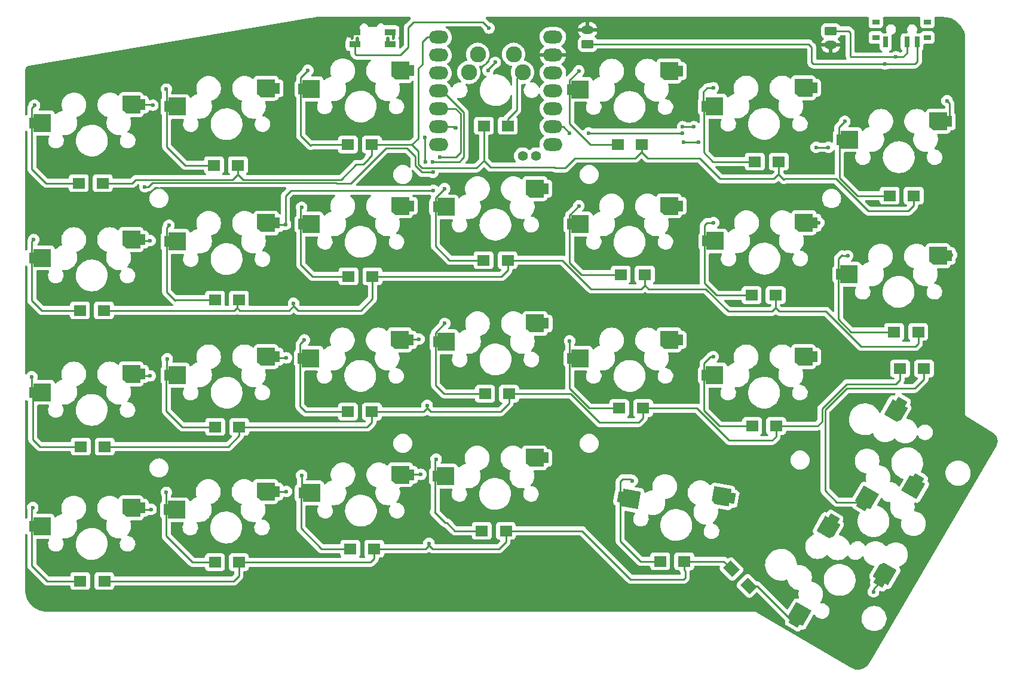
<source format=gbr>
%TF.GenerationSoftware,KiCad,Pcbnew,7.0.1*%
%TF.CreationDate,2023-04-29T17:31:46+07:00*%
%TF.ProjectId,ErgoTravel,4572676f-5472-4617-9665-6c2e6b696361,rev?*%
%TF.SameCoordinates,Original*%
%TF.FileFunction,Copper,L2,Bot*%
%TF.FilePolarity,Positive*%
%FSLAX46Y46*%
G04 Gerber Fmt 4.6, Leading zero omitted, Abs format (unit mm)*
G04 Created by KiCad (PCBNEW 7.0.1) date 2023-04-29 17:31:46*
%MOMM*%
%LPD*%
G01*
G04 APERTURE LIST*
G04 Aperture macros list*
%AMRoundRect*
0 Rectangle with rounded corners*
0 $1 Rounding radius*
0 $2 $3 $4 $5 $6 $7 $8 $9 X,Y pos of 4 corners*
0 Add a 4 corners polygon primitive as box body*
4,1,4,$2,$3,$4,$5,$6,$7,$8,$9,$2,$3,0*
0 Add four circle primitives for the rounded corners*
1,1,$1+$1,$2,$3*
1,1,$1+$1,$4,$5*
1,1,$1+$1,$6,$7*
1,1,$1+$1,$8,$9*
0 Add four rect primitives between the rounded corners*
20,1,$1+$1,$2,$3,$4,$5,0*
20,1,$1+$1,$4,$5,$6,$7,0*
20,1,$1+$1,$6,$7,$8,$9,0*
20,1,$1+$1,$8,$9,$2,$3,0*%
%AMRotRect*
0 Rectangle, with rotation*
0 The origin of the aperture is its center*
0 $1 length*
0 $2 width*
0 $3 Rotation angle, in degrees counterclockwise*
0 Add horizontal line*
21,1,$1,$2,0,0,$3*%
%AMFreePoly0*
4,1,17,2.735355,1.235355,2.750000,1.200000,2.750000,-1.200000,2.735355,-1.235355,2.700000,-1.250000,0.300000,-1.250000,0.264645,-1.235355,0.250000,-1.200000,0.250000,-0.750000,-0.350000,-0.750000,-0.350000,0.750000,0.250000,0.750000,0.250000,1.200000,0.264645,1.235355,0.300000,1.250000,2.700000,1.250000,2.735355,1.235355,2.735355,1.235355,$1*%
%AMFreePoly1*
4,1,24,-0.364645,1.235355,-0.350000,1.200000,-0.350000,0.750000,0.350000,0.750000,0.350000,-0.750000,-0.350000,-0.750000,-0.350000,-1.200000,-0.364645,-1.235355,-0.400000,-1.250000,-2.300000,-1.250000,-2.315317,-1.243655,-2.331235,-1.239043,-2.831235,-0.839043,-2.832648,-0.836476,-2.835355,-0.835355,-2.841697,-0.820043,-2.849694,-0.805522,-2.848878,-0.802707,-2.850000,-0.800000,-2.850000,1.200000,
-2.835355,1.235355,-2.800000,1.250000,-0.400000,1.250000,-0.364645,1.235355,-0.364645,1.235355,$1*%
%AMFreePoly2*
4,1,13,0.800000,-0.425000,0.575000,-0.425000,0.575000,-0.895800,0.560355,-0.931155,0.525000,-0.945800,0.169400,-0.945800,0.134045,-0.931155,0.119400,-0.895800,0.119400,-0.425000,-0.800000,-0.425000,-0.800000,0.425000,0.800000,0.425000,0.800000,-0.425000,0.800000,-0.425000,$1*%
%AMFreePoly3*
4,1,13,0.800000,-0.425000,0.682400,-0.425000,0.682400,-0.888400,0.667755,-0.923755,0.632400,-0.938400,0.276800,-0.938400,0.241445,-0.923755,0.226800,-0.888400,0.226800,-0.425000,-0.800000,-0.425000,-0.800000,0.425000,0.800000,0.425000,0.800000,-0.425000,0.800000,-0.425000,$1*%
%AMFreePoly4*
4,1,25,0.800000,-0.425000,-0.175324,-0.425000,-0.172201,-0.888063,-0.172269,-0.888231,-0.172200,-0.888400,-0.179445,-0.905890,-0.186607,-0.923516,-0.186775,-0.923587,-0.186845,-0.923755,-0.204349,-0.931006,-0.221863,-0.938399,-0.222031,-0.938330,-0.222200,-0.938400,-0.577800,-0.938400,-0.595290,-0.931154,-0.612916,-0.923993,-0.612987,-0.923824,-0.613155,-0.923755,-0.620406,-0.906250,-0.627799,-0.888737,
-0.630927,-0.425000,-0.800000,-0.425000,-0.800000,0.425000,0.800000,0.425000,0.800000,-0.425000,0.800000,-0.425000,$1*%
%AMFreePoly5*
4,1,13,0.800000,-0.425000,-0.125000,-0.425000,-0.125000,-0.886200,-0.139645,-0.921555,-0.175000,-0.936200,-0.530600,-0.936200,-0.565955,-0.921555,-0.580600,-0.886200,-0.580600,-0.425000,-0.800000,-0.425000,-0.800000,0.425000,0.800000,0.425000,0.800000,-0.425000,0.800000,-0.425000,$1*%
G04 Aperture macros list end*
%TA.AperFunction,ComponentPad*%
%ADD10C,2.286000*%
%TD*%
%TA.AperFunction,SMDPad,CuDef*%
%ADD11FreePoly0,0.000000*%
%TD*%
%TA.AperFunction,SMDPad,CuDef*%
%ADD12FreePoly1,0.000000*%
%TD*%
%TA.AperFunction,ComponentPad*%
%ADD13R,1.800000X1.500000*%
%TD*%
%TA.AperFunction,SMDPad,CuDef*%
%ADD14FreePoly0,60.000000*%
%TD*%
%TA.AperFunction,SMDPad,CuDef*%
%ADD15FreePoly1,60.000000*%
%TD*%
%TA.AperFunction,ComponentPad*%
%ADD16RoundRect,0.250000X-0.625000X0.350000X-0.625000X-0.350000X0.625000X-0.350000X0.625000X0.350000X0*%
%TD*%
%TA.AperFunction,ComponentPad*%
%ADD17O,1.750000X1.200000*%
%TD*%
%TA.AperFunction,SMDPad,CuDef*%
%ADD18FreePoly2,180.000000*%
%TD*%
%TA.AperFunction,ComponentPad*%
%ADD19C,0.457200*%
%TD*%
%TA.AperFunction,SMDPad,CuDef*%
%ADD20FreePoly3,0.000000*%
%TD*%
%TA.AperFunction,SMDPad,CuDef*%
%ADD21FreePoly4,0.000000*%
%TD*%
%TA.AperFunction,SMDPad,CuDef*%
%ADD22FreePoly5,180.000000*%
%TD*%
%TA.AperFunction,ComponentPad*%
%ADD23O,2.750000X1.800000*%
%TD*%
%TA.AperFunction,ComponentPad*%
%ADD24C,1.397000*%
%TD*%
%TA.AperFunction,ComponentPad*%
%ADD25RotRect,1.800000X1.500000X315.000000*%
%TD*%
%TA.AperFunction,SMDPad,CuDef*%
%ADD26FreePoly0,350.000000*%
%TD*%
%TA.AperFunction,SMDPad,CuDef*%
%ADD27FreePoly1,350.000000*%
%TD*%
%TA.AperFunction,ComponentPad*%
%ADD28RoundRect,0.250000X0.625000X-0.350000X0.625000X0.350000X-0.625000X0.350000X-0.625000X-0.350000X0*%
%TD*%
%TA.AperFunction,SMDPad,CuDef*%
%ADD29FreePoly0,240.000000*%
%TD*%
%TA.AperFunction,SMDPad,CuDef*%
%ADD30FreePoly1,240.000000*%
%TD*%
%TA.AperFunction,SMDPad,CuDef*%
%ADD31R,1.000000X0.800000*%
%TD*%
%TA.AperFunction,SMDPad,CuDef*%
%ADD32R,0.700000X1.500000*%
%TD*%
%TA.AperFunction,ViaPad*%
%ADD33C,0.600000*%
%TD*%
%TA.AperFunction,Conductor*%
%ADD34C,0.250000*%
%TD*%
G04 APERTURE END LIST*
D10*
%TO.P,K13,1*%
%TO.N,col3*%
X137850172Y-54259252D03*
X139120172Y-51719252D03*
%TO.P,K13,2*%
%TO.N,Net-(D12-A)*%
X144200172Y-51719252D03*
X145470172Y-54259252D03*
%TD*%
D11*
%TO.P,SW23,1,1*%
%TO.N,Net-(D17-A)*%
X152133524Y-94785092D03*
D12*
%TO.P,SW23,2,2*%
%TO.N,col4*%
X167833524Y-92185092D03*
%TD*%
D11*
%TO.P,SW6,1,1*%
%TO.N,Net-(D2-A)*%
X75924884Y-80555510D03*
D12*
%TO.P,SW6,2,2*%
%TO.N,col0*%
X91624884Y-77955510D03*
%TD*%
D13*
%TO.P,D21,1,K*%
%TO.N,row1*%
X181327001Y-85852000D03*
%TO.P,D21,2,A*%
%TO.N,Net-(D21-A)*%
X177927001Y-85852000D03*
%TD*%
%TO.P,D15,1,K*%
%TO.N,row3*%
X143100001Y-119253000D03*
%TO.P,D15,2,A*%
%TO.N,Net-(D15-A)*%
X139700001Y-119253000D03*
%TD*%
D14*
%TO.P,SW32,1,1*%
%TO.N,Net-(D25-A)*%
X193552944Y-115786615D03*
D15*
%TO.P,SW32,2,2*%
%TO.N,col6*%
X199151278Y-100890016D03*
%TD*%
D11*
%TO.P,SW26,1,1*%
%TO.N,Net-(D21-A)*%
X171245222Y-78173990D03*
D12*
%TO.P,SW26,2,2*%
%TO.N,col5*%
X186945222Y-75573990D03*
%TD*%
D11*
%TO.P,SW12,1,1*%
%TO.N,Net-(D7-A)*%
X94977044Y-116278310D03*
D12*
%TO.P,SW12,2,2*%
%TO.N,col1*%
X110677044Y-113678310D03*
%TD*%
D11*
%TO.P,SW31,1,1*%
%TO.N,Net-(D26-A)*%
X190237844Y-82877492D03*
D12*
%TO.P,SW31,2,2*%
%TO.N,col6*%
X205937844Y-80277492D03*
%TD*%
D11*
%TO.P,SW15,1,1*%
%TO.N,Net-(D9-A)*%
X113969666Y-94785092D03*
D12*
%TO.P,SW15,2,2*%
%TO.N,col2*%
X129669666Y-92185092D03*
%TD*%
D13*
%TO.P,D27,1,K*%
%TO.N,row0*%
X200885001Y-71755000D03*
%TO.P,D27,2,A*%
%TO.N,Net-(D27-A)*%
X197485001Y-71755000D03*
%TD*%
%TO.P,D2,1,K*%
%TO.N,row1*%
X86155000Y-88011000D03*
%TO.P,D2,2,A*%
%TO.N,Net-(D2-A)*%
X82755000Y-88011000D03*
%TD*%
D11*
%TO.P,SW20,1,1*%
%TO.N,Net-(D15-A)*%
X133081364Y-111515270D03*
D12*
%TO.P,SW20,2,2*%
%TO.N,col3*%
X148781364Y-108915270D03*
%TD*%
D13*
%TO.P,D9,1,K*%
%TO.N,row2*%
X124128000Y-102362000D03*
%TO.P,D9,2,A*%
%TO.N,Net-(D9-A)*%
X120728000Y-102362000D03*
%TD*%
D16*
%TO.P,BATTCONN2,1,Pin_1*%
%TO.N,BATT*%
X189140000Y-48403000D03*
D17*
%TO.P,BATTCONN2,2,Pin_2*%
%TO.N,GND*%
X189140000Y-50403000D03*
%TD*%
D11*
%TO.P,SW27,1,1*%
%TO.N,Net-(D22-A)*%
X171185684Y-97166612D03*
D12*
%TO.P,SW27,2,2*%
%TO.N,col5*%
X186885684Y-94566612D03*
%TD*%
D18*
%TO.P,D24,1,VDD*%
%TO.N,VCC*%
X126706000Y-50305000D03*
D19*
X126356000Y-49430000D03*
%TO.P,D24,2,DOUT*%
%TO.N,unconnected-(D24-DOUT-Pad2)*%
X127156000Y-49430000D03*
D20*
X126706000Y-48555000D03*
D21*
%TO.P,D24,3,VSS*%
%TO.N,GND*%
X121706000Y-48555000D03*
D19*
X121306000Y-49430000D03*
%TO.P,D24,4,DIN*%
%TO.N,RGB*%
X122056000Y-49430000D03*
D22*
X121706000Y-50305000D03*
%TD*%
D13*
%TO.P,D14,1,K*%
%TO.N,row2*%
X143559000Y-99822000D03*
%TO.P,D14,2,A*%
%TO.N,Net-(D14-A)*%
X140159000Y-99822000D03*
%TD*%
%TO.P,D25,1,K*%
%TO.N,row2*%
X198960000Y-96266000D03*
%TO.P,D25,2,A*%
%TO.N,Net-(D25-A)*%
X202360000Y-96266000D03*
%TD*%
D23*
%TO.P,U2,1,A2/0.02_H*%
%TO.N,row0*%
X133565172Y-49276000D03*
%TO.P,U2,2,A4/0.03_H*%
%TO.N,row1*%
X133565172Y-51816000D03*
%TO.P,U2,3,A10/0.28*%
%TO.N,row2*%
X133565172Y-54356000D03*
%TO.P,U2,4,A11/0.29*%
%TO.N,row3*%
X133565172Y-56896000D03*
%TO.P,U2,5,A8_SDA/0.04_H*%
%TO.N,col0*%
X133565172Y-59436000D03*
%TO.P,U2,6,A9_SCL/0.05_H*%
%TO.N,col1*%
X133565172Y-61976000D03*
%TO.P,U2,7,B8_TX/1.11*%
%TO.N,col2*%
X133565172Y-64516000D03*
%TO.P,U2,8,B9_RX/1.12*%
%TO.N,col3*%
X149755172Y-64516000D03*
%TO.P,U2,9,A7_SCK/1.13*%
%TO.N,col4*%
X149755172Y-61976000D03*
%TO.P,U2,10,A5_MISO/1.14*%
%TO.N,col5*%
X149755172Y-59436000D03*
%TO.P,U2,11,A6_MOSI/1.15*%
%TO.N,col6*%
X149755172Y-56896000D03*
%TO.P,U2,12,3V3*%
%TO.N,unconnected-(U2-3V3-Pad12)*%
X149755172Y-54356000D03*
%TO.P,U2,13,GND*%
%TO.N,GND*%
X149755172Y-51816000D03*
%TO.P,U2,14,5V*%
%TO.N,VCC*%
X149755172Y-49276000D03*
D24*
%TO.P,U2,21,NFC1/0.09_H*%
%TO.N,RGB*%
X145470172Y-66104000D03*
%TO.P,U2,22,NFC2/0.10_H*%
%TO.N,unconnected-(U2-NFC2{slash}0.10_H-Pad22)*%
X147375172Y-66104000D03*
%TD*%
D13*
%TO.P,D7,1,K*%
%TO.N,row3*%
X105282999Y-123698000D03*
%TO.P,D7,2,A*%
%TO.N,Net-(D7-A)*%
X101882999Y-123698000D03*
%TD*%
D11*
%TO.P,SW9,1,1*%
%TO.N,Net-(D1-A)*%
X95036582Y-59121830D03*
D12*
%TO.P,SW9,2,2*%
%TO.N,col1*%
X110736582Y-56521830D03*
%TD*%
D11*
%TO.P,SW7,1,1*%
%TO.N,Net-(D4-A)*%
X75924884Y-99607670D03*
D12*
%TO.P,SW7,2,2*%
%TO.N,col0*%
X91624884Y-97007670D03*
%TD*%
D11*
%TO.P,SW25,1,1*%
%TO.N,Net-(D20-A)*%
X171185684Y-59062292D03*
D12*
%TO.P,SW25,2,2*%
%TO.N,col5*%
X186885684Y-56462292D03*
%TD*%
D11*
%TO.P,SW11,1,1*%
%TO.N,Net-(D5-A)*%
X95036582Y-97166612D03*
D12*
%TO.P,SW11,2,2*%
%TO.N,col1*%
X110736582Y-94566612D03*
%TD*%
D13*
%TO.P,D19,1,K*%
%TO.N,row0*%
X162355000Y-64516000D03*
%TO.P,D19,2,A*%
%TO.N,Net-(D19-A)*%
X158955000Y-64516000D03*
%TD*%
%TO.P,D18,1,K*%
%TO.N,row1*%
X162785001Y-82931000D03*
%TO.P,D18,2,A*%
%TO.N,Net-(D18-A)*%
X159385001Y-82931000D03*
%TD*%
D11*
%TO.P,SW14,1,1*%
%TO.N,Net-(D10-A)*%
X114029204Y-75792470D03*
D12*
%TO.P,SW14,2,2*%
%TO.N,col2*%
X129729204Y-73192470D03*
%TD*%
D11*
%TO.P,SW21,1,1*%
%TO.N,Net-(D19-A)*%
X152133524Y-56680772D03*
D12*
%TO.P,SW21,2,2*%
%TO.N,col4*%
X167833524Y-54080772D03*
%TD*%
D25*
%TO.P,D23,1,K*%
%TO.N,row3*%
X175073918Y-124654918D03*
%TO.P,D23,2,A*%
%TO.N,Net-(D23-A)*%
X177478082Y-127059082D03*
%TD*%
D26*
%TO.P,SW24,1,1*%
%TO.N,Net-(D16-A)*%
X159305497Y-114483053D03*
D27*
%TO.P,SW24,2,2*%
%TO.N,col4*%
X175218464Y-114648829D03*
%TD*%
D13*
%TO.P,D22,1,K*%
%TO.N,row2*%
X181405000Y-104394000D03*
%TO.P,D22,2,A*%
%TO.N,Net-(D22-A)*%
X178005000Y-104394000D03*
%TD*%
%TO.P,D3,1,K*%
%TO.N,row1*%
X105282999Y-86487000D03*
%TO.P,D3,2,A*%
%TO.N,Net-(D3-A)*%
X101882999Y-86487000D03*
%TD*%
%TO.P,D8,1,K*%
%TO.N,row3*%
X124459999Y-121793000D03*
%TO.P,D8,2,A*%
%TO.N,Net-(D8-A)*%
X121059999Y-121793000D03*
%TD*%
D11*
%TO.P,SW19,1,1*%
%TO.N,Net-(D14-A)*%
X133140902Y-92463110D03*
D12*
%TO.P,SW19,2,2*%
%TO.N,col3*%
X148840902Y-89863110D03*
%TD*%
D13*
%TO.P,D29,1,K*%
%TO.N,row0*%
X85978999Y-69977000D03*
%TO.P,D29,2,A*%
%TO.N,Net-(D29-A)*%
X82578999Y-69977000D03*
%TD*%
%TO.P,D17,1,K*%
%TO.N,row2*%
X162559999Y-101854000D03*
%TO.P,D17,2,A*%
%TO.N,Net-(D17-A)*%
X159159999Y-101854000D03*
%TD*%
D14*
%TO.P,SW28,1,1*%
%TO.N,Net-(D23-A)*%
X183987460Y-132331776D03*
D15*
%TO.P,SW28,2,2*%
%TO.N,col5*%
X189585794Y-117435177D03*
%TD*%
D13*
%TO.P,D10,1,K*%
%TO.N,row1*%
X124205999Y-83185000D03*
%TO.P,D10,2,A*%
%TO.N,Net-(D10-A)*%
X120805999Y-83185000D03*
%TD*%
%TO.P,D26,1,K*%
%TO.N,row1*%
X201520001Y-91059000D03*
%TO.P,D26,2,A*%
%TO.N,Net-(D26-A)*%
X198120001Y-91059000D03*
%TD*%
%TO.P,D12,1,K*%
%TO.N,row0*%
X139983000Y-61849000D03*
%TO.P,D12,2,A*%
%TO.N,Net-(D12-A)*%
X143383000Y-61849000D03*
%TD*%
%TO.P,D13,1,K*%
%TO.N,row1*%
X143354001Y-80899000D03*
%TO.P,D13,2,A*%
%TO.N,Net-(D13-A)*%
X139954001Y-80899000D03*
%TD*%
%TO.P,D4,1,K*%
%TO.N,row2*%
X86282000Y-107315000D03*
%TO.P,D4,2,A*%
%TO.N,Net-(D4-A)*%
X82882000Y-107315000D03*
%TD*%
D28*
%TO.P,BATTCONN1,1,Pin_1*%
%TO.N,RAW*%
X154686000Y-50260000D03*
D17*
%TO.P,BATTCONN1,2,Pin_2*%
%TO.N,GND*%
X154686000Y-48260000D03*
%TD*%
D11*
%TO.P,SW8,1,1*%
%TO.N,Net-(D6-A)*%
X75924884Y-118600292D03*
D12*
%TO.P,SW8,2,2*%
%TO.N,col0*%
X91624884Y-116000292D03*
%TD*%
D11*
%TO.P,SW13,1,1*%
%TO.N,Net-(D11-A)*%
X114029204Y-56621234D03*
D12*
%TO.P,SW13,2,2*%
%TO.N,col2*%
X129729204Y-54021234D03*
%TD*%
D11*
%TO.P,SW30,1,1*%
%TO.N,Net-(D27-A)*%
X190277978Y-63792754D03*
D12*
%TO.P,SW30,2,2*%
%TO.N,col6*%
X205977978Y-61192754D03*
%TD*%
D11*
%TO.P,SW5,1,1*%
%TO.N,Net-(D29-A)*%
X75944288Y-61443812D03*
D12*
%TO.P,SW5,2,2*%
%TO.N,col0*%
X91644288Y-58843812D03*
%TD*%
D11*
%TO.P,SW16,1,1*%
%TO.N,Net-(D8-A)*%
X114069472Y-113896790D03*
D12*
%TO.P,SW16,2,2*%
%TO.N,col2*%
X129769472Y-111296790D03*
%TD*%
D11*
%TO.P,SW10,1,1*%
%TO.N,Net-(D3-A)*%
X95036582Y-78233528D03*
D12*
%TO.P,SW10,2,2*%
%TO.N,col1*%
X110736582Y-75633528D03*
%TD*%
D11*
%TO.P,SW1,1,1*%
%TO.N,Net-(D13-A)*%
X133121632Y-73351412D03*
D12*
%TO.P,SW1,2,2*%
%TO.N,col3*%
X148821632Y-70751412D03*
%TD*%
D29*
%TO.P,SW29,1,1*%
%TO.N,Net-(D23-A)*%
X201600762Y-111767621D03*
D30*
%TO.P,SW29,2,2*%
%TO.N,col5*%
X196002428Y-126664220D03*
%TD*%
D11*
%TO.P,SW22,1,1*%
%TO.N,Net-(D18-A)*%
X152133524Y-75792470D03*
D12*
%TO.P,SW22,2,2*%
%TO.N,col4*%
X167833524Y-73192470D03*
%TD*%
D13*
%TO.P,D6,1,K*%
%TO.N,row3*%
X86204001Y-126365000D03*
%TO.P,D6,2,A*%
%TO.N,Net-(D6-A)*%
X82804001Y-126365000D03*
%TD*%
%TO.P,D20,1,K*%
%TO.N,row0*%
X181786000Y-66929000D03*
%TO.P,D20,2,A*%
%TO.N,Net-(D20-A)*%
X178386000Y-66929000D03*
%TD*%
%TO.P,D11,1,K*%
%TO.N,row0*%
X124128000Y-64516000D03*
%TO.P,D11,2,A*%
%TO.N,Net-(D11-A)*%
X120728000Y-64516000D03*
%TD*%
%TO.P,D16,1,K*%
%TO.N,row3*%
X168373001Y-123571000D03*
%TO.P,D16,2,A*%
%TO.N,Net-(D16-A)*%
X164973001Y-123571000D03*
%TD*%
%TO.P,D5,1,K*%
%TO.N,row2*%
X105332000Y-104521000D03*
%TO.P,D5,2,A*%
%TO.N,Net-(D5-A)*%
X101932000Y-104521000D03*
%TD*%
%TO.P,D1,1,K*%
%TO.N,row0*%
X105155999Y-67437000D03*
%TO.P,D1,2,A*%
%TO.N,Net-(D1-A)*%
X101755999Y-67437000D03*
%TD*%
D31*
%TO.P,BATTSW2,*%
%TO.N,*%
X195519000Y-47117000D03*
X195519000Y-49327000D03*
X202819000Y-47117000D03*
X202819000Y-49327000D03*
D32*
%TO.P,BATTSW2,1,A*%
%TO.N,unconnected-(BATTSW2-A-Pad1)*%
X196919000Y-49977000D03*
%TO.P,BATTSW2,2,B*%
%TO.N,BATT*%
X199919000Y-49977000D03*
%TO.P,BATTSW2,3,C*%
%TO.N,RAW*%
X201419000Y-49977000D03*
%TD*%
D33*
%TO.N,Net-(D1-A)*%
X94996000Y-56642000D03*
%TO.N,row1*%
X113030000Y-86995000D03*
%TO.N,Net-(D2-A)*%
X76200000Y-77978000D03*
%TO.N,row2*%
X131653704Y-63452821D03*
X131699000Y-66929000D03*
X131953000Y-101473000D03*
%TO.N,Net-(D3-A)*%
X95377000Y-75946000D03*
%TO.N,row3*%
X132207000Y-121031000D03*
X132715000Y-66929000D03*
%TO.N,Net-(D4-A)*%
X75946000Y-97409000D03*
%TO.N,Net-(D5-A)*%
X95123000Y-94869000D03*
%TO.N,Net-(D6-A)*%
X76073000Y-115951000D03*
%TO.N,Net-(D7-A)*%
X94996000Y-113792000D03*
%TO.N,Net-(D8-A)*%
X114173000Y-111379000D03*
%TO.N,Net-(D9-A)*%
X114554000Y-92202000D03*
%TO.N,Net-(D10-A)*%
X114173000Y-73406000D03*
%TO.N,Net-(D11-A)*%
X115062000Y-53975000D03*
%TO.N,Net-(D13-A)*%
X134421632Y-70751412D03*
%TO.N,Net-(D14-A)*%
X134440902Y-89863110D03*
%TO.N,Net-(D15-A)*%
X133223000Y-109093000D03*
%TO.N,Net-(D16-A)*%
X161037232Y-112148296D03*
%TO.N,Net-(D17-A)*%
X152146000Y-92329000D03*
%TO.N,Net-(D18-A)*%
X153433524Y-73192470D03*
%TO.N,Net-(D19-A)*%
X153433524Y-54080772D03*
%TO.N,Net-(D20-A)*%
X172485684Y-56462292D03*
%TO.N,Net-(D21-A)*%
X172545222Y-75573990D03*
%TO.N,Net-(D22-A)*%
X172485684Y-94566612D03*
%TO.N,Net-(D23-A)*%
X201600762Y-111767621D03*
%TO.N,Net-(D25-A)*%
X193552944Y-115786615D03*
%TO.N,Net-(D26-A)*%
X191537844Y-80277492D03*
%TO.N,col0*%
X133731000Y-66294000D03*
X91948000Y-70485000D03*
X92710000Y-78105000D03*
X92837000Y-116205000D03*
X132773500Y-68442500D03*
X93091000Y-58928000D03*
X92710000Y-97282000D03*
%TO.N,col1*%
X111887000Y-75819000D03*
X136017000Y-62103000D03*
X132842000Y-70993000D03*
X112014000Y-94742000D03*
X112014000Y-113665000D03*
X110736582Y-56521830D03*
%TO.N,col2*%
X129729204Y-54021234D03*
X129729204Y-73192470D03*
X131064000Y-111252000D03*
X130810000Y-92075000D03*
%TO.N,col6*%
X206248000Y-80137000D03*
X199151278Y-100890016D03*
X168148000Y-61976000D03*
X205613000Y-58293000D03*
X205977978Y-61192754D03*
X187071000Y-64897000D03*
X169758024Y-61976000D03*
X188810184Y-64910302D03*
%TO.N,Net-(D27-A)*%
X191135000Y-61214000D03*
%TO.N,RAW*%
X196850000Y-53086000D03*
%TO.N,BATT*%
X198374000Y-52070000D03*
%TO.N,RGB*%
X141605000Y-52842500D03*
X140567359Y-54014416D03*
X140716000Y-48006000D03*
%TO.N,Net-(D29-A)*%
X76327000Y-58928000D03*
%TO.N,col3*%
X148840902Y-89863110D03*
X148821632Y-70751412D03*
X148781364Y-108915270D03*
%TO.N,col4*%
X167833524Y-54080772D03*
X167833524Y-73192470D03*
X175218464Y-114648829D03*
X152146000Y-62865000D03*
X168148000Y-62865000D03*
X154813000Y-62865000D03*
X167833524Y-92185092D03*
%TO.N,col5*%
X189585794Y-117435177D03*
X186885684Y-94566612D03*
X195199000Y-127889000D03*
X187452000Y-75565000D03*
X186885684Y-56462292D03*
X170434000Y-64135000D03*
X168275000Y-64135000D03*
%TD*%
D34*
%TO.N,row0*%
X123698000Y-66421000D02*
X124128000Y-65991000D01*
X162355000Y-65483000D02*
X162355000Y-64516000D01*
X130683000Y-65405000D02*
X130683000Y-67310000D01*
X161417000Y-66421000D02*
X162355000Y-65483000D01*
X181786000Y-68658000D02*
X181786000Y-68580000D01*
X182626000Y-69342000D02*
X189863604Y-69342000D01*
X105155999Y-68707001D02*
X105155999Y-67437000D01*
X181102000Y-69342000D02*
X181786000Y-68658000D01*
X105155999Y-68707001D02*
X105917998Y-69469000D01*
X140901000Y-67691000D02*
X149987000Y-67691000D01*
X85978999Y-69977000D02*
X90170000Y-69977000D01*
X200152000Y-73914000D02*
X200885001Y-73180999D01*
X129794000Y-64516000D02*
X124128000Y-64516000D01*
X181786000Y-68580000D02*
X181786000Y-66929000D01*
X129794000Y-64516000D02*
X130683000Y-65405000D01*
X181786000Y-68756000D02*
X182499000Y-69469000D01*
X189863604Y-69342000D02*
X194435604Y-73914000D01*
X130683000Y-63627000D02*
X129794000Y-64516000D01*
X90170000Y-69977000D02*
X90678000Y-69469000D01*
X163195000Y-66421000D02*
X170561000Y-66421000D01*
X150114000Y-67818000D02*
X151511000Y-67818000D01*
X121920000Y-67310000D02*
X122936000Y-67310000D01*
X131318000Y-49911000D02*
X131318000Y-53086000D01*
X104394000Y-69469000D02*
X105155999Y-68707001D01*
X139983000Y-66773000D02*
X140901000Y-67691000D01*
X182499000Y-69469000D02*
X182626000Y-69342000D01*
X181786000Y-68580000D02*
X181786000Y-68756000D01*
X194435604Y-73914000D02*
X200152000Y-73914000D01*
X124128000Y-65991000D02*
X124128000Y-64516000D01*
X134040172Y-49276000D02*
X131953000Y-49276000D01*
X139983000Y-66773000D02*
X139983000Y-61849000D01*
X162355000Y-65483000D02*
X162355000Y-65581000D01*
X90678000Y-69469000D02*
X104394000Y-69469000D01*
X149987000Y-67691000D02*
X150114000Y-67818000D01*
X119761000Y-69469000D02*
X121920000Y-67310000D01*
X131318000Y-53086000D02*
X130683000Y-53721000D01*
X130683000Y-67310000D02*
X131191000Y-67818000D01*
X131191000Y-67818000D02*
X138938000Y-67818000D01*
X152908000Y-66421000D02*
X161417000Y-66421000D01*
X105917998Y-69469000D02*
X119761000Y-69469000D01*
X122936000Y-67310000D02*
X123698000Y-66548000D01*
X170561000Y-66421000D02*
X173482000Y-69342000D01*
X138938000Y-67818000D02*
X139983000Y-66773000D01*
X130683000Y-53721000D02*
X130683000Y-63627000D01*
X151511000Y-67818000D02*
X152908000Y-66421000D01*
X200885001Y-73180999D02*
X200885001Y-71755000D01*
X162355000Y-65581000D02*
X163195000Y-66421000D01*
X123698000Y-66548000D02*
X123698000Y-66421000D01*
X173482000Y-69342000D02*
X181102000Y-69342000D01*
X131953000Y-49276000D02*
X131318000Y-49911000D01*
%TO.N,Net-(D1-A)*%
X95036582Y-59121830D02*
X95036582Y-56682582D01*
X95036582Y-64810582D02*
X97663000Y-67437000D01*
X95036582Y-59121830D02*
X95036582Y-64810582D01*
X95036582Y-56682582D02*
X94996000Y-56642000D01*
X97663000Y-67437000D02*
X101755999Y-67437000D01*
%TO.N,row1*%
X162785001Y-84483999D02*
X162785001Y-82931000D01*
X124205999Y-86360001D02*
X124205999Y-83185000D01*
X105410000Y-88011000D02*
X112395000Y-88011000D01*
X113792000Y-88011000D02*
X122555000Y-88011000D01*
X181356000Y-87630000D02*
X181864000Y-88138000D01*
X113030000Y-87376000D02*
X113665000Y-88011000D01*
X193419604Y-93091000D02*
X201168000Y-93091000D01*
X181864000Y-88138000D02*
X188466604Y-88138000D01*
X142494000Y-83185000D02*
X143383000Y-82296000D01*
X113030000Y-87376000D02*
X112395000Y-88011000D01*
X163322000Y-84963000D02*
X171448604Y-84963000D01*
X143383000Y-82296000D02*
X143354001Y-82267001D01*
X122555000Y-88011000D02*
X124205999Y-86360001D01*
X162785001Y-84483999D02*
X162842999Y-84483999D01*
X105029000Y-86740999D02*
X105282999Y-86487000D01*
X143354001Y-82267001D02*
X143354001Y-80899000D01*
X143354001Y-80899000D02*
X151128604Y-80899000D01*
X105029000Y-87630000D02*
X105410000Y-88011000D01*
X104648000Y-88011000D02*
X105029000Y-87630000D01*
X113665000Y-88011000D02*
X113792000Y-88011000D01*
X171448604Y-84963000D02*
X174623604Y-88138000D01*
X162842999Y-84483999D02*
X163322000Y-84963000D01*
X201520001Y-92738999D02*
X201520001Y-91059000D01*
X151128604Y-80899000D02*
X155192604Y-84963000D01*
X113030000Y-86995000D02*
X113030000Y-87376000D01*
X174623604Y-88138000D02*
X180848000Y-88138000D01*
X105029000Y-87630000D02*
X105029000Y-86740999D01*
X201168000Y-93091000D02*
X201520001Y-92738999D01*
X86155000Y-88011000D02*
X104648000Y-88011000D01*
X162306000Y-84963000D02*
X162785001Y-84483999D01*
X155192604Y-84963000D02*
X162306000Y-84963000D01*
X180848000Y-88138000D02*
X181356000Y-87630000D01*
X181356000Y-87630000D02*
X181327001Y-87601001D01*
X124205999Y-83185000D02*
X142494000Y-83185000D01*
X188466604Y-88138000D02*
X193419604Y-93091000D01*
X181327001Y-87601001D02*
X181327001Y-85852000D01*
%TO.N,Net-(D2-A)*%
X75924884Y-80555510D02*
X75924884Y-86592884D01*
X77343000Y-88011000D02*
X82755000Y-88011000D01*
X75924884Y-80555510D02*
X75924884Y-78253116D01*
X75924884Y-78253116D02*
X76200000Y-77978000D01*
X75924884Y-86592884D02*
X77343000Y-88011000D01*
%TO.N,row2*%
X152271604Y-99822000D02*
X156335604Y-103886000D01*
X105332000Y-104521000D02*
X123444000Y-104521000D01*
X131953000Y-101473000D02*
X131953000Y-101854000D01*
X162559999Y-101854000D02*
X170178604Y-101854000D01*
X191387604Y-98425000D02*
X198374000Y-98425000D01*
X174750604Y-106426000D02*
X180848000Y-106426000D01*
X124128000Y-102362000D02*
X131445000Y-102362000D01*
X180848000Y-106426000D02*
X181405000Y-105869000D01*
X123444000Y-104521000D02*
X124128000Y-103837000D01*
X132461000Y-102362000D02*
X142367000Y-102362000D01*
X162559999Y-103251001D02*
X162559999Y-101854000D01*
X187256000Y-104394000D02*
X187891000Y-103759000D01*
X181405000Y-105869000D02*
X181405000Y-104394000D01*
X143559000Y-99822000D02*
X152271604Y-99822000D01*
X187891000Y-101921604D02*
X191387604Y-98425000D01*
X131953000Y-101854000D02*
X132461000Y-102362000D01*
X124128000Y-103837000D02*
X124128000Y-102362000D01*
X143559000Y-101170000D02*
X143559000Y-99822000D01*
X131653704Y-63452821D02*
X131653704Y-66883704D01*
X198374000Y-98425000D02*
X198960000Y-97839000D01*
X105332000Y-105742000D02*
X105332000Y-104521000D01*
X181405000Y-104394000D02*
X187256000Y-104394000D01*
X103759000Y-107315000D02*
X105332000Y-105742000D01*
X86282000Y-107315000D02*
X103759000Y-107315000D01*
X156335604Y-103886000D02*
X161925000Y-103886000D01*
X131653704Y-66883704D02*
X131699000Y-66929000D01*
X131953000Y-101854000D02*
X131445000Y-102362000D01*
X142367000Y-102362000D02*
X143559000Y-101170000D01*
X170178604Y-101854000D02*
X174750604Y-106426000D01*
X161925000Y-103886000D02*
X162559999Y-103251001D01*
X198960000Y-97839000D02*
X198960000Y-96266000D01*
X187891000Y-103759000D02*
X187891000Y-101921604D01*
%TO.N,Net-(D3-A)*%
X96266000Y-86614000D02*
X96393000Y-86487000D01*
X95036582Y-78233528D02*
X95036582Y-85384582D01*
X95036582Y-78233528D02*
X95036582Y-76286418D01*
X95036582Y-76286418D02*
X95377000Y-75946000D01*
X95036582Y-85384582D02*
X96266000Y-86614000D01*
X96393000Y-86487000D02*
X101882999Y-86487000D01*
%TO.N,row3*%
X143100001Y-120805999D02*
X143100001Y-119253000D01*
X168529000Y-125857000D02*
X168529000Y-124968000D01*
X105282999Y-125603001D02*
X105282999Y-123698000D01*
X132207000Y-121285000D02*
X132715000Y-121793000D01*
X137160000Y-66294000D02*
X136906000Y-66548000D01*
X137160000Y-59944000D02*
X137160000Y-63119000D01*
X132715000Y-121793000D02*
X142113000Y-121793000D01*
X134040172Y-56896000D02*
X134112000Y-56896000D01*
X86204001Y-126365000D02*
X104521000Y-126365000D01*
X136525000Y-66929000D02*
X132715000Y-66929000D01*
X135890000Y-58674000D02*
X137160000Y-59944000D01*
X124459999Y-121793000D02*
X131699000Y-121793000D01*
X124459999Y-123190001D02*
X124459999Y-121793000D01*
X160782000Y-126111000D02*
X168275000Y-126111000D01*
X168529000Y-124968000D02*
X168373001Y-124812001D01*
X168373001Y-124812001D02*
X168373001Y-123571000D01*
X134112000Y-56896000D02*
X135890000Y-58674000D01*
X136906000Y-66548000D02*
X136525000Y-66929000D01*
X153924000Y-119253000D02*
X160782000Y-126111000D01*
X168373001Y-123571000D02*
X173990000Y-123571000D01*
X143100001Y-119253000D02*
X153924000Y-119253000D01*
X137160000Y-63119000D02*
X137160000Y-66294000D01*
X123952000Y-123698000D02*
X124459999Y-123190001D01*
X104521000Y-126365000D02*
X105282999Y-125603001D01*
X142113000Y-121793000D02*
X143100001Y-120805999D01*
X173990000Y-123571000D02*
X175073918Y-124654918D01*
X132207000Y-121285000D02*
X131699000Y-121793000D01*
X105282999Y-123698000D02*
X123952000Y-123698000D01*
X168275000Y-126111000D02*
X168529000Y-125857000D01*
X132207000Y-121031000D02*
X132207000Y-121285000D01*
%TO.N,Net-(D4-A)*%
X76073000Y-106299000D02*
X77089000Y-107315000D01*
X76073000Y-99755786D02*
X76073000Y-106299000D01*
X75924884Y-99607670D02*
X76073000Y-99755786D01*
X75924884Y-99607670D02*
X75946000Y-99586554D01*
X77089000Y-107315000D02*
X82882000Y-107315000D01*
X75946000Y-99586554D02*
X75946000Y-97409000D01*
%TO.N,Net-(D5-A)*%
X95036582Y-97166612D02*
X94996000Y-97207194D01*
X95036582Y-97166612D02*
X95036582Y-94955418D01*
X94996000Y-97207194D02*
X94996000Y-102235000D01*
X95036582Y-94955418D02*
X95123000Y-94869000D01*
X97282000Y-104521000D02*
X101932000Y-104521000D01*
X94996000Y-102235000D02*
X97282000Y-104521000D01*
%TO.N,Net-(D6-A)*%
X75924884Y-124184884D02*
X78105000Y-126365000D01*
X75924884Y-116099116D02*
X76073000Y-115951000D01*
X75924884Y-118600292D02*
X75924884Y-124184884D01*
X75924884Y-118600292D02*
X75924884Y-116099116D01*
X78105000Y-126365000D02*
X82804001Y-126365000D01*
%TO.N,Net-(D7-A)*%
X94977044Y-116278310D02*
X94977044Y-119996044D01*
X94977044Y-116278310D02*
X94977044Y-113810956D01*
X94977044Y-113810956D02*
X94996000Y-113792000D01*
X98679000Y-123698000D02*
X101882999Y-123698000D01*
X94977044Y-119996044D02*
X98679000Y-123698000D01*
%TO.N,Net-(D8-A)*%
X114069472Y-113896790D02*
X114069472Y-118895472D01*
X114069472Y-113896790D02*
X114173000Y-113793262D01*
X116967000Y-121793000D02*
X121059999Y-121793000D01*
X114069472Y-118895472D02*
X116967000Y-121793000D01*
X114173000Y-113793262D02*
X114173000Y-111379000D01*
%TO.N,Net-(D9-A)*%
X113969666Y-94785092D02*
X113919000Y-94835758D01*
X113919000Y-101600000D02*
X114681000Y-102362000D01*
X113969666Y-94785092D02*
X113969666Y-92786334D01*
X114681000Y-102362000D02*
X120728000Y-102362000D01*
X113969666Y-92786334D02*
X114554000Y-92202000D01*
X113919000Y-94835758D02*
X113919000Y-101600000D01*
%TO.N,Net-(D10-A)*%
X114029204Y-81517204D02*
X115697000Y-83185000D01*
X114029204Y-75792470D02*
X114029204Y-81517204D01*
X114029204Y-73549796D02*
X114173000Y-73406000D01*
X114029204Y-75792470D02*
X114029204Y-73549796D01*
X115697000Y-83185000D02*
X120805999Y-83185000D01*
%TO.N,Net-(D11-A)*%
X115570000Y-64516000D02*
X120728000Y-64516000D01*
X114029204Y-56621234D02*
X114029204Y-63229204D01*
X114029204Y-56621234D02*
X114029204Y-55007796D01*
X114029204Y-63229204D02*
X115443000Y-64643000D01*
X114029204Y-55007796D02*
X115062000Y-53975000D01*
X115443000Y-64643000D02*
X115570000Y-64516000D01*
%TO.N,Net-(D12-A)*%
X143383000Y-60833000D02*
X143383000Y-61849000D01*
X144653000Y-55076424D02*
X144653000Y-59563000D01*
X144653000Y-59563000D02*
X143383000Y-60833000D01*
X145470172Y-54259252D02*
X144653000Y-55076424D01*
%TO.N,Net-(D13-A)*%
X133121632Y-72051412D02*
X134421632Y-70751412D01*
X133121632Y-73351412D02*
X133121632Y-72051412D01*
X133121632Y-78892632D02*
X135128000Y-80899000D01*
X133121632Y-73351412D02*
X133121632Y-78892632D01*
X135128000Y-80899000D02*
X139954001Y-80899000D01*
%TO.N,Net-(D14-A)*%
X133140902Y-92463110D02*
X133140902Y-91163110D01*
X133140902Y-98596902D02*
X134366000Y-99822000D01*
X133140902Y-91163110D02*
X134440902Y-89863110D01*
X134366000Y-99822000D02*
X140159000Y-99822000D01*
X133140902Y-92463110D02*
X133140902Y-98596902D01*
%TO.N,Net-(D15-A)*%
X133081364Y-111515270D02*
X133081364Y-116473636D01*
X133081364Y-116473636D02*
X132969000Y-116586000D01*
X135890000Y-119253000D02*
X139700001Y-119253000D01*
X132969000Y-116586000D02*
X134493000Y-118110000D01*
X134747000Y-118110000D02*
X135890000Y-119253000D01*
X133081364Y-111515270D02*
X133081364Y-109234636D01*
X134493000Y-118110000D02*
X134747000Y-118110000D01*
X133081364Y-109234636D02*
X133223000Y-109093000D01*
%TO.N,Net-(D16-A)*%
X159305497Y-114483053D02*
X159305497Y-112220503D01*
X159305497Y-120697497D02*
X162179000Y-123571000D01*
X159305497Y-114483053D02*
X159305497Y-120697497D01*
X159639000Y-111887000D02*
X160775936Y-111887000D01*
X162179000Y-123571000D02*
X164973001Y-123571000D01*
X160775936Y-111887000D02*
X161037232Y-112148296D01*
X159305497Y-112220503D02*
X159639000Y-111887000D01*
%TO.N,Net-(D17-A)*%
X152133524Y-92341476D02*
X152146000Y-92329000D01*
X154940000Y-101854000D02*
X159159999Y-101854000D01*
X152133524Y-94785092D02*
X152133524Y-99047524D01*
X152133524Y-99047524D02*
X154940000Y-101854000D01*
X152133524Y-94785092D02*
X152133524Y-92341476D01*
%TO.N,Net-(D18-A)*%
X153797000Y-82931000D02*
X159385001Y-82931000D01*
X152133524Y-75792470D02*
X152133524Y-81267524D01*
X152133524Y-75792470D02*
X152133524Y-74492470D01*
X152133524Y-81267524D02*
X153797000Y-82931000D01*
X152133524Y-74492470D02*
X153433524Y-73192470D01*
%TO.N,Net-(D19-A)*%
X152133524Y-61582524D02*
X152133524Y-56680772D01*
X152133524Y-56680772D02*
X152133524Y-55380772D01*
X152133524Y-55380772D02*
X153433524Y-54080772D01*
X158955000Y-64516000D02*
X155067000Y-64516000D01*
X155067000Y-64516000D02*
X152133524Y-61582524D01*
%TO.N,Net-(D20-A)*%
X171185684Y-65648684D02*
X172466000Y-66929000D01*
X171069000Y-58945608D02*
X171069000Y-57023000D01*
X172466000Y-66929000D02*
X178386000Y-66929000D01*
X171069000Y-57023000D02*
X171629708Y-56462292D01*
X171629708Y-56462292D02*
X172485684Y-56462292D01*
X171185684Y-59062292D02*
X171185684Y-65648684D01*
X171185684Y-59062292D02*
X171069000Y-58945608D01*
%TO.N,Net-(D21-A)*%
X171577000Y-75565000D02*
X172536232Y-75565000D01*
X172974000Y-85852000D02*
X177927001Y-85852000D01*
X171245222Y-78173990D02*
X171245222Y-84123222D01*
X171245222Y-84123222D02*
X172974000Y-85852000D01*
X171245222Y-75896778D02*
X171577000Y-75565000D01*
X172536232Y-75565000D02*
X172545222Y-75573990D01*
X171245222Y-78173990D02*
X171245222Y-75896778D01*
%TO.N,Net-(D22-A)*%
X173355000Y-104394000D02*
X178005000Y-104394000D01*
X172133388Y-94566612D02*
X172485684Y-94566612D01*
X171185684Y-102224684D02*
X173355000Y-104394000D01*
X171185684Y-95514316D02*
X172133388Y-94566612D01*
X171185684Y-97166612D02*
X171185684Y-95514316D01*
X171185684Y-97166612D02*
X171185684Y-102224684D01*
%TO.N,Net-(D23-A)*%
X177478082Y-127059082D02*
X178714766Y-127059082D01*
X178714766Y-127059082D02*
X183987460Y-132331776D01*
%TO.N,Net-(D25-A)*%
X191389000Y-99060000D02*
X188341000Y-102108000D01*
X202360000Y-96266000D02*
X202360000Y-97741000D01*
X202360000Y-97741000D02*
X201041000Y-99060000D01*
X188341000Y-113538000D02*
X189992000Y-115189000D01*
X201041000Y-99060000D02*
X191389000Y-99060000D01*
X192955329Y-115189000D02*
X193552944Y-115786615D01*
X189992000Y-115189000D02*
X192955329Y-115189000D01*
X188341000Y-102108000D02*
X188341000Y-113538000D01*
%TO.N,Net-(D26-A)*%
X190237844Y-82877492D02*
X190237844Y-80653156D01*
X190754000Y-80137000D02*
X190894492Y-80277492D01*
X190237844Y-80653156D02*
X190754000Y-80137000D01*
X192024000Y-91059000D02*
X198120001Y-91059000D01*
X190894492Y-80277492D02*
X191537844Y-80277492D01*
X190237844Y-89272844D02*
X192024000Y-91059000D01*
X190237844Y-82877492D02*
X190237844Y-89272844D01*
%TO.N,col0*%
X91774374Y-78105000D02*
X91624884Y-77955510D01*
X93022000Y-69919000D02*
X92456000Y-70485000D01*
X93006812Y-58843812D02*
X93091000Y-58928000D01*
X92837000Y-116205000D02*
X91829592Y-116205000D01*
X130233000Y-67496396D02*
X130233000Y-66167000D01*
X129090000Y-65024000D02*
X126111000Y-65024000D01*
X131179104Y-68442500D02*
X130233000Y-67496396D01*
X136143302Y-59563698D02*
X136710000Y-60130396D01*
X136015604Y-59436000D02*
X136143302Y-59563698D01*
X134620000Y-66294000D02*
X133731000Y-66294000D01*
X91829592Y-116205000D02*
X91624884Y-116000292D01*
X92710000Y-97282000D02*
X91899214Y-97282000D01*
X136710000Y-65601000D02*
X136017000Y-66294000D01*
X91899214Y-97282000D02*
X91624884Y-97007670D01*
X119068000Y-69919000D02*
X93022000Y-69919000D01*
X134040172Y-59436000D02*
X136015604Y-59436000D01*
X121158000Y-69977000D02*
X119126000Y-69977000D01*
X126111000Y-65024000D02*
X121158000Y-69977000D01*
X136710000Y-60130396D02*
X136710000Y-65151000D01*
X136017000Y-66294000D02*
X134620000Y-66294000D01*
X132773500Y-68442500D02*
X131179104Y-68442500D01*
X130233000Y-66167000D02*
X129090000Y-65024000D01*
X91644288Y-58843812D02*
X93006812Y-58843812D01*
X119126000Y-69977000D02*
X119068000Y-69919000D01*
X136710000Y-65151000D02*
X136710000Y-65601000D01*
X92456000Y-70485000D02*
X91948000Y-70485000D01*
X92710000Y-78105000D02*
X91774374Y-78105000D01*
%TO.N,col1*%
X135636000Y-61976000D02*
X135763000Y-62103000D01*
X110922054Y-75819000D02*
X110736582Y-75633528D01*
X132842000Y-70993000D02*
X112649000Y-70993000D01*
X135763000Y-62103000D02*
X136017000Y-62103000D01*
X112014000Y-113665000D02*
X110690354Y-113665000D01*
X110911970Y-94742000D02*
X110736582Y-94566612D01*
X112014000Y-94742000D02*
X110911970Y-94742000D01*
X111887000Y-71755000D02*
X111887000Y-75819000D01*
X110690354Y-113665000D02*
X110677044Y-113678310D01*
X134040172Y-61976000D02*
X135636000Y-61976000D01*
X111887000Y-75819000D02*
X110922054Y-75819000D01*
X112649000Y-70993000D02*
X111887000Y-71755000D01*
%TO.N,col2*%
X130810000Y-92075000D02*
X129779758Y-92075000D01*
X129779758Y-92075000D02*
X129669666Y-92185092D01*
X129814262Y-111252000D02*
X129769472Y-111296790D01*
X131064000Y-111252000D02*
X129814262Y-111252000D01*
%TO.N,col6*%
X206078336Y-80137000D02*
X205937844Y-80277492D01*
X168148000Y-61976000D02*
X169758024Y-61976000D01*
X205613000Y-58293000D02*
X205977978Y-58657978D01*
X205977978Y-58657978D02*
X205977978Y-61192754D01*
X188796882Y-64897000D02*
X188810184Y-64910302D01*
X187071000Y-64897000D02*
X188796882Y-64897000D01*
X206248000Y-80137000D02*
X206078336Y-80137000D01*
%TO.N,Net-(D27-A)*%
X190277978Y-62071022D02*
X191135000Y-61214000D01*
X190277978Y-63792754D02*
X190277978Y-62071022D01*
X190277978Y-63792754D02*
X190373000Y-63887776D01*
X190373000Y-69215000D02*
X192913000Y-71755000D01*
X190373000Y-63887776D02*
X190373000Y-69215000D01*
X192913000Y-71755000D02*
X197485001Y-71755000D01*
%TO.N,RAW*%
X201419000Y-52702000D02*
X201419000Y-49977000D01*
X186436000Y-50673000D02*
X186436000Y-52832000D01*
X186690000Y-53086000D02*
X196850000Y-53086000D01*
X186023000Y-50260000D02*
X186436000Y-50673000D01*
X154686000Y-50260000D02*
X186023000Y-50260000D01*
X201422000Y-52705000D02*
X201419000Y-52702000D01*
X186436000Y-52832000D02*
X186690000Y-53086000D01*
X196850000Y-53086000D02*
X201041000Y-53086000D01*
X201041000Y-53086000D02*
X201422000Y-52705000D01*
%TO.N,BATT*%
X199390000Y-52070000D02*
X199919000Y-51541000D01*
X191897000Y-51943000D02*
X192024000Y-52070000D01*
X198374000Y-52070000D02*
X199390000Y-52070000D01*
X191659000Y-48403000D02*
X191897000Y-48641000D01*
X199919000Y-51541000D02*
X199919000Y-49977000D01*
X191897000Y-48641000D02*
X191897000Y-51943000D01*
X189140000Y-48403000D02*
X191659000Y-48403000D01*
X192024000Y-52070000D02*
X198374000Y-52070000D01*
%TO.N,RGB*%
X139827000Y-47117000D02*
X130048000Y-47117000D01*
X140567359Y-53880141D02*
X141605000Y-52842500D01*
X121920000Y-51816000D02*
X121706000Y-51602000D01*
X121706000Y-51602000D02*
X121706000Y-50305000D01*
X128143000Y-51816000D02*
X121920000Y-51816000D01*
X129286000Y-47879000D02*
X129286000Y-50673000D01*
X129286000Y-50673000D02*
X128143000Y-51816000D01*
X130048000Y-47117000D02*
X129286000Y-47879000D01*
X140567359Y-54014416D02*
X140567359Y-53880141D01*
X140716000Y-48006000D02*
X139827000Y-47117000D01*
%TO.N,Net-(D29-A)*%
X75944288Y-67943288D02*
X75944288Y-61443812D01*
X77978000Y-69977000D02*
X75944288Y-67943288D01*
X75944288Y-59310712D02*
X76327000Y-58928000D01*
X75944288Y-61443812D02*
X75944288Y-59310712D01*
X82578999Y-69977000D02*
X77978000Y-69977000D01*
%TO.N,col4*%
X149280172Y-61976000D02*
X151257000Y-61976000D01*
X154813000Y-62865000D02*
X168148000Y-62865000D01*
X151257000Y-61976000D02*
X152146000Y-62865000D01*
%TO.N,col5*%
X169672000Y-64135000D02*
X170434000Y-64135000D01*
X168275000Y-64135000D02*
X169672000Y-64135000D01*
X195199000Y-127889000D02*
X195199000Y-127467648D01*
X195199000Y-127467648D02*
X196002428Y-126664220D01*
X187452000Y-75565000D02*
X186954212Y-75565000D01*
X186954212Y-75565000D02*
X186945222Y-75573990D01*
%TD*%
%TA.AperFunction,Conductor*%
%TO.N,GND*%
G36*
X129588023Y-46446085D02*
G01*
X129633707Y-46488984D01*
X129653074Y-46548584D01*
X129641334Y-46610143D01*
X129618784Y-46637402D01*
X129621037Y-46639266D01*
X129582701Y-46685604D01*
X129574713Y-46694381D01*
X128897340Y-47371754D01*
X128881017Y-47384832D01*
X128832370Y-47436635D01*
X128829620Y-47439473D01*
X128809868Y-47459226D01*
X128809864Y-47459230D01*
X128809865Y-47459230D01*
X128807379Y-47462433D01*
X128799687Y-47471439D01*
X128769413Y-47503678D01*
X128759652Y-47521434D01*
X128748801Y-47537952D01*
X128736385Y-47553959D01*
X128718824Y-47594539D01*
X128713604Y-47605195D01*
X128692304Y-47643940D01*
X128687267Y-47663559D01*
X128680864Y-47682261D01*
X128672818Y-47700855D01*
X128665901Y-47744524D01*
X128663495Y-47756144D01*
X128652500Y-47798970D01*
X128652500Y-47819224D01*
X128650949Y-47838934D01*
X128647779Y-47858942D01*
X128651941Y-47902961D01*
X128652500Y-47914819D01*
X128652500Y-50358405D01*
X128642909Y-50406623D01*
X128615595Y-50447501D01*
X128234685Y-50828410D01*
X128181373Y-50860126D01*
X128119388Y-50862560D01*
X128063754Y-50835120D01*
X128027955Y-50784459D01*
X128022492Y-50738259D01*
X128019729Y-50738259D01*
X128019729Y-49879999D01*
X128009671Y-49803601D01*
X128002224Y-49747037D01*
X127950902Y-49623136D01*
X127927891Y-49593147D01*
X127908541Y-49556945D01*
X127901854Y-49516444D01*
X127901854Y-49485919D01*
X127902129Y-49484536D01*
X127902129Y-49343198D01*
X127908816Y-49302696D01*
X127928165Y-49266495D01*
X127950902Y-49236865D01*
X128002224Y-49112963D01*
X128019624Y-48980796D01*
X128019729Y-48980001D01*
X128019729Y-48129999D01*
X128002224Y-47997037D01*
X127981918Y-47948015D01*
X127950902Y-47873136D01*
X127950901Y-47873135D01*
X127950901Y-47873134D01*
X127869262Y-47766740D01*
X127866706Y-47764779D01*
X127794858Y-47709647D01*
X127762864Y-47685097D01*
X127638962Y-47633775D01*
X127506001Y-47616271D01*
X127506000Y-47616271D01*
X125988453Y-47616271D01*
X125923266Y-47598098D01*
X125896289Y-47569438D01*
X125893251Y-47572130D01*
X125883106Y-47560679D01*
X125883106Y-47560678D01*
X125790430Y-47456068D01*
X125727024Y-47412301D01*
X125675412Y-47376676D01*
X125544737Y-47327118D01*
X125406000Y-47310273D01*
X125267262Y-47327118D01*
X125136587Y-47376676D01*
X125021570Y-47456067D01*
X124928894Y-47560676D01*
X124896281Y-47622816D01*
X124863946Y-47684426D01*
X124863945Y-47684428D01*
X124863945Y-47684429D01*
X124855509Y-47718655D01*
X124830771Y-47768189D01*
X124787186Y-47802335D01*
X124733171Y-47814500D01*
X123678829Y-47814500D01*
X123624814Y-47802335D01*
X123581229Y-47768189D01*
X123556491Y-47718655D01*
X123551195Y-47697171D01*
X123548054Y-47684426D01*
X123483106Y-47560678D01*
X123483105Y-47560676D01*
X123399104Y-47465859D01*
X123390430Y-47456068D01*
X123387393Y-47453972D01*
X123275412Y-47376676D01*
X123144737Y-47327118D01*
X123006000Y-47310273D01*
X122867262Y-47327118D01*
X122736587Y-47376676D01*
X122621570Y-47456067D01*
X122528894Y-47560676D01*
X122476504Y-47660498D01*
X122463946Y-47684426D01*
X122430722Y-47819224D01*
X122430500Y-47820124D01*
X122430500Y-48602541D01*
X122416444Y-48660373D01*
X122377412Y-48705302D01*
X122322113Y-48727304D01*
X122262885Y-48721470D01*
X122221058Y-48706834D01*
X122056000Y-48688236D01*
X122055999Y-48688236D01*
X121890941Y-48706834D01*
X121721856Y-48765999D01*
X121680242Y-48773069D01*
X121638627Y-48765998D01*
X121470948Y-48707324D01*
X121305999Y-48688739D01*
X121141051Y-48707324D01*
X120984378Y-48762146D01*
X120970289Y-48770999D01*
X120970289Y-48771000D01*
X121310910Y-49111620D01*
X121344655Y-49172676D01*
X121340746Y-49242327D01*
X121328147Y-49278337D01*
X121325479Y-49277403D01*
X121312929Y-49311241D01*
X121267697Y-49351667D01*
X121208817Y-49366271D01*
X120971172Y-49366271D01*
X120922954Y-49356680D01*
X120882076Y-49329366D01*
X120647000Y-49094289D01*
X120646999Y-49094289D01*
X120638146Y-49108378D01*
X120583324Y-49265051D01*
X120564739Y-49430003D01*
X120564755Y-49430145D01*
X120560941Y-49477996D01*
X120539509Y-49520948D01*
X120461097Y-49623136D01*
X120409775Y-49747037D01*
X120392271Y-49879999D01*
X120392271Y-50730001D01*
X120409775Y-50862962D01*
X120461097Y-50986864D01*
X120542740Y-51093262D01*
X120649134Y-51174901D01*
X120649135Y-51174901D01*
X120649136Y-51174902D01*
X120741208Y-51213040D01*
X120773037Y-51226224D01*
X120905999Y-51243729D01*
X120906000Y-51243729D01*
X120946500Y-51243729D01*
X121009500Y-51260610D01*
X121055619Y-51306729D01*
X121072500Y-51369729D01*
X121072500Y-51518147D01*
X121070204Y-51538935D01*
X121072438Y-51609986D01*
X121072500Y-51613945D01*
X121072500Y-51641857D01*
X121073007Y-51645873D01*
X121073937Y-51657696D01*
X121075326Y-51701892D01*
X121080977Y-51721341D01*
X121084986Y-51740696D01*
X121087525Y-51760794D01*
X121087525Y-51760796D01*
X121087526Y-51760797D01*
X121093569Y-51776061D01*
X121103801Y-51801903D01*
X121107644Y-51813130D01*
X121119980Y-51855590D01*
X121119982Y-51855593D01*
X121126159Y-51866039D01*
X121130294Y-51873030D01*
X121138987Y-51890774D01*
X121142077Y-51898578D01*
X121146449Y-51909619D01*
X121172431Y-51945380D01*
X121178948Y-51955301D01*
X121201458Y-51993363D01*
X121215778Y-52007683D01*
X121228618Y-52022716D01*
X121240526Y-52039105D01*
X121240527Y-52039106D01*
X121240528Y-52039107D01*
X121252829Y-52049283D01*
X121274598Y-52067292D01*
X121283378Y-52075282D01*
X121412751Y-52204655D01*
X121425835Y-52220985D01*
X121477666Y-52269657D01*
X121480509Y-52272413D01*
X121500230Y-52292134D01*
X121503418Y-52294607D01*
X121512443Y-52302314D01*
X121544679Y-52332586D01*
X121562427Y-52342342D01*
X121578949Y-52353195D01*
X121594959Y-52365614D01*
X121635542Y-52383175D01*
X121646193Y-52388393D01*
X121684940Y-52409695D01*
X121704560Y-52414732D01*
X121723267Y-52421137D01*
X121728386Y-52423352D01*
X121741854Y-52429181D01*
X121752505Y-52430867D01*
X121785530Y-52436098D01*
X121797125Y-52438498D01*
X121839970Y-52449500D01*
X121860224Y-52449500D01*
X121879934Y-52451051D01*
X121899942Y-52454220D01*
X121899942Y-52454219D01*
X121899943Y-52454220D01*
X121943961Y-52450058D01*
X121955819Y-52449500D01*
X123897505Y-52449500D01*
X123957212Y-52464545D01*
X124002661Y-52506087D01*
X124022998Y-52564205D01*
X124013366Y-52625021D01*
X123976066Y-52674008D01*
X123875223Y-52754429D01*
X123780135Y-52856910D01*
X123696767Y-52946759D01*
X123548976Y-53163529D01*
X123435140Y-53399910D01*
X123360858Y-53640730D01*
X123357808Y-53650619D01*
X123318704Y-53910052D01*
X123318704Y-54172416D01*
X123357808Y-54431849D01*
X123358406Y-54433787D01*
X123435140Y-54682557D01*
X123548976Y-54918938D01*
X123696767Y-55135708D01*
X123696769Y-55135710D01*
X123696771Y-55135713D01*
X123875223Y-55328039D01*
X124080347Y-55491620D01*
X124307561Y-55622802D01*
X124412853Y-55664126D01*
X124551787Y-55718654D01*
X124561685Y-55720913D01*
X124631917Y-55736943D01*
X124682437Y-55761271D01*
X124717399Y-55805112D01*
X124729878Y-55859780D01*
X124717402Y-55914449D01*
X124705140Y-55939912D01*
X124627809Y-56190615D01*
X124627808Y-56190619D01*
X124588704Y-56450052D01*
X124588704Y-56712416D01*
X124627808Y-56971849D01*
X124627809Y-56971851D01*
X124627809Y-56971852D01*
X124705140Y-57222557D01*
X124818976Y-57458938D01*
X124966767Y-57675708D01*
X124966769Y-57675710D01*
X124966771Y-57675713D01*
X125145223Y-57868039D01*
X125350347Y-58031620D01*
X125577561Y-58162802D01*
X125821788Y-58258654D01*
X126077574Y-58317036D01*
X126273710Y-58331734D01*
X126404693Y-58331734D01*
X126404698Y-58331734D01*
X126574158Y-58319034D01*
X126640352Y-58332202D01*
X126690257Y-58377646D01*
X126709548Y-58442325D01*
X126692689Y-58507682D01*
X126603600Y-58661989D01*
X126534859Y-58860603D01*
X126504949Y-59068630D01*
X126514949Y-59278563D01*
X126564499Y-59482808D01*
X126651807Y-59673987D01*
X126773719Y-59845188D01*
X126878667Y-59945254D01*
X126925826Y-59990220D01*
X127050353Y-60070249D01*
X127102635Y-60103849D01*
X127297743Y-60181958D01*
X127297745Y-60181958D01*
X127297747Y-60181959D01*
X127504119Y-60221734D01*
X127661629Y-60221734D01*
X127661634Y-60221734D01*
X127748736Y-60213416D01*
X127818422Y-60206762D01*
X128020079Y-60147550D01*
X128206886Y-60051245D01*
X128372090Y-59921326D01*
X128509723Y-59762490D01*
X128614808Y-59580478D01*
X128683548Y-59381867D01*
X128713458Y-59173836D01*
X128703458Y-58963904D01*
X128653908Y-58759658D01*
X128602918Y-58648006D01*
X128566600Y-58568480D01*
X128444688Y-58397279D01*
X128292583Y-58252249D01*
X128292582Y-58252248D01*
X128203436Y-58194957D01*
X128115772Y-58138618D01*
X127920664Y-58060509D01*
X127714289Y-58020734D01*
X127680299Y-58020734D01*
X127623938Y-58007426D01*
X127579482Y-57970312D01*
X127556324Y-57917232D01*
X127559355Y-57859400D01*
X127587935Y-57809032D01*
X127591950Y-57804705D01*
X127711637Y-57675713D01*
X127859432Y-57458938D01*
X127973267Y-57222557D01*
X128050600Y-56971849D01*
X128089704Y-56712416D01*
X128089704Y-56450052D01*
X128050600Y-56190619D01*
X127994159Y-56007640D01*
X127975794Y-55948102D01*
X127971976Y-55889857D01*
X127994817Y-55836142D01*
X128039414Y-55798483D01*
X128096196Y-55784963D01*
X129370340Y-55784963D01*
X129371723Y-55784688D01*
X129396258Y-55784688D01*
X129525794Y-55749980D01*
X129564063Y-55734129D01*
X129680210Y-55667073D01*
X129775043Y-55572240D01*
X129814379Y-55504105D01*
X129860499Y-55457985D01*
X129923499Y-55441104D01*
X129986500Y-55457985D01*
X130032619Y-55504104D01*
X130049500Y-55567104D01*
X130049500Y-63312405D01*
X130039909Y-63360623D01*
X130012595Y-63401501D01*
X129568499Y-63845596D01*
X129527622Y-63872909D01*
X129479404Y-63882500D01*
X125662500Y-63882500D01*
X125599500Y-63865619D01*
X125553381Y-63819500D01*
X125536500Y-63756500D01*
X125536500Y-63717362D01*
X125535601Y-63709002D01*
X125529989Y-63656799D01*
X125478889Y-63519796D01*
X125476029Y-63515975D01*
X125391261Y-63402738D01*
X125274205Y-63315111D01*
X125177288Y-63278963D01*
X125137201Y-63264011D01*
X125076638Y-63257500D01*
X123179362Y-63257500D01*
X123118799Y-63264011D01*
X122981794Y-63315111D01*
X122864738Y-63402738D01*
X122777111Y-63519794D01*
X122739525Y-63620566D01*
X122726011Y-63656799D01*
X122719500Y-63717362D01*
X122719500Y-65314638D01*
X122726011Y-65375201D01*
X122736858Y-65404282D01*
X122777111Y-65512205D01*
X122864738Y-65629261D01*
X122981794Y-65716888D01*
X122981795Y-65716888D01*
X122981796Y-65716889D01*
X123118799Y-65767989D01*
X123160610Y-65772484D01*
X123225321Y-65798949D01*
X123265962Y-65855839D01*
X123270019Y-65925637D01*
X123236241Y-65986852D01*
X123221868Y-66001225D01*
X123220309Y-66003234D01*
X123219379Y-66004433D01*
X123211687Y-66013439D01*
X123181413Y-66045678D01*
X123171652Y-66063434D01*
X123160801Y-66079952D01*
X123148385Y-66095959D01*
X123130824Y-66136539D01*
X123125604Y-66147195D01*
X123104304Y-66185939D01*
X123099266Y-66205562D01*
X123092865Y-66224257D01*
X123078501Y-66257456D01*
X123077865Y-66257180D01*
X123074808Y-66266579D01*
X123051650Y-66298444D01*
X122710497Y-66639597D01*
X122669623Y-66666909D01*
X122621405Y-66676500D01*
X122003853Y-66676500D01*
X121983064Y-66674204D01*
X121912014Y-66676438D01*
X121908055Y-66676500D01*
X121880139Y-66676500D01*
X121876123Y-66677007D01*
X121864304Y-66677937D01*
X121820111Y-66679326D01*
X121800658Y-66684978D01*
X121781304Y-66688986D01*
X121761205Y-66691525D01*
X121747090Y-66697113D01*
X121720091Y-66707802D01*
X121708874Y-66711643D01*
X121666407Y-66723982D01*
X121648964Y-66734297D01*
X121631217Y-66742990D01*
X121612384Y-66750446D01*
X121576611Y-66776437D01*
X121566693Y-66782951D01*
X121528639Y-66805457D01*
X121514312Y-66819783D01*
X121499283Y-66832618D01*
X121482894Y-66844525D01*
X121454701Y-66878604D01*
X121446713Y-66887381D01*
X119535500Y-68798595D01*
X119494623Y-68825909D01*
X119446405Y-68835500D01*
X106416796Y-68835500D01*
X106356411Y-68820088D01*
X106310798Y-68777621D01*
X106291117Y-68718489D01*
X106302182Y-68657158D01*
X106341287Y-68608632D01*
X106419260Y-68550261D01*
X106435801Y-68528165D01*
X106506888Y-68433204D01*
X106557988Y-68296201D01*
X106564499Y-68235638D01*
X106564499Y-66638362D01*
X106557988Y-66577799D01*
X106506888Y-66440796D01*
X106498361Y-66429405D01*
X106419260Y-66323738D01*
X106302204Y-66236111D01*
X106220299Y-66205562D01*
X106165200Y-66185011D01*
X106104637Y-66178500D01*
X104207361Y-66178500D01*
X104146798Y-66185011D01*
X104009793Y-66236111D01*
X103892737Y-66323738D01*
X103805110Y-66440794D01*
X103765311Y-66547499D01*
X103754010Y-66577799D01*
X103747499Y-66638362D01*
X103747499Y-68235638D01*
X103754010Y-68296201D01*
X103760464Y-68313504D01*
X103805110Y-68433205D01*
X103892737Y-68550261D01*
X103970711Y-68608632D01*
X104009816Y-68657158D01*
X104020881Y-68718489D01*
X104001200Y-68777621D01*
X103955587Y-68820088D01*
X103895202Y-68835500D01*
X103016796Y-68835500D01*
X102956411Y-68820088D01*
X102910798Y-68777621D01*
X102891117Y-68718489D01*
X102902182Y-68657158D01*
X102941287Y-68608632D01*
X103019260Y-68550261D01*
X103035801Y-68528165D01*
X103106888Y-68433204D01*
X103157988Y-68296201D01*
X103164499Y-68235638D01*
X103164499Y-66638362D01*
X103157988Y-66577799D01*
X103106888Y-66440796D01*
X103098361Y-66429405D01*
X103019260Y-66323738D01*
X102902204Y-66236111D01*
X102820299Y-66205562D01*
X102765200Y-66185011D01*
X102704637Y-66178500D01*
X100807361Y-66178500D01*
X100746798Y-66185011D01*
X100609793Y-66236111D01*
X100492737Y-66323738D01*
X100405110Y-66440794D01*
X100354010Y-66577799D01*
X100347499Y-66638362D01*
X100347499Y-66677500D01*
X100330618Y-66740500D01*
X100284499Y-66786619D01*
X100221499Y-66803500D01*
X97977594Y-66803500D01*
X97929376Y-66793909D01*
X97888499Y-66766595D01*
X95706987Y-64585082D01*
X95679673Y-64544205D01*
X95670082Y-64495987D01*
X95670082Y-61011559D01*
X95686963Y-60948559D01*
X95733082Y-60902440D01*
X95796082Y-60885559D01*
X97392682Y-60885559D01*
X97455682Y-60902440D01*
X97501801Y-60948559D01*
X97518682Y-61011559D01*
X97501801Y-61074557D01*
X97487718Y-61098951D01*
X97450978Y-61162585D01*
X97382237Y-61361199D01*
X97352327Y-61569226D01*
X97362327Y-61779159D01*
X97411877Y-61983404D01*
X97499185Y-62174583D01*
X97621097Y-62345784D01*
X97731107Y-62450677D01*
X97773204Y-62490816D01*
X97925369Y-62588607D01*
X97950013Y-62604445D01*
X98145121Y-62682554D01*
X98145123Y-62682554D01*
X98145125Y-62682555D01*
X98351497Y-62722330D01*
X98509007Y-62722330D01*
X98509012Y-62722330D01*
X98596114Y-62714012D01*
X98665800Y-62707358D01*
X98867457Y-62648146D01*
X99054264Y-62551841D01*
X99219468Y-62421922D01*
X99357101Y-62263086D01*
X99462186Y-62081074D01*
X99530926Y-61882463D01*
X99557562Y-61697203D01*
X101282305Y-61697203D01*
X101311646Y-61988870D01*
X101312464Y-61996992D01*
X101332212Y-62079859D01*
X101382313Y-62290092D01*
X101420766Y-62389931D01*
X101490605Y-62571264D01*
X101585135Y-62743760D01*
X101635408Y-62835497D01*
X101814134Y-63078066D01*
X101814136Y-63078068D01*
X102023602Y-63294654D01*
X102260067Y-63481388D01*
X102519312Y-63634939D01*
X102796710Y-63752566D01*
X103087308Y-63832170D01*
X103273739Y-63857242D01*
X103385929Y-63872330D01*
X103611821Y-63872330D01*
X103611826Y-63872330D01*
X103837216Y-63857242D01*
X104132485Y-63797226D01*
X104417119Y-63698390D01*
X104686041Y-63562498D01*
X104934451Y-63391974D01*
X105157915Y-63189862D01*
X105321350Y-62996551D01*
X105352449Y-62959767D01*
X105474092Y-62769216D01*
X105514575Y-62705800D01*
X105641405Y-62432488D01*
X105730675Y-62144709D01*
X105780791Y-61847600D01*
X105790859Y-61546461D01*
X105760700Y-61246668D01*
X105690851Y-60953569D01*
X105582559Y-60672396D01*
X105437757Y-60408165D01*
X105429364Y-60396774D01*
X105259029Y-60165593D01*
X105202885Y-60107541D01*
X105049562Y-59949006D01*
X104867582Y-59805298D01*
X104813100Y-59762274D01*
X104805707Y-59757895D01*
X104553852Y-59608721D01*
X104553849Y-59608720D01*
X104553848Y-59608719D01*
X104276453Y-59491093D01*
X103985855Y-59411489D01*
X103715849Y-59375178D01*
X103687235Y-59371330D01*
X103461338Y-59371330D01*
X103348642Y-59378874D01*
X103235943Y-59386418D01*
X102940678Y-59446433D01*
X102656044Y-59545269D01*
X102387127Y-59681159D01*
X102138712Y-59851686D01*
X101915247Y-60053799D01*
X101720714Y-60283892D01*
X101558589Y-60537858D01*
X101431760Y-60811168D01*
X101342488Y-61098951D01*
X101292373Y-61396057D01*
X101292372Y-61396060D01*
X101292373Y-61396060D01*
X101286658Y-61567014D01*
X101282305Y-61697203D01*
X99557562Y-61697203D01*
X99557778Y-61695700D01*
X99560836Y-61674433D01*
X99558655Y-61628657D01*
X99550836Y-61464500D01*
X99501286Y-61260254D01*
X99443784Y-61134343D01*
X99413978Y-61069076D01*
X99377770Y-61018229D01*
X99354582Y-60951779D01*
X99370651Y-60883258D01*
X99420964Y-60834045D01*
X99489820Y-60819494D01*
X99661088Y-60832329D01*
X99792071Y-60832329D01*
X99792076Y-60832329D01*
X99988212Y-60817631D01*
X100243998Y-60759249D01*
X100488225Y-60663397D01*
X100715439Y-60532215D01*
X100920563Y-60368634D01*
X101099015Y-60176308D01*
X101246810Y-59959533D01*
X101360645Y-59723152D01*
X101437978Y-59472444D01*
X101477082Y-59213011D01*
X101477082Y-58950647D01*
X101437978Y-58691214D01*
X101360645Y-58440506D01*
X101348384Y-58415045D01*
X101335907Y-58360379D01*
X101348385Y-58305710D01*
X101383348Y-58261868D01*
X101433868Y-58237538D01*
X101513998Y-58219250D01*
X101758225Y-58123398D01*
X101985439Y-57992216D01*
X102190563Y-57828635D01*
X102369015Y-57636309D01*
X102516810Y-57419534D01*
X102630645Y-57183153D01*
X102707978Y-56932445D01*
X102747082Y-56673012D01*
X104326082Y-56673012D01*
X104365186Y-56932445D01*
X104365187Y-56932448D01*
X104442518Y-57183153D01*
X104556354Y-57419534D01*
X104704145Y-57636304D01*
X104704147Y-57636306D01*
X104704149Y-57636309D01*
X104882601Y-57828635D01*
X105087725Y-57992216D01*
X105314939Y-58123398D01*
X105445058Y-58174466D01*
X105559165Y-58219250D01*
X105573357Y-58222489D01*
X105639295Y-58237539D01*
X105689815Y-58261867D01*
X105724777Y-58305708D01*
X105737256Y-58360376D01*
X105724780Y-58415045D01*
X105712518Y-58440508D01*
X105635187Y-58691211D01*
X105635186Y-58691215D01*
X105596082Y-58950648D01*
X105596082Y-59213012D01*
X105635186Y-59472445D01*
X105640110Y-59488409D01*
X105712518Y-59723153D01*
X105826354Y-59959534D01*
X105974145Y-60176304D01*
X105974147Y-60176306D01*
X105974149Y-60176309D01*
X106152601Y-60368635D01*
X106357725Y-60532216D01*
X106584939Y-60663398D01*
X106829166Y-60759250D01*
X107084952Y-60817632D01*
X107281088Y-60832330D01*
X107412071Y-60832330D01*
X107412076Y-60832330D01*
X107581536Y-60819630D01*
X107647730Y-60832798D01*
X107697635Y-60878242D01*
X107716926Y-60942921D01*
X107700067Y-61008278D01*
X107610978Y-61162585D01*
X107542237Y-61361199D01*
X107512327Y-61569226D01*
X107522327Y-61779159D01*
X107571877Y-61983404D01*
X107659185Y-62174583D01*
X107781097Y-62345784D01*
X107891107Y-62450677D01*
X107933204Y-62490816D01*
X108085369Y-62588607D01*
X108110013Y-62604445D01*
X108305121Y-62682554D01*
X108305123Y-62682554D01*
X108305125Y-62682555D01*
X108511497Y-62722330D01*
X108669007Y-62722330D01*
X108669012Y-62722330D01*
X108756114Y-62714012D01*
X108825800Y-62707358D01*
X109027457Y-62648146D01*
X109214264Y-62551841D01*
X109379468Y-62421922D01*
X109517101Y-62263086D01*
X109622186Y-62081074D01*
X109690926Y-61882463D01*
X109717778Y-61695700D01*
X109720836Y-61674433D01*
X109718655Y-61628657D01*
X109710836Y-61464500D01*
X109661286Y-61260254D01*
X109603784Y-61134343D01*
X109573978Y-61069076D01*
X109452066Y-60897875D01*
X109299961Y-60752845D01*
X109299960Y-60752844D01*
X109219647Y-60701229D01*
X109123150Y-60639214D01*
X108928042Y-60561105D01*
X108721667Y-60521330D01*
X108687677Y-60521330D01*
X108631316Y-60508022D01*
X108586860Y-60470908D01*
X108563702Y-60417828D01*
X108566733Y-60359996D01*
X108595313Y-60309628D01*
X108597590Y-60307174D01*
X108719015Y-60176309D01*
X108866810Y-59959534D01*
X108980645Y-59723153D01*
X109057978Y-59472445D01*
X109097082Y-59213012D01*
X109097082Y-58950648D01*
X109057978Y-58691215D01*
X108999571Y-58501863D01*
X108983172Y-58448698D01*
X108979354Y-58390453D01*
X109002195Y-58336738D01*
X109046792Y-58299079D01*
X109103574Y-58285559D01*
X110377718Y-58285559D01*
X110379101Y-58285284D01*
X110403636Y-58285284D01*
X110533172Y-58250576D01*
X110571441Y-58234725D01*
X110687588Y-58167669D01*
X110782421Y-58072836D01*
X110849477Y-57956689D01*
X110861208Y-57928367D01*
X110861209Y-57928365D01*
X110865329Y-57918418D01*
X110875546Y-57880285D01*
X110875904Y-57878950D01*
X110901088Y-57830569D01*
X110944360Y-57797365D01*
X110997611Y-57785559D01*
X111086583Y-57785559D01*
X111157389Y-57776237D01*
X111219545Y-57768054D01*
X111343447Y-57716732D01*
X111449843Y-57635091D01*
X111531484Y-57528695D01*
X111582806Y-57404793D01*
X111587224Y-57371235D01*
X113165475Y-57371235D01*
X113182979Y-57504196D01*
X113234301Y-57628098D01*
X113262614Y-57664996D01*
X113312917Y-57730552D01*
X113315944Y-57734496D01*
X113346408Y-57757872D01*
X113382710Y-57802106D01*
X113395704Y-57857834D01*
X113395704Y-63145351D01*
X113393408Y-63166139D01*
X113395642Y-63237190D01*
X113395704Y-63241149D01*
X113395704Y-63269061D01*
X113396211Y-63273077D01*
X113397141Y-63284900D01*
X113398530Y-63329096D01*
X113404181Y-63348545D01*
X113408190Y-63367900D01*
X113410729Y-63387998D01*
X113410729Y-63388000D01*
X113410730Y-63388001D01*
X113424130Y-63421847D01*
X113427005Y-63429107D01*
X113430848Y-63440334D01*
X113443184Y-63482794D01*
X113443186Y-63482797D01*
X113452702Y-63498889D01*
X113453498Y-63500234D01*
X113462191Y-63517978D01*
X113462911Y-63519796D01*
X113469653Y-63536823D01*
X113495635Y-63572584D01*
X113502152Y-63582505D01*
X113524662Y-63620567D01*
X113538982Y-63634887D01*
X113551822Y-63649920D01*
X113563730Y-63666309D01*
X113563731Y-63666310D01*
X113563732Y-63666311D01*
X113597802Y-63694496D01*
X113606582Y-63702486D01*
X114944278Y-65040182D01*
X114959395Y-65058454D01*
X114964026Y-65065269D01*
X114964027Y-65065270D01*
X114964028Y-65065271D01*
X115006181Y-65102434D01*
X115011918Y-65107822D01*
X115023230Y-65119134D01*
X115023233Y-65119136D01*
X115035857Y-65128929D01*
X115041955Y-65133974D01*
X115084086Y-65171117D01*
X115084087Y-65171117D01*
X115084090Y-65171120D01*
X115091431Y-65174860D01*
X115111455Y-65187568D01*
X115117959Y-65192613D01*
X115169514Y-65214922D01*
X115176635Y-65218273D01*
X115226704Y-65243785D01*
X115234746Y-65245582D01*
X115257293Y-65252908D01*
X115264855Y-65256181D01*
X115320312Y-65264963D01*
X115328075Y-65266444D01*
X115382909Y-65278702D01*
X115391141Y-65278443D01*
X115414823Y-65279932D01*
X115422943Y-65281219D01*
X115478865Y-65275932D01*
X115486728Y-65275438D01*
X115542889Y-65273673D01*
X115550786Y-65271378D01*
X115574092Y-65266931D01*
X115582292Y-65266157D01*
X115635146Y-65247127D01*
X115642640Y-65244691D01*
X115696593Y-65229018D01*
X115703678Y-65224827D01*
X115725147Y-65214724D01*
X115732889Y-65211938D01*
X115779369Y-65180348D01*
X115785993Y-65176146D01*
X115797137Y-65169556D01*
X115801389Y-65167042D01*
X115865520Y-65149500D01*
X119193500Y-65149500D01*
X119256500Y-65166381D01*
X119302619Y-65212500D01*
X119319500Y-65275500D01*
X119319500Y-65314638D01*
X119326011Y-65375201D01*
X119336858Y-65404282D01*
X119377111Y-65512205D01*
X119464738Y-65629261D01*
X119581794Y-65716888D01*
X119581795Y-65716888D01*
X119581796Y-65716889D01*
X119718799Y-65767989D01*
X119779362Y-65774500D01*
X121676638Y-65774500D01*
X121737201Y-65767989D01*
X121874204Y-65716889D01*
X121991261Y-65629261D01*
X122078889Y-65512204D01*
X122129989Y-65375201D01*
X122136500Y-65314638D01*
X122136500Y-63717362D01*
X122129989Y-63656799D01*
X122078889Y-63519796D01*
X122076029Y-63515975D01*
X121991261Y-63402738D01*
X121874205Y-63315111D01*
X121777288Y-63278963D01*
X121737201Y-63264011D01*
X121676638Y-63257500D01*
X119779362Y-63257500D01*
X119718799Y-63264011D01*
X119581794Y-63315111D01*
X119464738Y-63402738D01*
X119377111Y-63519794D01*
X119326011Y-63656799D01*
X119319500Y-63717362D01*
X119319500Y-63756500D01*
X119302619Y-63819500D01*
X119256500Y-63865619D01*
X119193500Y-63882500D01*
X115653853Y-63882500D01*
X115633061Y-63880204D01*
X115632339Y-63880227D01*
X115630742Y-63879948D01*
X115626365Y-63879465D01*
X115620633Y-63878183D01*
X115581999Y-63871440D01*
X115539289Y-63843384D01*
X114699609Y-63003704D01*
X114672295Y-62962827D01*
X114662704Y-62914609D01*
X114662704Y-58510963D01*
X114679585Y-58447963D01*
X114725704Y-58401844D01*
X114788704Y-58384963D01*
X116385304Y-58384963D01*
X116448304Y-58401844D01*
X116494423Y-58447963D01*
X116511304Y-58510963D01*
X116494423Y-58573961D01*
X116482028Y-58595431D01*
X116443600Y-58661989D01*
X116374859Y-58860603D01*
X116344949Y-59068630D01*
X116354949Y-59278563D01*
X116404499Y-59482808D01*
X116491807Y-59673987D01*
X116613719Y-59845188D01*
X116718667Y-59945254D01*
X116765826Y-59990220D01*
X116890353Y-60070249D01*
X116942635Y-60103849D01*
X117137743Y-60181958D01*
X117137745Y-60181958D01*
X117137747Y-60181959D01*
X117344119Y-60221734D01*
X117501629Y-60221734D01*
X117501634Y-60221734D01*
X117588736Y-60213416D01*
X117658422Y-60206762D01*
X117860079Y-60147550D01*
X118046886Y-60051245D01*
X118212090Y-59921326D01*
X118349723Y-59762490D01*
X118454808Y-59580478D01*
X118523548Y-59381867D01*
X118550184Y-59196607D01*
X120274927Y-59196607D01*
X120304552Y-59491094D01*
X120305086Y-59496396D01*
X120319275Y-59555934D01*
X120374935Y-59789496D01*
X120415277Y-59894240D01*
X120483227Y-60070668D01*
X120581695Y-60250349D01*
X120628030Y-60334901D01*
X120806756Y-60577470D01*
X120808892Y-60579679D01*
X121016224Y-60794058D01*
X121252689Y-60980792D01*
X121511934Y-61134343D01*
X121748930Y-61234838D01*
X121789332Y-61251970D01*
X122079930Y-61331574D01*
X122300201Y-61361197D01*
X122378551Y-61371734D01*
X122604443Y-61371734D01*
X122604448Y-61371734D01*
X122829838Y-61356646D01*
X123125107Y-61296630D01*
X123409741Y-61197794D01*
X123678663Y-61061902D01*
X123927073Y-60891378D01*
X124150537Y-60689266D01*
X124303823Y-60507959D01*
X124345071Y-60459171D01*
X124473194Y-60258468D01*
X124507197Y-60205204D01*
X124634027Y-59931892D01*
X124723297Y-59644113D01*
X124773413Y-59347004D01*
X124783481Y-59045865D01*
X124753322Y-58746072D01*
X124683473Y-58452973D01*
X124575181Y-58171800D01*
X124430379Y-57907569D01*
X124410275Y-57880284D01*
X124251651Y-57664997D01*
X124189119Y-57600340D01*
X124042184Y-57448410D01*
X123843388Y-57291423D01*
X123805722Y-57261678D01*
X123800983Y-57258871D01*
X123546474Y-57108125D01*
X123546471Y-57108124D01*
X123546470Y-57108123D01*
X123269075Y-56990497D01*
X122978477Y-56910893D01*
X122696037Y-56872910D01*
X122679857Y-56870734D01*
X122453960Y-56870734D01*
X122341264Y-56878278D01*
X122228565Y-56885822D01*
X121933300Y-56945837D01*
X121648666Y-57044673D01*
X121379749Y-57180563D01*
X121131334Y-57351090D01*
X120907869Y-57553203D01*
X120713336Y-57783296D01*
X120551211Y-58037262D01*
X120424382Y-58310572D01*
X120335110Y-58598355D01*
X120284995Y-58895461D01*
X120283005Y-58954999D01*
X120275220Y-59187856D01*
X120274927Y-59196607D01*
X118550184Y-59196607D01*
X118553458Y-59173836D01*
X118543458Y-58963904D01*
X118493908Y-58759658D01*
X118442918Y-58648006D01*
X118406600Y-58568480D01*
X118370392Y-58517633D01*
X118347204Y-58451183D01*
X118363273Y-58382662D01*
X118413586Y-58333449D01*
X118482442Y-58318898D01*
X118653710Y-58331733D01*
X118784693Y-58331733D01*
X118784698Y-58331733D01*
X118980834Y-58317035D01*
X119236620Y-58258653D01*
X119480847Y-58162801D01*
X119708061Y-58031619D01*
X119913185Y-57868038D01*
X120091637Y-57675712D01*
X120239432Y-57458937D01*
X120353267Y-57222556D01*
X120430600Y-56971848D01*
X120469704Y-56712415D01*
X120469704Y-56450051D01*
X120430600Y-56190618D01*
X120353267Y-55939910D01*
X120341006Y-55914449D01*
X120328529Y-55859783D01*
X120341007Y-55805114D01*
X120375970Y-55761272D01*
X120426490Y-55736942D01*
X120506620Y-55718654D01*
X120750847Y-55622802D01*
X120978061Y-55491620D01*
X121183185Y-55328039D01*
X121361637Y-55135713D01*
X121509432Y-54918938D01*
X121623267Y-54682557D01*
X121700600Y-54431849D01*
X121739704Y-54172416D01*
X121739704Y-53910052D01*
X121700600Y-53650619D01*
X121634053Y-53434879D01*
X121623267Y-53399910D01*
X121559336Y-53267156D01*
X121509432Y-53163530D01*
X121429269Y-53045952D01*
X121361640Y-52946759D01*
X121361638Y-52946757D01*
X121361637Y-52946755D01*
X121183185Y-52754429D01*
X120978061Y-52590848D01*
X120750847Y-52459666D01*
X120726369Y-52450059D01*
X120506621Y-52363814D01*
X120250835Y-52305432D01*
X120209253Y-52302316D01*
X120054698Y-52290734D01*
X119923710Y-52290734D01*
X119783612Y-52301232D01*
X119727572Y-52305432D01*
X119471786Y-52363814D01*
X119227560Y-52459666D01*
X119008094Y-52586375D01*
X119000347Y-52590848D01*
X118795223Y-52754429D01*
X118700135Y-52856910D01*
X118616767Y-52946759D01*
X118468976Y-53163529D01*
X118355140Y-53399910D01*
X118280858Y-53640730D01*
X118277808Y-53650619D01*
X118238704Y-53910052D01*
X118238704Y-54172416D01*
X118277808Y-54431849D01*
X118278406Y-54433787D01*
X118355139Y-54682554D01*
X118355236Y-54682755D01*
X118367400Y-54708014D01*
X118379878Y-54762681D01*
X118367401Y-54817350D01*
X118332439Y-54861192D01*
X118281917Y-54885523D01*
X118201785Y-54903813D01*
X117957560Y-54999665D01*
X117732219Y-55129766D01*
X117730347Y-55130847D01*
X117525223Y-55294428D01*
X117490569Y-55331777D01*
X117487412Y-55335179D01*
X117431059Y-55370221D01*
X117364717Y-55371771D01*
X117306788Y-55339399D01*
X117273341Y-55282086D01*
X117271605Y-55275606D01*
X117257950Y-55224644D01*
X117254397Y-55216067D01*
X117245271Y-55194033D01*
X117242099Y-55186375D01*
X117175043Y-55070228D01*
X117175042Y-55070227D01*
X117175041Y-55070225D01*
X117080212Y-54975396D01*
X117039731Y-54952025D01*
X116964063Y-54908339D01*
X116964060Y-54908337D01*
X116964057Y-54908336D01*
X116939871Y-54898318D01*
X116939870Y-54898318D01*
X116925791Y-54892486D01*
X116796257Y-54857780D01*
X116796256Y-54857780D01*
X116771723Y-54857780D01*
X116770340Y-54857505D01*
X116719257Y-54857505D01*
X115614503Y-54857505D01*
X115552321Y-54841092D01*
X115506338Y-54796130D01*
X115488535Y-54734332D01*
X115503548Y-54671798D01*
X115547467Y-54624818D01*
X115557565Y-54618472D01*
X115569281Y-54611111D01*
X115698111Y-54482281D01*
X115795043Y-54328015D01*
X115855217Y-54156047D01*
X115875616Y-53975000D01*
X115855217Y-53793953D01*
X115830078Y-53722111D01*
X115795043Y-53621985D01*
X115698110Y-53467717D01*
X115569282Y-53338889D01*
X115415014Y-53241956D01*
X115243049Y-53181783D01*
X115122348Y-53168183D01*
X115062000Y-53161384D01*
X115061999Y-53161384D01*
X114880950Y-53181783D01*
X114708985Y-53241956D01*
X114554717Y-53338889D01*
X114425889Y-53467717D01*
X114328956Y-53621985D01*
X114268782Y-53793953D01*
X114263767Y-53838453D01*
X114252081Y-53879013D01*
X114227656Y-53913437D01*
X113640542Y-54500552D01*
X113624219Y-54513630D01*
X113575574Y-54565431D01*
X113572824Y-54568269D01*
X113553072Y-54588022D01*
X113553068Y-54588026D01*
X113553069Y-54588026D01*
X113550583Y-54591229D01*
X113542891Y-54600235D01*
X113512617Y-54632474D01*
X113502856Y-54650230D01*
X113492005Y-54666748D01*
X113479589Y-54682755D01*
X113462028Y-54723335D01*
X113456808Y-54733991D01*
X113435508Y-54772736D01*
X113430471Y-54792355D01*
X113424068Y-54811057D01*
X113416022Y-54829651D01*
X113409105Y-54873320D01*
X113406699Y-54884940D01*
X113395704Y-54927766D01*
X113395704Y-54948020D01*
X113394153Y-54967730D01*
X113390983Y-54987738D01*
X113395145Y-55031757D01*
X113395704Y-55043615D01*
X113395704Y-55384634D01*
X113382710Y-55440362D01*
X113346408Y-55484596D01*
X113315943Y-55507972D01*
X113234302Y-55614368D01*
X113182979Y-55738271D01*
X113165475Y-55871233D01*
X113165475Y-57371235D01*
X111587224Y-57371235D01*
X111597247Y-57295101D01*
X111600311Y-57271831D01*
X111600311Y-55771829D01*
X111582806Y-55638867D01*
X111531483Y-55514964D01*
X111449844Y-55408570D01*
X111422798Y-55387817D01*
X111378962Y-55354180D01*
X111343446Y-55326927D01*
X111219544Y-55275605D01*
X111086583Y-55258101D01*
X111086582Y-55258101D01*
X110997611Y-55258101D01*
X110944361Y-55246296D01*
X110901089Y-55213091D01*
X110875904Y-55164711D01*
X110868134Y-55135713D01*
X110865328Y-55125240D01*
X110849477Y-55086971D01*
X110782421Y-54970824D01*
X110782420Y-54970823D01*
X110782419Y-54970821D01*
X110687590Y-54875992D01*
X110571441Y-54808935D01*
X110571440Y-54808934D01*
X110543119Y-54797204D01*
X110543117Y-54797203D01*
X110538043Y-54795101D01*
X110533166Y-54793081D01*
X110403635Y-54758376D01*
X110403634Y-54758376D01*
X110379101Y-54758376D01*
X110377718Y-54758101D01*
X110326635Y-54758101D01*
X107946529Y-54758101D01*
X107895446Y-54758101D01*
X107894063Y-54758376D01*
X107869529Y-54758376D01*
X107739997Y-54793081D01*
X107733064Y-54795953D01*
X107730047Y-54797203D01*
X107730045Y-54797204D01*
X107718560Y-54801961D01*
X107701722Y-54808935D01*
X107585573Y-54875992D01*
X107490744Y-54970821D01*
X107423685Y-55086974D01*
X107407835Y-55125239D01*
X107404821Y-55136489D01*
X107374673Y-55190438D01*
X107322498Y-55223562D01*
X107260848Y-55227892D01*
X107204556Y-55202386D01*
X107065439Y-55091444D01*
X106838225Y-54960262D01*
X106827735Y-54956145D01*
X106593999Y-54864410D01*
X106338213Y-54806028D01*
X106283940Y-54801961D01*
X106142076Y-54791330D01*
X106011088Y-54791330D01*
X105870990Y-54801828D01*
X105814950Y-54806028D01*
X105559164Y-54864410D01*
X105314938Y-54960262D01*
X105087728Y-55091442D01*
X105087725Y-55091444D01*
X104882601Y-55255025D01*
X104769842Y-55376551D01*
X104704145Y-55447355D01*
X104556354Y-55664125D01*
X104442518Y-55900506D01*
X104388785Y-56074708D01*
X104365186Y-56151215D01*
X104326082Y-56410648D01*
X104326082Y-56673012D01*
X102747082Y-56673012D01*
X102747082Y-56410648D01*
X102707978Y-56151215D01*
X102642800Y-55939912D01*
X102630645Y-55900506D01*
X102563593Y-55761272D01*
X102516810Y-55664126D01*
X102422274Y-55525468D01*
X102369018Y-55447355D01*
X102369016Y-55447353D01*
X102369015Y-55447351D01*
X102190563Y-55255025D01*
X101985439Y-55091444D01*
X101758225Y-54960262D01*
X101747735Y-54956145D01*
X101513999Y-54864410D01*
X101258213Y-54806028D01*
X101203940Y-54801961D01*
X101062076Y-54791330D01*
X100931088Y-54791330D01*
X100790990Y-54801828D01*
X100734950Y-54806028D01*
X100479164Y-54864410D01*
X100234938Y-54960262D01*
X100007728Y-55091442D01*
X100007725Y-55091444D01*
X99802601Y-55255025D01*
X99689842Y-55376551D01*
X99624145Y-55447355D01*
X99476354Y-55664125D01*
X99362518Y-55900506D01*
X99308785Y-56074708D01*
X99285186Y-56151215D01*
X99246082Y-56410648D01*
X99246082Y-56673012D01*
X99285186Y-56932445D01*
X99285187Y-56932448D01*
X99362517Y-57183150D01*
X99368386Y-57195335D01*
X99374778Y-57208610D01*
X99387256Y-57263277D01*
X99374779Y-57317946D01*
X99339817Y-57361788D01*
X99289295Y-57386119D01*
X99209163Y-57404409D01*
X98964938Y-57500261D01*
X98743517Y-57628099D01*
X98737725Y-57631443D01*
X98532601Y-57795024D01*
X98505829Y-57823878D01*
X98494790Y-57835775D01*
X98438437Y-57870817D01*
X98372095Y-57872367D01*
X98314166Y-57839995D01*
X98280719Y-57782682D01*
X98270920Y-57746112D01*
X98265328Y-57725240D01*
X98249477Y-57686971D01*
X98182421Y-57570824D01*
X98182420Y-57570823D01*
X98182419Y-57570821D01*
X98087590Y-57475992D01*
X97971442Y-57408935D01*
X97958677Y-57403648D01*
X97943119Y-57397204D01*
X97943117Y-57397203D01*
X97938249Y-57395186D01*
X97933166Y-57393081D01*
X97803635Y-57358376D01*
X97803634Y-57358376D01*
X97779101Y-57358376D01*
X97777718Y-57358101D01*
X97726635Y-57358101D01*
X95796082Y-57358101D01*
X95733082Y-57341220D01*
X95686963Y-57295101D01*
X95670082Y-57232101D01*
X95670082Y-57125150D01*
X95689395Y-57058114D01*
X95694471Y-57050036D01*
X95729043Y-56995015D01*
X95789217Y-56823047D01*
X95809616Y-56642000D01*
X95789217Y-56460953D01*
X95729043Y-56288985D01*
X95702062Y-56246045D01*
X95632110Y-56134717D01*
X95503282Y-56005889D01*
X95349014Y-55908956D01*
X95177049Y-55848783D01*
X95024889Y-55831639D01*
X94996000Y-55828384D01*
X94995999Y-55828384D01*
X94814950Y-55848783D01*
X94642985Y-55908956D01*
X94488717Y-56005889D01*
X94359889Y-56134717D01*
X94262956Y-56288985D01*
X94202783Y-56460950D01*
X94186753Y-56603226D01*
X94182384Y-56642000D01*
X94188689Y-56697959D01*
X94202783Y-56823049D01*
X94262956Y-56995014D01*
X94359889Y-57149282D01*
X94366177Y-57155570D01*
X94393491Y-57196447D01*
X94403082Y-57244665D01*
X94403082Y-57885230D01*
X94390088Y-57940958D01*
X94353786Y-57985192D01*
X94323321Y-58008568D01*
X94241680Y-58114964D01*
X94190357Y-58238867D01*
X94172853Y-58371829D01*
X94172853Y-59871831D01*
X94190357Y-60004792D01*
X94241679Y-60128694D01*
X94242839Y-60130206D01*
X94315081Y-60224353D01*
X94323322Y-60235092D01*
X94353786Y-60258468D01*
X94390088Y-60302702D01*
X94403082Y-60358430D01*
X94403082Y-64726729D01*
X94400786Y-64747517D01*
X94403020Y-64818568D01*
X94403082Y-64822527D01*
X94403082Y-64850439D01*
X94403589Y-64854455D01*
X94404519Y-64866278D01*
X94405908Y-64910474D01*
X94411559Y-64929923D01*
X94415568Y-64949278D01*
X94418107Y-64969376D01*
X94418107Y-64969378D01*
X94418108Y-64969379D01*
X94432027Y-65004536D01*
X94434383Y-65010485D01*
X94438226Y-65021712D01*
X94450562Y-65064172D01*
X94460876Y-65081612D01*
X94469569Y-65099356D01*
X94476634Y-65117199D01*
X94477031Y-65118201D01*
X94503013Y-65153962D01*
X94509530Y-65163883D01*
X94532040Y-65201945D01*
X94546360Y-65216265D01*
X94559200Y-65231298D01*
X94571108Y-65247687D01*
X94571109Y-65247688D01*
X94571110Y-65247689D01*
X94595725Y-65268052D01*
X94605180Y-65275874D01*
X94613960Y-65283864D01*
X97155754Y-67825659D01*
X97168833Y-67841983D01*
X97170999Y-67844017D01*
X97171000Y-67844018D01*
X97202231Y-67873346D01*
X97220649Y-67890641D01*
X97223460Y-67893365D01*
X97243230Y-67913135D01*
X97246443Y-67915627D01*
X97255433Y-67923306D01*
X97287679Y-67953586D01*
X97305426Y-67963342D01*
X97321950Y-67974196D01*
X97337959Y-67986614D01*
X97378542Y-68004175D01*
X97389193Y-68009393D01*
X97427940Y-68030695D01*
X97447560Y-68035732D01*
X97466267Y-68042137D01*
X97472880Y-68044998D01*
X97484854Y-68050181D01*
X97495505Y-68051867D01*
X97528530Y-68057098D01*
X97540125Y-68059498D01*
X97582970Y-68070500D01*
X97603224Y-68070500D01*
X97622934Y-68072051D01*
X97642942Y-68075220D01*
X97642942Y-68075219D01*
X97642943Y-68075220D01*
X97686961Y-68071058D01*
X97698819Y-68070500D01*
X100221499Y-68070500D01*
X100284499Y-68087381D01*
X100330618Y-68133500D01*
X100347499Y-68196500D01*
X100347499Y-68235638D01*
X100354010Y-68296201D01*
X100360464Y-68313504D01*
X100405110Y-68433205D01*
X100492737Y-68550261D01*
X100570711Y-68608632D01*
X100609816Y-68657158D01*
X100620881Y-68718489D01*
X100601200Y-68777621D01*
X100555587Y-68820088D01*
X100495202Y-68835500D01*
X90761849Y-68835500D01*
X90741064Y-68833205D01*
X90670033Y-68835438D01*
X90666075Y-68835500D01*
X90638140Y-68835500D01*
X90634114Y-68836008D01*
X90622302Y-68836937D01*
X90578110Y-68838326D01*
X90558657Y-68843978D01*
X90539303Y-68847986D01*
X90519201Y-68850526D01*
X90478084Y-68866804D01*
X90466859Y-68870647D01*
X90424408Y-68882980D01*
X90406967Y-68893295D01*
X90389219Y-68901989D01*
X90370383Y-68909447D01*
X90334614Y-68935434D01*
X90324697Y-68941948D01*
X90286637Y-68964457D01*
X90272305Y-68978788D01*
X90257281Y-68991619D01*
X90240897Y-69003523D01*
X90240892Y-69003528D01*
X90240893Y-69003528D01*
X90212706Y-69037598D01*
X90204728Y-69046365D01*
X90061251Y-69189844D01*
X89944500Y-69306595D01*
X89903622Y-69333909D01*
X89855404Y-69343500D01*
X87513499Y-69343500D01*
X87450499Y-69326619D01*
X87404380Y-69280500D01*
X87387499Y-69217500D01*
X87387499Y-69178362D01*
X87387196Y-69175543D01*
X87380988Y-69117799D01*
X87329888Y-68980796D01*
X87328385Y-68978788D01*
X87242260Y-68863738D01*
X87125204Y-68776111D01*
X87055195Y-68749999D01*
X86988200Y-68725011D01*
X86927637Y-68718500D01*
X85030361Y-68718500D01*
X84969798Y-68725011D01*
X84832793Y-68776111D01*
X84715737Y-68863738D01*
X84628110Y-68980794D01*
X84590840Y-69080720D01*
X84577010Y-69117799D01*
X84570499Y-69178362D01*
X84570499Y-70775638D01*
X84577010Y-70836201D01*
X84577687Y-70838015D01*
X84628110Y-70973205D01*
X84715737Y-71090261D01*
X84832793Y-71177888D01*
X84832794Y-71177888D01*
X84832795Y-71177889D01*
X84969798Y-71228989D01*
X85030361Y-71235500D01*
X86927637Y-71235500D01*
X86988200Y-71228989D01*
X87125203Y-71177889D01*
X87242260Y-71090261D01*
X87329888Y-70973204D01*
X87380988Y-70836201D01*
X87387499Y-70775638D01*
X87387499Y-70736500D01*
X87404380Y-70673500D01*
X87450499Y-70627381D01*
X87513499Y-70610500D01*
X90086147Y-70610500D01*
X90106935Y-70612795D01*
X90109907Y-70612701D01*
X90109909Y-70612702D01*
X90177985Y-70610562D01*
X90181945Y-70610500D01*
X90209852Y-70610500D01*
X90209856Y-70610500D01*
X90213865Y-70609993D01*
X90225699Y-70609061D01*
X90269889Y-70607673D01*
X90289338Y-70602021D01*
X90308698Y-70598012D01*
X90328797Y-70595474D01*
X90369915Y-70579193D01*
X90381117Y-70575357D01*
X90423593Y-70563018D01*
X90441039Y-70552699D01*
X90458780Y-70544009D01*
X90477617Y-70536552D01*
X90513392Y-70510558D01*
X90523303Y-70504048D01*
X90561362Y-70481542D01*
X90575691Y-70467212D01*
X90590719Y-70454377D01*
X90607107Y-70442472D01*
X90635298Y-70408393D01*
X90643268Y-70399634D01*
X90903499Y-70139404D01*
X90944377Y-70112091D01*
X90992595Y-70102500D01*
X91047694Y-70102500D01*
X91105526Y-70116556D01*
X91150454Y-70155587D01*
X91172457Y-70210886D01*
X91166624Y-70270112D01*
X91154783Y-70303953D01*
X91150700Y-70340187D01*
X91134774Y-70481543D01*
X91134384Y-70485000D01*
X91141032Y-70544006D01*
X91154783Y-70666049D01*
X91214956Y-70838014D01*
X91311889Y-70992282D01*
X91440717Y-71121110D01*
X91467300Y-71137813D01*
X91594985Y-71218043D01*
X91766953Y-71278217D01*
X91948000Y-71298616D01*
X92129047Y-71278217D01*
X92301015Y-71218043D01*
X92428699Y-71137813D01*
X92488134Y-71120690D01*
X92487983Y-71119495D01*
X92495645Y-71118526D01*
X92495736Y-71118500D01*
X92495852Y-71118500D01*
X92495856Y-71118500D01*
X92499865Y-71117993D01*
X92511699Y-71117061D01*
X92555889Y-71115673D01*
X92575338Y-71110021D01*
X92594698Y-71106012D01*
X92614797Y-71103474D01*
X92655915Y-71087193D01*
X92667117Y-71083357D01*
X92709593Y-71071018D01*
X92727039Y-71060699D01*
X92744780Y-71052009D01*
X92763617Y-71044552D01*
X92799392Y-71018558D01*
X92809303Y-71012048D01*
X92847362Y-70989542D01*
X92861691Y-70975212D01*
X92876713Y-70962381D01*
X92893107Y-70950472D01*
X92921298Y-70916393D01*
X92929267Y-70907635D01*
X93247500Y-70589404D01*
X93288378Y-70562091D01*
X93336596Y-70552500D01*
X93838383Y-70552500D01*
X93899789Y-70568476D01*
X93945624Y-70612353D01*
X93960000Y-70659132D01*
X93974376Y-70612353D01*
X94020211Y-70568476D01*
X94081617Y-70552500D01*
X111889405Y-70552500D01*
X111946608Y-70566233D01*
X111991341Y-70604439D01*
X112013854Y-70658789D01*
X112009238Y-70717436D01*
X111978501Y-70767593D01*
X111734050Y-71012045D01*
X111498340Y-71247755D01*
X111482016Y-71260833D01*
X111433370Y-71312635D01*
X111430620Y-71315473D01*
X111410868Y-71335226D01*
X111410864Y-71335230D01*
X111410865Y-71335230D01*
X111408379Y-71338433D01*
X111400687Y-71347439D01*
X111370413Y-71379678D01*
X111360652Y-71397434D01*
X111349801Y-71413952D01*
X111337385Y-71429959D01*
X111319824Y-71470539D01*
X111314604Y-71481195D01*
X111293304Y-71519940D01*
X111288267Y-71539559D01*
X111281864Y-71558261D01*
X111273818Y-71576855D01*
X111266901Y-71620524D01*
X111264495Y-71632144D01*
X111253500Y-71674970D01*
X111253500Y-71695224D01*
X111251949Y-71714934D01*
X111248779Y-71734942D01*
X111252941Y-71778961D01*
X111253500Y-71790819D01*
X111253500Y-74248099D01*
X111233767Y-74315799D01*
X111180749Y-74362294D01*
X111111053Y-74373020D01*
X111086582Y-74369799D01*
X111086581Y-74369799D01*
X110997611Y-74369799D01*
X110944361Y-74357994D01*
X110901089Y-74324789D01*
X110875904Y-74276409D01*
X110868318Y-74248099D01*
X110865328Y-74236938D01*
X110849477Y-74198669D01*
X110782421Y-74082522D01*
X110782420Y-74082521D01*
X110782419Y-74082519D01*
X110687590Y-73987690D01*
X110571441Y-73920633D01*
X110571440Y-73920632D01*
X110543119Y-73908902D01*
X110543117Y-73908901D01*
X110538043Y-73906799D01*
X110533166Y-73904779D01*
X110403635Y-73870074D01*
X110403634Y-73870074D01*
X110379101Y-73870074D01*
X110377718Y-73869799D01*
X110326635Y-73869799D01*
X107946529Y-73869799D01*
X107895446Y-73869799D01*
X107894063Y-73870074D01*
X107869529Y-73870074D01*
X107739997Y-73904779D01*
X107733064Y-73907651D01*
X107730047Y-73908901D01*
X107730045Y-73908902D01*
X107719473Y-73913281D01*
X107701722Y-73920633D01*
X107585573Y-73987690D01*
X107490744Y-74082519D01*
X107423685Y-74198672D01*
X107407835Y-74236937D01*
X107404821Y-74248187D01*
X107374673Y-74302136D01*
X107322498Y-74335260D01*
X107260848Y-74339590D01*
X107204556Y-74314084D01*
X107065439Y-74203142D01*
X106838225Y-74071960D01*
X106827735Y-74067843D01*
X106593999Y-73976108D01*
X106338213Y-73917726D01*
X106305522Y-73915276D01*
X106142076Y-73903028D01*
X106011088Y-73903028D01*
X105874268Y-73913281D01*
X105814950Y-73917726D01*
X105559164Y-73976108D01*
X105314938Y-74071960D01*
X105087728Y-74203140D01*
X105087725Y-74203142D01*
X104882601Y-74366723D01*
X104780311Y-74476966D01*
X104704145Y-74559053D01*
X104556354Y-74775823D01*
X104442518Y-75012204D01*
X104369844Y-75247811D01*
X104365186Y-75262913D01*
X104326082Y-75522346D01*
X104326082Y-75784710D01*
X104365186Y-76044143D01*
X104365187Y-76044146D01*
X104442518Y-76294851D01*
X104556354Y-76531232D01*
X104704145Y-76748002D01*
X104704147Y-76748004D01*
X104704149Y-76748007D01*
X104882601Y-76940333D01*
X105087725Y-77103914D01*
X105314939Y-77235096D01*
X105407466Y-77271410D01*
X105559165Y-77330948D01*
X105573357Y-77334187D01*
X105639295Y-77349237D01*
X105689815Y-77373565D01*
X105724777Y-77417406D01*
X105737256Y-77472074D01*
X105724780Y-77526743D01*
X105712518Y-77552206D01*
X105635187Y-77802909D01*
X105635186Y-77802913D01*
X105596082Y-78062346D01*
X105596082Y-78324710D01*
X105635186Y-78584143D01*
X105640557Y-78601555D01*
X105712518Y-78834851D01*
X105826354Y-79071232D01*
X105974145Y-79288002D01*
X105974147Y-79288004D01*
X105974149Y-79288007D01*
X106152601Y-79480333D01*
X106357725Y-79643914D01*
X106584939Y-79775096D01*
X106829166Y-79870948D01*
X107084952Y-79929330D01*
X107281088Y-79944028D01*
X107412071Y-79944028D01*
X107412076Y-79944028D01*
X107581536Y-79931328D01*
X107647730Y-79944496D01*
X107697635Y-79989940D01*
X107716926Y-80054619D01*
X107700067Y-80119976D01*
X107610978Y-80274283D01*
X107542237Y-80472897D01*
X107512327Y-80680924D01*
X107522327Y-80890857D01*
X107571877Y-81095102D01*
X107659185Y-81286281D01*
X107781097Y-81457482D01*
X107914097Y-81584296D01*
X107933204Y-81602514D01*
X108052235Y-81679011D01*
X108110013Y-81716143D01*
X108305121Y-81794252D01*
X108305123Y-81794252D01*
X108305125Y-81794253D01*
X108511497Y-81834028D01*
X108669007Y-81834028D01*
X108669012Y-81834028D01*
X108756114Y-81825710D01*
X108825800Y-81819056D01*
X109027457Y-81759844D01*
X109214264Y-81663539D01*
X109379468Y-81533620D01*
X109517101Y-81374784D01*
X109622186Y-81192772D01*
X109690926Y-80994161D01*
X109717563Y-80808897D01*
X109720836Y-80786131D01*
X109712988Y-80621386D01*
X109710836Y-80576198D01*
X109661286Y-80371952D01*
X109612671Y-80265500D01*
X109573978Y-80180774D01*
X109452066Y-80009573D01*
X109299961Y-79864543D01*
X109299960Y-79864542D01*
X109219647Y-79812927D01*
X109123150Y-79750912D01*
X108928042Y-79672803D01*
X108721667Y-79633028D01*
X108687677Y-79633028D01*
X108631316Y-79619720D01*
X108586860Y-79582606D01*
X108563702Y-79529526D01*
X108566733Y-79471694D01*
X108595313Y-79421326D01*
X108597589Y-79418873D01*
X108719015Y-79288007D01*
X108866810Y-79071232D01*
X108980645Y-78834851D01*
X109057978Y-78584143D01*
X109097082Y-78324710D01*
X109097082Y-78062346D01*
X109057978Y-77802913D01*
X108990729Y-77584895D01*
X108983172Y-77560396D01*
X108979354Y-77502151D01*
X109002195Y-77448436D01*
X109046792Y-77410777D01*
X109103574Y-77397257D01*
X110377718Y-77397257D01*
X110379101Y-77396982D01*
X110403636Y-77396982D01*
X110533172Y-77362274D01*
X110571441Y-77346423D01*
X110687588Y-77279367D01*
X110782421Y-77184534D01*
X110849477Y-77068387D01*
X110861208Y-77040065D01*
X110861209Y-77040063D01*
X110865329Y-77030116D01*
X110875903Y-76990648D01*
X110901088Y-76942267D01*
X110944360Y-76909063D01*
X110997611Y-76897257D01*
X111086583Y-76897257D01*
X111157389Y-76887935D01*
X111219545Y-76879752D01*
X111343447Y-76828430D01*
X111449843Y-76746789D01*
X111529951Y-76642390D01*
X111569649Y-76608443D01*
X111619710Y-76593512D01*
X111671524Y-76600170D01*
X111705216Y-76611959D01*
X111705953Y-76612217D01*
X111887000Y-76632616D01*
X112068047Y-76612217D01*
X112240015Y-76552043D01*
X112394281Y-76455111D01*
X112523111Y-76326281D01*
X112620043Y-76172015D01*
X112680217Y-76000047D01*
X112700616Y-75819000D01*
X112680217Y-75637953D01*
X112639764Y-75522346D01*
X112620043Y-75465985D01*
X112539813Y-75338300D01*
X112520500Y-75271264D01*
X112520500Y-72069595D01*
X112530091Y-72021377D01*
X112557405Y-71980499D01*
X112874501Y-71663404D01*
X112915378Y-71636091D01*
X112963596Y-71626500D01*
X118810277Y-71626500D01*
X118869984Y-71641545D01*
X118915433Y-71683087D01*
X118935770Y-71741205D01*
X118926138Y-71802021D01*
X118888838Y-71851009D01*
X118795223Y-71925665D01*
X118692933Y-72035908D01*
X118616767Y-72117995D01*
X118468976Y-72334765D01*
X118355140Y-72571146D01*
X118293837Y-72769889D01*
X118277808Y-72821855D01*
X118238704Y-73081288D01*
X118238704Y-73343652D01*
X118277808Y-73603085D01*
X118281792Y-73616000D01*
X118355139Y-73853790D01*
X118361416Y-73866824D01*
X118367400Y-73879250D01*
X118379878Y-73933917D01*
X118367401Y-73988586D01*
X118332439Y-74032428D01*
X118281917Y-74056759D01*
X118201785Y-74075049D01*
X117957560Y-74170901D01*
X117741349Y-74295731D01*
X117730347Y-74302083D01*
X117525223Y-74465664D01*
X117502916Y-74489706D01*
X117487412Y-74506415D01*
X117431059Y-74541457D01*
X117364717Y-74543007D01*
X117306788Y-74510635D01*
X117273341Y-74453322D01*
X117270471Y-74442612D01*
X117257950Y-74395880D01*
X117256596Y-74392612D01*
X117242374Y-74358276D01*
X117242099Y-74357611D01*
X117175043Y-74241464D01*
X117175042Y-74241463D01*
X117175041Y-74241461D01*
X117080212Y-74146632D01*
X117051173Y-74129866D01*
X116964063Y-74079575D01*
X116964060Y-74079573D01*
X116964057Y-74079572D01*
X116939871Y-74069554D01*
X116939870Y-74069554D01*
X116925791Y-74063722D01*
X116796257Y-74029016D01*
X116796256Y-74029016D01*
X116771723Y-74029016D01*
X116770340Y-74028741D01*
X116719257Y-74028741D01*
X114964542Y-74028741D01*
X114900524Y-74011266D01*
X114854264Y-73963689D01*
X114838592Y-73899207D01*
X114857855Y-73835705D01*
X114906043Y-73759015D01*
X114966217Y-73587047D01*
X114986616Y-73406000D01*
X114966217Y-73224953D01*
X114950568Y-73180232D01*
X114906043Y-73052985D01*
X114809110Y-72898717D01*
X114680282Y-72769889D01*
X114526014Y-72672956D01*
X114354049Y-72612783D01*
X114173000Y-72592384D01*
X113991950Y-72612783D01*
X113819985Y-72672956D01*
X113665717Y-72769889D01*
X113536889Y-72898717D01*
X113439956Y-73052985D01*
X113379783Y-73224950D01*
X113360460Y-73396449D01*
X113359384Y-73406000D01*
X113361401Y-73423903D01*
X113379783Y-73587049D01*
X113388633Y-73612339D01*
X113395704Y-73653954D01*
X113395704Y-74555870D01*
X113382710Y-74611598D01*
X113346408Y-74655832D01*
X113315943Y-74679208D01*
X113234302Y-74785604D01*
X113182979Y-74909507D01*
X113165475Y-75042469D01*
X113165475Y-76542471D01*
X113182979Y-76675432D01*
X113234301Y-76799334D01*
X113260921Y-76834025D01*
X113311990Y-76900580D01*
X113315944Y-76905732D01*
X113346408Y-76929108D01*
X113382710Y-76973342D01*
X113395704Y-77029070D01*
X113395704Y-81433351D01*
X113393408Y-81454139D01*
X113395642Y-81525190D01*
X113395704Y-81529149D01*
X113395704Y-81557061D01*
X113396211Y-81561077D01*
X113397141Y-81572900D01*
X113398530Y-81617096D01*
X113404181Y-81636545D01*
X113408190Y-81655900D01*
X113410729Y-81675998D01*
X113410729Y-81676000D01*
X113410730Y-81676001D01*
X113426622Y-81716141D01*
X113427005Y-81717107D01*
X113430848Y-81728334D01*
X113443184Y-81770794D01*
X113453498Y-81788234D01*
X113462191Y-81805978D01*
X113468758Y-81822562D01*
X113469653Y-81824823D01*
X113495635Y-81860584D01*
X113502152Y-81870505D01*
X113524662Y-81908567D01*
X113538982Y-81922887D01*
X113551822Y-81937920D01*
X113563730Y-81954309D01*
X113563731Y-81954310D01*
X113563732Y-81954311D01*
X113597802Y-81982496D01*
X113606582Y-81990486D01*
X115189754Y-83573659D01*
X115202833Y-83589983D01*
X115254650Y-83638642D01*
X115257461Y-83641366D01*
X115277230Y-83661135D01*
X115280443Y-83663627D01*
X115289433Y-83671306D01*
X115321679Y-83701586D01*
X115339426Y-83711342D01*
X115355950Y-83722196D01*
X115371959Y-83734614D01*
X115412542Y-83752175D01*
X115423193Y-83757393D01*
X115461940Y-83778695D01*
X115481560Y-83783732D01*
X115500267Y-83790137D01*
X115506880Y-83792998D01*
X115518854Y-83798181D01*
X115529505Y-83799867D01*
X115562530Y-83805098D01*
X115574125Y-83807498D01*
X115616970Y-83818500D01*
X115637224Y-83818500D01*
X115656934Y-83820051D01*
X115676942Y-83823220D01*
X115676942Y-83823219D01*
X115676943Y-83823220D01*
X115720961Y-83819058D01*
X115732819Y-83818500D01*
X119271499Y-83818500D01*
X119334499Y-83835381D01*
X119380618Y-83881500D01*
X119397499Y-83944500D01*
X119397499Y-83983638D01*
X119404010Y-84044201D01*
X119411071Y-84063131D01*
X119455110Y-84181205D01*
X119542737Y-84298261D01*
X119659793Y-84385888D01*
X119659794Y-84385888D01*
X119659795Y-84385889D01*
X119796798Y-84436989D01*
X119857361Y-84443500D01*
X121754637Y-84443500D01*
X121815200Y-84436989D01*
X121952203Y-84385889D01*
X122069260Y-84298261D01*
X122156888Y-84181204D01*
X122207988Y-84044201D01*
X122214499Y-83983638D01*
X122214499Y-82386362D01*
X122207988Y-82325799D01*
X122156888Y-82188796D01*
X122155188Y-82186525D01*
X122069260Y-82071738D01*
X121952204Y-81984111D01*
X121872307Y-81954311D01*
X121815200Y-81933011D01*
X121754637Y-81926500D01*
X119857361Y-81926500D01*
X119796798Y-81933011D01*
X119659793Y-81984111D01*
X119542737Y-82071738D01*
X119455110Y-82188794D01*
X119404010Y-82325799D01*
X119397499Y-82386362D01*
X119397499Y-82425500D01*
X119380618Y-82488500D01*
X119334499Y-82534619D01*
X119271499Y-82551500D01*
X116011594Y-82551500D01*
X115963376Y-82541909D01*
X115922499Y-82514595D01*
X114699609Y-81291704D01*
X114672295Y-81250827D01*
X114662704Y-81202609D01*
X114662704Y-77682199D01*
X114679585Y-77619199D01*
X114725704Y-77573080D01*
X114788704Y-77556199D01*
X116385304Y-77556199D01*
X116448304Y-77573080D01*
X116494423Y-77619199D01*
X116511304Y-77682199D01*
X116494423Y-77745199D01*
X116443600Y-77833225D01*
X116374859Y-78031839D01*
X116344949Y-78239866D01*
X116354949Y-78449799D01*
X116404499Y-78654044D01*
X116491807Y-78845223D01*
X116613719Y-79016424D01*
X116699340Y-79098062D01*
X116765826Y-79161456D01*
X116874108Y-79231045D01*
X116942635Y-79275085D01*
X117137743Y-79353194D01*
X117137745Y-79353194D01*
X117137747Y-79353195D01*
X117344119Y-79392970D01*
X117501629Y-79392970D01*
X117501634Y-79392970D01*
X117588736Y-79384652D01*
X117658422Y-79377998D01*
X117860079Y-79318786D01*
X118046886Y-79222481D01*
X118212090Y-79092562D01*
X118349723Y-78933726D01*
X118454808Y-78751714D01*
X118523548Y-78553103D01*
X118550184Y-78367843D01*
X120274927Y-78367843D01*
X120305035Y-78667132D01*
X120305086Y-78667632D01*
X120314627Y-78707669D01*
X120374935Y-78960732D01*
X120409867Y-79051429D01*
X120483227Y-79241904D01*
X120581261Y-79420794D01*
X120628030Y-79506137D01*
X120806756Y-79748706D01*
X120808892Y-79750915D01*
X121016224Y-79965294D01*
X121213698Y-80121237D01*
X121236824Y-80139500D01*
X121252689Y-80152028D01*
X121511934Y-80305579D01*
X121766105Y-80413357D01*
X121789332Y-80423206D01*
X122079930Y-80502810D01*
X122303896Y-80532930D01*
X122378551Y-80542970D01*
X122604443Y-80542970D01*
X122604448Y-80542970D01*
X122829838Y-80527882D01*
X123125107Y-80467866D01*
X123409741Y-80369030D01*
X123678663Y-80233138D01*
X123927073Y-80062614D01*
X124150537Y-79860502D01*
X124309227Y-79672803D01*
X124345071Y-79630407D01*
X124465186Y-79442249D01*
X124507197Y-79376440D01*
X124634027Y-79103128D01*
X124723297Y-78815349D01*
X124773413Y-78518240D01*
X124783481Y-78217101D01*
X124753322Y-77917308D01*
X124683473Y-77624209D01*
X124575181Y-77343036D01*
X124430379Y-77078805D01*
X124415834Y-77059064D01*
X124251651Y-76836233D01*
X124194749Y-76777397D01*
X124042184Y-76619646D01*
X123857099Y-76473486D01*
X123805722Y-76432914D01*
X123805719Y-76432912D01*
X123546474Y-76279361D01*
X123546471Y-76279360D01*
X123546470Y-76279359D01*
X123269075Y-76161733D01*
X122978477Y-76082129D01*
X122696037Y-76044146D01*
X122679857Y-76041970D01*
X122453960Y-76041970D01*
X122341265Y-76049513D01*
X122228565Y-76057058D01*
X121933300Y-76117073D01*
X121648666Y-76215909D01*
X121379749Y-76351799D01*
X121131334Y-76522326D01*
X120907869Y-76724439D01*
X120713336Y-76954532D01*
X120551211Y-77208498D01*
X120424382Y-77481808D01*
X120335110Y-77769591D01*
X120284995Y-78066697D01*
X120283658Y-78106690D01*
X120277662Y-78286049D01*
X120274927Y-78367843D01*
X118550184Y-78367843D01*
X118553458Y-78345072D01*
X118543458Y-78135140D01*
X118493908Y-77930894D01*
X118435459Y-77802909D01*
X118406600Y-77739716D01*
X118370392Y-77688869D01*
X118347204Y-77622419D01*
X118363273Y-77553898D01*
X118413586Y-77504685D01*
X118482442Y-77490134D01*
X118653710Y-77502969D01*
X118784693Y-77502969D01*
X118784698Y-77502969D01*
X118980834Y-77488271D01*
X119236620Y-77429889D01*
X119480847Y-77334037D01*
X119708061Y-77202855D01*
X119913185Y-77039274D01*
X120091637Y-76846948D01*
X120239432Y-76630173D01*
X120353267Y-76393792D01*
X120430600Y-76143084D01*
X120469704Y-75883651D01*
X120469704Y-75621287D01*
X120430600Y-75361854D01*
X120353267Y-75111146D01*
X120341006Y-75085685D01*
X120328529Y-75031019D01*
X120341007Y-74976350D01*
X120375970Y-74932508D01*
X120426490Y-74908178D01*
X120506620Y-74889890D01*
X120750847Y-74794038D01*
X120978061Y-74662856D01*
X121183185Y-74499275D01*
X121361637Y-74306949D01*
X121509432Y-74090174D01*
X121623267Y-73853793D01*
X121700600Y-73603085D01*
X121739704Y-73343652D01*
X121739704Y-73081288D01*
X121700600Y-72821855D01*
X121636547Y-72614200D01*
X121623267Y-72571146D01*
X121533820Y-72385408D01*
X121509432Y-72334766D01*
X121401833Y-72176948D01*
X121361640Y-72117995D01*
X121361638Y-72117993D01*
X121361637Y-72117991D01*
X121183185Y-71925665D01*
X121089569Y-71851009D01*
X121052270Y-71802021D01*
X121042638Y-71741205D01*
X121062975Y-71683087D01*
X121108424Y-71641545D01*
X121168131Y-71626500D01*
X123890277Y-71626500D01*
X123949984Y-71641545D01*
X123995433Y-71683087D01*
X124015770Y-71741205D01*
X124006138Y-71802021D01*
X123968838Y-71851009D01*
X123875223Y-71925665D01*
X123772933Y-72035908D01*
X123696767Y-72117995D01*
X123548976Y-72334765D01*
X123435140Y-72571146D01*
X123373837Y-72769889D01*
X123357808Y-72821855D01*
X123318704Y-73081288D01*
X123318704Y-73343652D01*
X123357808Y-73603085D01*
X123361792Y-73616000D01*
X123435140Y-73853793D01*
X123548976Y-74090174D01*
X123696767Y-74306944D01*
X123696769Y-74306946D01*
X123696771Y-74306949D01*
X123875223Y-74499275D01*
X124080347Y-74662856D01*
X124307561Y-74794038D01*
X124455934Y-74852270D01*
X124551787Y-74889890D01*
X124565326Y-74892980D01*
X124631917Y-74908179D01*
X124682437Y-74932507D01*
X124717399Y-74976348D01*
X124729878Y-75031016D01*
X124717402Y-75085685D01*
X124705140Y-75111148D01*
X124627809Y-75361851D01*
X124627808Y-75361855D01*
X124588704Y-75621288D01*
X124588704Y-75883652D01*
X124627808Y-76143085D01*
X124627809Y-76143087D01*
X124627809Y-76143088D01*
X124705140Y-76393793D01*
X124818976Y-76630174D01*
X124966767Y-76846944D01*
X124966769Y-76846946D01*
X124966771Y-76846949D01*
X125145223Y-77039275D01*
X125350347Y-77202856D01*
X125577561Y-77334038D01*
X125821788Y-77429890D01*
X126077574Y-77488272D01*
X126273710Y-77502970D01*
X126404693Y-77502970D01*
X126404698Y-77502970D01*
X126574158Y-77490270D01*
X126640352Y-77503438D01*
X126690257Y-77548882D01*
X126709548Y-77613561D01*
X126692689Y-77678918D01*
X126603600Y-77833225D01*
X126534859Y-78031839D01*
X126504949Y-78239866D01*
X126514949Y-78449799D01*
X126564499Y-78654044D01*
X126651807Y-78845223D01*
X126773719Y-79016424D01*
X126859340Y-79098062D01*
X126925826Y-79161456D01*
X127034108Y-79231045D01*
X127102635Y-79275085D01*
X127297743Y-79353194D01*
X127297745Y-79353194D01*
X127297747Y-79353195D01*
X127504119Y-79392970D01*
X127661629Y-79392970D01*
X127661634Y-79392970D01*
X127748736Y-79384652D01*
X127818422Y-79377998D01*
X128020079Y-79318786D01*
X128206886Y-79222481D01*
X128372090Y-79092562D01*
X128509723Y-78933726D01*
X128614808Y-78751714D01*
X128683548Y-78553103D01*
X128713458Y-78345072D01*
X128703458Y-78135140D01*
X128653908Y-77930894D01*
X128595459Y-77802909D01*
X128566600Y-77739716D01*
X128444688Y-77568515D01*
X128292583Y-77423485D01*
X128292582Y-77423484D01*
X128197338Y-77362274D01*
X128115772Y-77309854D01*
X127920664Y-77231745D01*
X127714289Y-77191970D01*
X127680299Y-77191970D01*
X127623938Y-77178662D01*
X127579482Y-77141548D01*
X127556324Y-77088468D01*
X127559355Y-77030636D01*
X127587935Y-76980268D01*
X127711637Y-76846949D01*
X127859432Y-76630174D01*
X127973267Y-76393793D01*
X128050600Y-76143085D01*
X128089704Y-75883652D01*
X128089704Y-75621288D01*
X128050600Y-75361855D01*
X127986110Y-75152783D01*
X127975794Y-75119338D01*
X127971976Y-75061093D01*
X127994817Y-75007378D01*
X128039414Y-74969719D01*
X128096196Y-74956199D01*
X129370340Y-74956199D01*
X129371723Y-74955924D01*
X129396258Y-74955924D01*
X129525794Y-74921216D01*
X129564063Y-74905365D01*
X129680210Y-74838309D01*
X129775043Y-74743476D01*
X129842099Y-74627329D01*
X129848615Y-74611598D01*
X129852120Y-74603137D01*
X129852120Y-74603136D01*
X129854158Y-74598215D01*
X129857951Y-74589058D01*
X129865990Y-74559053D01*
X129868526Y-74549590D01*
X129893710Y-74501209D01*
X129936982Y-74468005D01*
X129990233Y-74456199D01*
X130079205Y-74456199D01*
X130145685Y-74447446D01*
X130212167Y-74438694D01*
X130336069Y-74387372D01*
X130442465Y-74305731D01*
X130524106Y-74199335D01*
X130575428Y-74075433D01*
X130588413Y-73976802D01*
X130592933Y-73942471D01*
X130592933Y-72442469D01*
X130575428Y-72309507D01*
X130524105Y-72185604D01*
X130442466Y-72079210D01*
X130415106Y-72058216D01*
X130374356Y-72026947D01*
X130336068Y-71997567D01*
X130212166Y-71946245D01*
X130079205Y-71928741D01*
X130079204Y-71928741D01*
X129990233Y-71928741D01*
X129936983Y-71916936D01*
X129893711Y-71883731D01*
X129868526Y-71835351D01*
X129855813Y-71787903D01*
X129857968Y-71787325D01*
X129850969Y-71740153D01*
X129871597Y-71682500D01*
X129916966Y-71641378D01*
X129976363Y-71626500D01*
X132294263Y-71626500D01*
X132361299Y-71645813D01*
X132462844Y-71709618D01*
X132504068Y-71751840D01*
X132521547Y-71808202D01*
X132511447Y-71866342D01*
X132508449Y-71873268D01*
X132501533Y-71916936D01*
X132499127Y-71928556D01*
X132488132Y-71971382D01*
X132488132Y-71991636D01*
X132486581Y-72011346D01*
X132483411Y-72031354D01*
X132487573Y-72075373D01*
X132488132Y-72087231D01*
X132488132Y-72114812D01*
X132475138Y-72170540D01*
X132438836Y-72214774D01*
X132408371Y-72238150D01*
X132326730Y-72344546D01*
X132275407Y-72468449D01*
X132257903Y-72601411D01*
X132257903Y-74101413D01*
X132275407Y-74234374D01*
X132326729Y-74358276D01*
X132363261Y-74405885D01*
X132405345Y-74460730D01*
X132408372Y-74464674D01*
X132438836Y-74488050D01*
X132475138Y-74532284D01*
X132488132Y-74588012D01*
X132488132Y-78808779D01*
X132485836Y-78829567D01*
X132488070Y-78900618D01*
X132488132Y-78904577D01*
X132488132Y-78932489D01*
X132488639Y-78936505D01*
X132489569Y-78948328D01*
X132490958Y-78992524D01*
X132496609Y-79011973D01*
X132500618Y-79031328D01*
X132503157Y-79051426D01*
X132503157Y-79051428D01*
X132503158Y-79051429D01*
X132515495Y-79082590D01*
X132519433Y-79092535D01*
X132523276Y-79103762D01*
X132535612Y-79146222D01*
X132545926Y-79163662D01*
X132554619Y-79181406D01*
X132562080Y-79200249D01*
X132562081Y-79200251D01*
X132588063Y-79236012D01*
X132594580Y-79245933D01*
X132617090Y-79283995D01*
X132631410Y-79298315D01*
X132644250Y-79313348D01*
X132656158Y-79329737D01*
X132656159Y-79329738D01*
X132656160Y-79329739D01*
X132684512Y-79353194D01*
X132690230Y-79357924D01*
X132699010Y-79365914D01*
X134620754Y-81287659D01*
X134633833Y-81303983D01*
X134685650Y-81352642D01*
X134688461Y-81355366D01*
X134708230Y-81375135D01*
X134711443Y-81377627D01*
X134720433Y-81385306D01*
X134752679Y-81415586D01*
X134770426Y-81425342D01*
X134786950Y-81436196D01*
X134802959Y-81448614D01*
X134843542Y-81466175D01*
X134854193Y-81471393D01*
X134892940Y-81492695D01*
X134912560Y-81497732D01*
X134931267Y-81504137D01*
X134937880Y-81506998D01*
X134949854Y-81512181D01*
X134960505Y-81513867D01*
X134993530Y-81519098D01*
X135005125Y-81521498D01*
X135047970Y-81532500D01*
X135068224Y-81532500D01*
X135087934Y-81534051D01*
X135107942Y-81537220D01*
X135107942Y-81537219D01*
X135107943Y-81537220D01*
X135151961Y-81533058D01*
X135163819Y-81532500D01*
X138419501Y-81532500D01*
X138482501Y-81549381D01*
X138528620Y-81595500D01*
X138545501Y-81658500D01*
X138545501Y-81697638D01*
X138552012Y-81758201D01*
X138568466Y-81802315D01*
X138603112Y-81895205D01*
X138690739Y-82012261D01*
X138807795Y-82099888D01*
X138807796Y-82099888D01*
X138807797Y-82099889D01*
X138944800Y-82150989D01*
X139005363Y-82157500D01*
X140902639Y-82157500D01*
X140963202Y-82150989D01*
X141100205Y-82099889D01*
X141217262Y-82012261D01*
X141304890Y-81895204D01*
X141355990Y-81758201D01*
X141362501Y-81697638D01*
X141362501Y-80100362D01*
X141355990Y-80039799D01*
X141304890Y-79902796D01*
X141304889Y-79902794D01*
X141217262Y-79785738D01*
X141100206Y-79698111D01*
X141028103Y-79671218D01*
X140963202Y-79647011D01*
X140902639Y-79640500D01*
X139005363Y-79640500D01*
X138944800Y-79647011D01*
X138807795Y-79698111D01*
X138690739Y-79785738D01*
X138603112Y-79902794D01*
X138552012Y-80039799D01*
X138545501Y-80100362D01*
X138545501Y-80139500D01*
X138528620Y-80202500D01*
X138482501Y-80248619D01*
X138419501Y-80265500D01*
X135442594Y-80265500D01*
X135394376Y-80255909D01*
X135353499Y-80228595D01*
X133792037Y-78667132D01*
X133764723Y-78626255D01*
X133755132Y-78578037D01*
X133755132Y-75241141D01*
X133772013Y-75178141D01*
X133818132Y-75132022D01*
X133881132Y-75115141D01*
X135477732Y-75115141D01*
X135540732Y-75132022D01*
X135586851Y-75178141D01*
X135603732Y-75241141D01*
X135586851Y-75304139D01*
X135572768Y-75328533D01*
X135536028Y-75392167D01*
X135467287Y-75590781D01*
X135437377Y-75798808D01*
X135447377Y-76008741D01*
X135496927Y-76212986D01*
X135584235Y-76404165D01*
X135706147Y-76575366D01*
X135819662Y-76683601D01*
X135858254Y-76720398D01*
X135981080Y-76799334D01*
X136035063Y-76834027D01*
X136230171Y-76912136D01*
X136230173Y-76912136D01*
X136230175Y-76912137D01*
X136436547Y-76951912D01*
X136594057Y-76951912D01*
X136594062Y-76951912D01*
X136695063Y-76942267D01*
X136750850Y-76936940D01*
X136952507Y-76877728D01*
X137139314Y-76781423D01*
X137304518Y-76651504D01*
X137442151Y-76492668D01*
X137547236Y-76310656D01*
X137615976Y-76112045D01*
X137639940Y-75945370D01*
X137642612Y-75926785D01*
X139367355Y-75926785D01*
X139397356Y-76225010D01*
X139397514Y-76226574D01*
X139420312Y-76322237D01*
X139467363Y-76519674D01*
X139514629Y-76642395D01*
X139575655Y-76800846D01*
X139684534Y-76999526D01*
X139720458Y-77065079D01*
X139899184Y-77307648D01*
X139901320Y-77309857D01*
X140108652Y-77524236D01*
X140345117Y-77710970D01*
X140604362Y-77864521D01*
X140760891Y-77930895D01*
X140881760Y-77982148D01*
X141172358Y-78061752D01*
X141358789Y-78086824D01*
X141470979Y-78101912D01*
X141696871Y-78101912D01*
X141696876Y-78101912D01*
X141922266Y-78086824D01*
X142217535Y-78026808D01*
X142502169Y-77927972D01*
X142771091Y-77792080D01*
X143019501Y-77621556D01*
X143242965Y-77419444D01*
X143405951Y-77226664D01*
X143437499Y-77189349D01*
X143568547Y-76984065D01*
X143599625Y-76935382D01*
X143726455Y-76662070D01*
X143815725Y-76374291D01*
X143865841Y-76077182D01*
X143875909Y-75776043D01*
X143845750Y-75476250D01*
X143775901Y-75183151D01*
X143667609Y-74901978D01*
X143522807Y-74637747D01*
X143508262Y-74618006D01*
X143344079Y-74395175D01*
X143295941Y-74345401D01*
X143134612Y-74178588D01*
X142935816Y-74021601D01*
X142898150Y-73991856D01*
X142898147Y-73991854D01*
X142638902Y-73838303D01*
X142638899Y-73838302D01*
X142638898Y-73838301D01*
X142361503Y-73720675D01*
X142070905Y-73641071D01*
X141788465Y-73603088D01*
X141772285Y-73600912D01*
X141546388Y-73600912D01*
X141433693Y-73608455D01*
X141320993Y-73616000D01*
X141025728Y-73676015D01*
X140741094Y-73774851D01*
X140472177Y-73910741D01*
X140223762Y-74081268D01*
X140000297Y-74283381D01*
X139805764Y-74513474D01*
X139643639Y-74767440D01*
X139516810Y-75040750D01*
X139427538Y-75328533D01*
X139377423Y-75625639D01*
X139377011Y-75637953D01*
X139367880Y-75911093D01*
X139367355Y-75926785D01*
X137642612Y-75926785D01*
X137645886Y-75904015D01*
X137635886Y-75694082D01*
X137632794Y-75681337D01*
X137586336Y-75489836D01*
X137527887Y-75361851D01*
X137499028Y-75298658D01*
X137462820Y-75247811D01*
X137439632Y-75181361D01*
X137455701Y-75112840D01*
X137506014Y-75063627D01*
X137574870Y-75049076D01*
X137746138Y-75061911D01*
X137877121Y-75061911D01*
X137877126Y-75061911D01*
X138073262Y-75047213D01*
X138329048Y-74988831D01*
X138573275Y-74892979D01*
X138800489Y-74761797D01*
X139005613Y-74598216D01*
X139184065Y-74405890D01*
X139331860Y-74189115D01*
X139445695Y-73952734D01*
X139523028Y-73702026D01*
X139562132Y-73442593D01*
X139562132Y-73180229D01*
X139523028Y-72920796D01*
X139445695Y-72670088D01*
X139433434Y-72644627D01*
X139420957Y-72589961D01*
X139433435Y-72535292D01*
X139468398Y-72491450D01*
X139518918Y-72467120D01*
X139599048Y-72448832D01*
X139843275Y-72352980D01*
X140070489Y-72221798D01*
X140275613Y-72058217D01*
X140454065Y-71865891D01*
X140601860Y-71649116D01*
X140715695Y-71412735D01*
X140793028Y-71162027D01*
X140832132Y-70902594D01*
X142411132Y-70902594D01*
X142450236Y-71162027D01*
X142450237Y-71162030D01*
X142527568Y-71412735D01*
X142641404Y-71649116D01*
X142789195Y-71865886D01*
X142789197Y-71865888D01*
X142789199Y-71865891D01*
X142967651Y-72058217D01*
X143172775Y-72221798D01*
X143399989Y-72352980D01*
X143482617Y-72385409D01*
X143644215Y-72448832D01*
X143655905Y-72451500D01*
X143724345Y-72467121D01*
X143774865Y-72491449D01*
X143809827Y-72535290D01*
X143822306Y-72589958D01*
X143809830Y-72644627D01*
X143797568Y-72670090D01*
X143720237Y-72920793D01*
X143720236Y-72920797D01*
X143681132Y-73180230D01*
X143681132Y-73442594D01*
X143720236Y-73702027D01*
X143720237Y-73702029D01*
X143720237Y-73702030D01*
X143797568Y-73952735D01*
X143911404Y-74189116D01*
X144059195Y-74405886D01*
X144059197Y-74405888D01*
X144059199Y-74405891D01*
X144237651Y-74598217D01*
X144442775Y-74761798D01*
X144669989Y-74892980D01*
X144914216Y-74988832D01*
X145170002Y-75047214D01*
X145366138Y-75061912D01*
X145497121Y-75061912D01*
X145497126Y-75061912D01*
X145666586Y-75049212D01*
X145732780Y-75062380D01*
X145782685Y-75107824D01*
X145801976Y-75172503D01*
X145785117Y-75237860D01*
X145696028Y-75392167D01*
X145627287Y-75590781D01*
X145597377Y-75798808D01*
X145607377Y-76008741D01*
X145656927Y-76212986D01*
X145744235Y-76404165D01*
X145866147Y-76575366D01*
X145979662Y-76683601D01*
X146018254Y-76720398D01*
X146141080Y-76799334D01*
X146195063Y-76834027D01*
X146390171Y-76912136D01*
X146390173Y-76912136D01*
X146390175Y-76912137D01*
X146596547Y-76951912D01*
X146754057Y-76951912D01*
X146754062Y-76951912D01*
X146855063Y-76942267D01*
X146910850Y-76936940D01*
X147112507Y-76877728D01*
X147299314Y-76781423D01*
X147464518Y-76651504D01*
X147602151Y-76492668D01*
X147707236Y-76310656D01*
X147775976Y-76112045D01*
X147799940Y-75945370D01*
X147805886Y-75904015D01*
X147795886Y-75694082D01*
X147792794Y-75681337D01*
X147746336Y-75489836D01*
X147687887Y-75361851D01*
X147659028Y-75298658D01*
X147537116Y-75127457D01*
X147385011Y-74982427D01*
X147385010Y-74982426D01*
X147289766Y-74921216D01*
X147208200Y-74868796D01*
X147013092Y-74790687D01*
X146806717Y-74750912D01*
X146772727Y-74750912D01*
X146716366Y-74737604D01*
X146671910Y-74700490D01*
X146648752Y-74647410D01*
X146651783Y-74589578D01*
X146680363Y-74539210D01*
X146684246Y-74535025D01*
X146804065Y-74405891D01*
X146951860Y-74189116D01*
X147065695Y-73952735D01*
X147143028Y-73702027D01*
X147182132Y-73442594D01*
X147182132Y-73180230D01*
X147143028Y-72920797D01*
X147068222Y-72678280D01*
X147064404Y-72620035D01*
X147087245Y-72566320D01*
X147131842Y-72528661D01*
X147188624Y-72515141D01*
X148462768Y-72515141D01*
X148464151Y-72514866D01*
X148488686Y-72514866D01*
X148618222Y-72480158D01*
X148656491Y-72464307D01*
X148772638Y-72397251D01*
X148867471Y-72302418D01*
X148934527Y-72186271D01*
X148946258Y-72157949D01*
X148946259Y-72157947D01*
X148950379Y-72148000D01*
X148958418Y-72117995D01*
X148960954Y-72108532D01*
X148986138Y-72060151D01*
X149029410Y-72026947D01*
X149082661Y-72015141D01*
X149171633Y-72015141D01*
X149238113Y-72006388D01*
X149304595Y-71997636D01*
X149428497Y-71946314D01*
X149534893Y-71864673D01*
X149616534Y-71758277D01*
X149667856Y-71634375D01*
X149680841Y-71535744D01*
X149685361Y-71501413D01*
X149685361Y-70001411D01*
X149667856Y-69868449D01*
X149652849Y-69832220D01*
X149616534Y-69744548D01*
X149616533Y-69744547D01*
X149616533Y-69744546D01*
X149534894Y-69638152D01*
X149428496Y-69556509D01*
X149304594Y-69505187D01*
X149171633Y-69487683D01*
X149171632Y-69487683D01*
X149082661Y-69487683D01*
X149029411Y-69475878D01*
X148986139Y-69442673D01*
X148960954Y-69394293D01*
X148950377Y-69354821D01*
X148934527Y-69316553D01*
X148867471Y-69200406D01*
X148867470Y-69200405D01*
X148867469Y-69200403D01*
X148772640Y-69105574D01*
X148656491Y-69038517D01*
X148650885Y-69036195D01*
X148628169Y-69026786D01*
X148628167Y-69026785D01*
X148623093Y-69024683D01*
X148618216Y-69022663D01*
X148488685Y-68987958D01*
X148488684Y-68987958D01*
X148464151Y-68987958D01*
X148462768Y-68987683D01*
X148411685Y-68987683D01*
X146031579Y-68987683D01*
X145980496Y-68987683D01*
X145979113Y-68987958D01*
X145954579Y-68987958D01*
X145825047Y-69022663D01*
X145818114Y-69025535D01*
X145815097Y-69026785D01*
X145815095Y-69026786D01*
X145800779Y-69032715D01*
X145786772Y-69038517D01*
X145670623Y-69105574D01*
X145575794Y-69200403D01*
X145508735Y-69316556D01*
X145492885Y-69354821D01*
X145489871Y-69366071D01*
X145459723Y-69420020D01*
X145407548Y-69453144D01*
X145345898Y-69457474D01*
X145289606Y-69431968D01*
X145150489Y-69321026D01*
X144923275Y-69189844D01*
X144886837Y-69175543D01*
X144679049Y-69093992D01*
X144423263Y-69035610D01*
X144390572Y-69033160D01*
X144227126Y-69020912D01*
X144096138Y-69020912D01*
X143956040Y-69031410D01*
X143900000Y-69035610D01*
X143644214Y-69093992D01*
X143399988Y-69189844D01*
X143197770Y-69306595D01*
X143172775Y-69321026D01*
X142967651Y-69484607D01*
X142900936Y-69556509D01*
X142789195Y-69676937D01*
X142641404Y-69893707D01*
X142527568Y-70130088D01*
X142450237Y-70380793D01*
X142450236Y-70380797D01*
X142411132Y-70640230D01*
X142411132Y-70902594D01*
X140832132Y-70902594D01*
X140832132Y-70640230D01*
X140793028Y-70380797D01*
X140735583Y-70194564D01*
X140715695Y-70130088D01*
X140656115Y-70006369D01*
X140601860Y-69893708D01*
X140454065Y-69676933D01*
X140275613Y-69484607D01*
X140070489Y-69321026D01*
X139843275Y-69189844D01*
X139806837Y-69175543D01*
X139599049Y-69093992D01*
X139343263Y-69035610D01*
X139310572Y-69033160D01*
X139147126Y-69020912D01*
X139016138Y-69020912D01*
X138876040Y-69031410D01*
X138820000Y-69035610D01*
X138564214Y-69093992D01*
X138319988Y-69189844D01*
X138117770Y-69306595D01*
X138092775Y-69321026D01*
X137887651Y-69484607D01*
X137820936Y-69556509D01*
X137709195Y-69676937D01*
X137561404Y-69893707D01*
X137447568Y-70130088D01*
X137370237Y-70380793D01*
X137370236Y-70380797D01*
X137331132Y-70640230D01*
X137331132Y-70902594D01*
X137370236Y-71162027D01*
X137370237Y-71162030D01*
X137447567Y-71412732D01*
X137453844Y-71425766D01*
X137459828Y-71438192D01*
X137472306Y-71492859D01*
X137459829Y-71547528D01*
X137424867Y-71591370D01*
X137374345Y-71615701D01*
X137294213Y-71633991D01*
X137049988Y-71729843D01*
X136822778Y-71861023D01*
X136822775Y-71861025D01*
X136658994Y-71991636D01*
X136617651Y-72024606D01*
X136579840Y-72065357D01*
X136523487Y-72100399D01*
X136457145Y-72101949D01*
X136399216Y-72069577D01*
X136365769Y-72012264D01*
X136350377Y-71954819D01*
X136337115Y-71922801D01*
X136334527Y-71916553D01*
X136267471Y-71800406D01*
X136267470Y-71800405D01*
X136267469Y-71800403D01*
X136172640Y-71705574D01*
X136143601Y-71688808D01*
X136056491Y-71638517D01*
X136056488Y-71638515D01*
X136056485Y-71638514D01*
X136032299Y-71628496D01*
X136032298Y-71628496D01*
X136018219Y-71622664D01*
X135888685Y-71587958D01*
X135888684Y-71587958D01*
X135864151Y-71587958D01*
X135862768Y-71587683D01*
X135811685Y-71587683D01*
X135032944Y-71587683D01*
X134975741Y-71573950D01*
X134931008Y-71535744D01*
X134908495Y-71481394D01*
X134913111Y-71422747D01*
X134943849Y-71372588D01*
X135057742Y-71258694D01*
X135058434Y-71257593D01*
X135154675Y-71104427D01*
X135214849Y-70932459D01*
X135235248Y-70751412D01*
X135214849Y-70570365D01*
X135209161Y-70554111D01*
X135154675Y-70398397D01*
X135057742Y-70244129D01*
X134928914Y-70115301D01*
X134774646Y-70018368D01*
X134602681Y-69958195D01*
X134421632Y-69937796D01*
X134240582Y-69958195D01*
X134068617Y-70018368D01*
X133914349Y-70115301D01*
X133785521Y-70244129D01*
X133688589Y-70398395D01*
X133677625Y-70429730D01*
X133642654Y-70482065D01*
X133586732Y-70510954D01*
X133523814Y-70509188D01*
X133469601Y-70477208D01*
X133349282Y-70356889D01*
X133195014Y-70259956D01*
X133023049Y-70199783D01*
X132842000Y-70179384D01*
X132660950Y-70199783D01*
X132488985Y-70259956D01*
X132361300Y-70340187D01*
X132294264Y-70359500D01*
X121975594Y-70359500D01*
X121918391Y-70345767D01*
X121873658Y-70307561D01*
X121851145Y-70253211D01*
X121855761Y-70194564D01*
X121886499Y-70144405D01*
X124024373Y-68006532D01*
X126336499Y-65694405D01*
X126377377Y-65667091D01*
X126425595Y-65657500D01*
X128775405Y-65657500D01*
X128823623Y-65667091D01*
X128864501Y-65694405D01*
X129562596Y-66392501D01*
X129589909Y-66433378D01*
X129599500Y-66481596D01*
X129599500Y-67412543D01*
X129597204Y-67433331D01*
X129599438Y-67504382D01*
X129599500Y-67508341D01*
X129599500Y-67536253D01*
X129600007Y-67540269D01*
X129600937Y-67552092D01*
X129602326Y-67596283D01*
X129607161Y-67612923D01*
X129608400Y-67678644D01*
X129576372Y-67736045D01*
X129519794Y-67769506D01*
X129454063Y-67769919D01*
X129397069Y-67737172D01*
X129371404Y-67711507D01*
X129177829Y-67575965D01*
X128963662Y-67476096D01*
X128735409Y-67414937D01*
X128708045Y-67412543D01*
X128558966Y-67399500D01*
X128441034Y-67399500D01*
X128308702Y-67411077D01*
X128264590Y-67414937D01*
X128036337Y-67476096D01*
X127822170Y-67575965D01*
X127628595Y-67711507D01*
X127461507Y-67878595D01*
X127325965Y-68072169D01*
X127226096Y-68286336D01*
X127164937Y-68514590D01*
X127148021Y-68707940D01*
X127144341Y-68750000D01*
X127146758Y-68777621D01*
X127164937Y-68985409D01*
X127226096Y-69213662D01*
X127325965Y-69427829D01*
X127461507Y-69621404D01*
X127628595Y-69788492D01*
X127628598Y-69788494D01*
X127628599Y-69788495D01*
X127822171Y-69924035D01*
X128036337Y-70023903D01*
X128264592Y-70085063D01*
X128441034Y-70100500D01*
X128558960Y-70100500D01*
X128558966Y-70100500D01*
X128735408Y-70085063D01*
X128963663Y-70023903D01*
X129177829Y-69924035D01*
X129371401Y-69788495D01*
X129538495Y-69621401D01*
X129674035Y-69427830D01*
X129773903Y-69213663D01*
X129835063Y-68985408D01*
X129855659Y-68750000D01*
X129835063Y-68514592D01*
X129773903Y-68286337D01*
X129767350Y-68272285D01*
X129756484Y-68203681D01*
X129783624Y-68139742D01*
X129840522Y-68099900D01*
X129909888Y-68096264D01*
X129970640Y-68129940D01*
X130671856Y-68831156D01*
X130684935Y-68847481D01*
X130687103Y-68849517D01*
X130687104Y-68849518D01*
X130702247Y-68863738D01*
X130736754Y-68896142D01*
X130739565Y-68898866D01*
X130759334Y-68918635D01*
X130762547Y-68921127D01*
X130771537Y-68928806D01*
X130803783Y-68959086D01*
X130821530Y-68968842D01*
X130838054Y-68979696D01*
X130854063Y-68992114D01*
X130894646Y-69009675D01*
X130905297Y-69014893D01*
X130944044Y-69036195D01*
X130963664Y-69041232D01*
X130982371Y-69047637D01*
X130988984Y-69050498D01*
X131000958Y-69055681D01*
X131011609Y-69057367D01*
X131044634Y-69062598D01*
X131056229Y-69064998D01*
X131099074Y-69076000D01*
X131119328Y-69076000D01*
X131139038Y-69077551D01*
X131159046Y-69080720D01*
X131159046Y-69080719D01*
X131159047Y-69080720D01*
X131203065Y-69076558D01*
X131214923Y-69076000D01*
X132225764Y-69076000D01*
X132292800Y-69095313D01*
X132420485Y-69175543D01*
X132592453Y-69235717D01*
X132773500Y-69256116D01*
X132954547Y-69235717D01*
X133126515Y-69175543D01*
X133280781Y-69078611D01*
X133409611Y-68949781D01*
X133506543Y-68795515D01*
X133522469Y-68750000D01*
X153554341Y-68750000D01*
X153574937Y-68985409D01*
X153636096Y-69213662D01*
X153735965Y-69427829D01*
X153871507Y-69621404D01*
X154038595Y-69788492D01*
X154038598Y-69788494D01*
X154038599Y-69788495D01*
X154232171Y-69924035D01*
X154446337Y-70023903D01*
X154674592Y-70085063D01*
X154851034Y-70100500D01*
X154968960Y-70100500D01*
X154968966Y-70100500D01*
X155145408Y-70085063D01*
X155373663Y-70023903D01*
X155587829Y-69924035D01*
X155781401Y-69788495D01*
X155948495Y-69621401D01*
X156084035Y-69427830D01*
X156183903Y-69213663D01*
X156245063Y-68985408D01*
X156265659Y-68750000D01*
X156245063Y-68514592D01*
X156183903Y-68286337D01*
X156084035Y-68072171D01*
X155948495Y-67878599D01*
X155948494Y-67878598D01*
X155948492Y-67878595D01*
X155781404Y-67711507D01*
X155587829Y-67575965D01*
X155373662Y-67476096D01*
X155145409Y-67414937D01*
X155118045Y-67412543D01*
X154968966Y-67399500D01*
X154851034Y-67399500D01*
X154718702Y-67411077D01*
X154674590Y-67414937D01*
X154446337Y-67476096D01*
X154232170Y-67575965D01*
X154038595Y-67711507D01*
X153871507Y-67878595D01*
X153735965Y-68072169D01*
X153636096Y-68286336D01*
X153574937Y-68514590D01*
X153554341Y-68750000D01*
X133522469Y-68750000D01*
X133566717Y-68623547D01*
X133573495Y-68563390D01*
X133594596Y-68506522D01*
X133639826Y-68466102D01*
X133698702Y-68451500D01*
X138854147Y-68451500D01*
X138874935Y-68453795D01*
X138877907Y-68453701D01*
X138877909Y-68453702D01*
X138945985Y-68451562D01*
X138949945Y-68451500D01*
X138977852Y-68451500D01*
X138977856Y-68451500D01*
X138981865Y-68450993D01*
X138993699Y-68450061D01*
X139037889Y-68448673D01*
X139057338Y-68443021D01*
X139076698Y-68439012D01*
X139096797Y-68436474D01*
X139137915Y-68420193D01*
X139149117Y-68416357D01*
X139191593Y-68404018D01*
X139209039Y-68393699D01*
X139226780Y-68385009D01*
X139245617Y-68377552D01*
X139281392Y-68351558D01*
X139291303Y-68345048D01*
X139329362Y-68322542D01*
X139343691Y-68308212D01*
X139358719Y-68295377D01*
X139375107Y-68283472D01*
X139403303Y-68249386D01*
X139411272Y-68240630D01*
X139893905Y-67757997D01*
X139950387Y-67725387D01*
X140015609Y-67725387D01*
X140072093Y-67757998D01*
X140393754Y-68079658D01*
X140406831Y-68095981D01*
X140408999Y-68098017D01*
X140409000Y-68098018D01*
X140442994Y-68129940D01*
X140458650Y-68144642D01*
X140461461Y-68147366D01*
X140481230Y-68167135D01*
X140484443Y-68169627D01*
X140493433Y-68177306D01*
X140525679Y-68207586D01*
X140543426Y-68217342D01*
X140559950Y-68228196D01*
X140575959Y-68240614D01*
X140616542Y-68258175D01*
X140627193Y-68263393D01*
X140665940Y-68284695D01*
X140685560Y-68289732D01*
X140704267Y-68296137D01*
X140705312Y-68296589D01*
X140722854Y-68304181D01*
X140733475Y-68305863D01*
X140766530Y-68311098D01*
X140778125Y-68313498D01*
X140820970Y-68324500D01*
X140841224Y-68324500D01*
X140860934Y-68326051D01*
X140880942Y-68329220D01*
X140880942Y-68329219D01*
X140880943Y-68329220D01*
X140924961Y-68325058D01*
X140936819Y-68324500D01*
X149687981Y-68324500D01*
X149748672Y-68340079D01*
X149756425Y-68344342D01*
X149772950Y-68355196D01*
X149788959Y-68367614D01*
X149829542Y-68385175D01*
X149840193Y-68390393D01*
X149878940Y-68411695D01*
X149898560Y-68416732D01*
X149917267Y-68423137D01*
X149918083Y-68423490D01*
X149935854Y-68431181D01*
X149946505Y-68432867D01*
X149979530Y-68438098D01*
X149991125Y-68440498D01*
X150033970Y-68451500D01*
X150054224Y-68451500D01*
X150073934Y-68453051D01*
X150093942Y-68456220D01*
X150093942Y-68456219D01*
X150093943Y-68456220D01*
X150137961Y-68452058D01*
X150149819Y-68451500D01*
X151427147Y-68451500D01*
X151447935Y-68453795D01*
X151450907Y-68453701D01*
X151450909Y-68453702D01*
X151518985Y-68451562D01*
X151522945Y-68451500D01*
X151550852Y-68451500D01*
X151550856Y-68451500D01*
X151554865Y-68450993D01*
X151566699Y-68450061D01*
X151610889Y-68448673D01*
X151630338Y-68443021D01*
X151649698Y-68439012D01*
X151669797Y-68436474D01*
X151710915Y-68420193D01*
X151722117Y-68416357D01*
X151764593Y-68404018D01*
X151782039Y-68393699D01*
X151799780Y-68385009D01*
X151818617Y-68377552D01*
X151854392Y-68351558D01*
X151864303Y-68345048D01*
X151902362Y-68322542D01*
X151916691Y-68308212D01*
X151931719Y-68295377D01*
X151948107Y-68283472D01*
X151976303Y-68249386D01*
X151984262Y-68240640D01*
X153133501Y-67091402D01*
X153174376Y-67064091D01*
X153222594Y-67054500D01*
X161333147Y-67054500D01*
X161353935Y-67056795D01*
X161356907Y-67056701D01*
X161356909Y-67056702D01*
X161424985Y-67054562D01*
X161428945Y-67054500D01*
X161456852Y-67054500D01*
X161456856Y-67054500D01*
X161460865Y-67053993D01*
X161472699Y-67053061D01*
X161516889Y-67051673D01*
X161536338Y-67046021D01*
X161555698Y-67042012D01*
X161575797Y-67039474D01*
X161616915Y-67023193D01*
X161628117Y-67019357D01*
X161670593Y-67007018D01*
X161688039Y-66996699D01*
X161705780Y-66988009D01*
X161724617Y-66980552D01*
X161760392Y-66954558D01*
X161770303Y-66948048D01*
X161808362Y-66925542D01*
X161822691Y-66911212D01*
X161837719Y-66898377D01*
X161854107Y-66886472D01*
X161882298Y-66852393D01*
X161890268Y-66843634D01*
X162216906Y-66516996D01*
X162273389Y-66484387D01*
X162338611Y-66484387D01*
X162395095Y-66516999D01*
X162687751Y-66809655D01*
X162700834Y-66825985D01*
X162752665Y-66874656D01*
X162755477Y-66877381D01*
X162775230Y-66897134D01*
X162776826Y-66898372D01*
X162778424Y-66899612D01*
X162787444Y-66907316D01*
X162819679Y-66937586D01*
X162837435Y-66947347D01*
X162853951Y-66958196D01*
X162869959Y-66970613D01*
X162910153Y-66988006D01*
X162910525Y-66988167D01*
X162921188Y-66993391D01*
X162959938Y-67014694D01*
X162959940Y-67014695D01*
X162979562Y-67019733D01*
X162998267Y-67026137D01*
X163016855Y-67034181D01*
X163060522Y-67041096D01*
X163072129Y-67043500D01*
X163114970Y-67054500D01*
X163135231Y-67054500D01*
X163154939Y-67056050D01*
X163174943Y-67059219D01*
X163174943Y-67059218D01*
X163174944Y-67059219D01*
X163218954Y-67055059D01*
X163230811Y-67054500D01*
X170246406Y-67054500D01*
X170294624Y-67064091D01*
X170335500Y-67091404D01*
X171655789Y-68411694D01*
X172974754Y-69730659D01*
X172987833Y-69746983D01*
X173039649Y-69795641D01*
X173042460Y-69798365D01*
X173062230Y-69818135D01*
X173065443Y-69820627D01*
X173074433Y-69828306D01*
X173106679Y-69858586D01*
X173124426Y-69868342D01*
X173140950Y-69879196D01*
X173156959Y-69891614D01*
X173197542Y-69909175D01*
X173208193Y-69914393D01*
X173246940Y-69935695D01*
X173266560Y-69940732D01*
X173285267Y-69947137D01*
X173291880Y-69949998D01*
X173303854Y-69955181D01*
X173314505Y-69956867D01*
X173347530Y-69962098D01*
X173359125Y-69964498D01*
X173401970Y-69975500D01*
X173422224Y-69975500D01*
X173441934Y-69977051D01*
X173461942Y-69980220D01*
X173461942Y-69980219D01*
X173461943Y-69980220D01*
X173505961Y-69976058D01*
X173517819Y-69975500D01*
X181018147Y-69975500D01*
X181038935Y-69977795D01*
X181041907Y-69977701D01*
X181041909Y-69977702D01*
X181109985Y-69975562D01*
X181113945Y-69975500D01*
X181141852Y-69975500D01*
X181141856Y-69975500D01*
X181145865Y-69974993D01*
X181157699Y-69974061D01*
X181201889Y-69972673D01*
X181221338Y-69967021D01*
X181240698Y-69963012D01*
X181260797Y-69960474D01*
X181301915Y-69944193D01*
X181313117Y-69940357D01*
X181355593Y-69928018D01*
X181373039Y-69917699D01*
X181390780Y-69909009D01*
X181409617Y-69901552D01*
X181445392Y-69875558D01*
X181455303Y-69869048D01*
X181493362Y-69846542D01*
X181507691Y-69832212D01*
X181522719Y-69819377D01*
X181539107Y-69807472D01*
X181567299Y-69773392D01*
X181575267Y-69764635D01*
X181647906Y-69691997D01*
X181704389Y-69659387D01*
X181769611Y-69659387D01*
X181826095Y-69691999D01*
X182000278Y-69866182D01*
X182015395Y-69884454D01*
X182020026Y-69891269D01*
X182020027Y-69891270D01*
X182020028Y-69891271D01*
X182062181Y-69928434D01*
X182067918Y-69933822D01*
X182079230Y-69945134D01*
X182079233Y-69945136D01*
X182091857Y-69954929D01*
X182097955Y-69959974D01*
X182140086Y-69997117D01*
X182140087Y-69997117D01*
X182140090Y-69997120D01*
X182147431Y-70000860D01*
X182167455Y-70013568D01*
X182173959Y-70018613D01*
X182225514Y-70040922D01*
X182232635Y-70044273D01*
X182282704Y-70069785D01*
X182290746Y-70071582D01*
X182313293Y-70078908D01*
X182320855Y-70082181D01*
X182376331Y-70090966D01*
X182384062Y-70092441D01*
X182438909Y-70104702D01*
X182438909Y-70104701D01*
X182438910Y-70104702D01*
X182441536Y-70104619D01*
X182447134Y-70104443D01*
X182470818Y-70105932D01*
X182478943Y-70107220D01*
X182534876Y-70101931D01*
X182542745Y-70101436D01*
X182598889Y-70099673D01*
X182606797Y-70097375D01*
X182630087Y-70092932D01*
X182638292Y-70092157D01*
X182691162Y-70073122D01*
X182698634Y-70070694D01*
X182752593Y-70055018D01*
X182759680Y-70050826D01*
X182781139Y-70040729D01*
X182788889Y-70037939D01*
X182835350Y-70006363D01*
X182842031Y-70002124D01*
X182857386Y-69993044D01*
X182921520Y-69975500D01*
X189549010Y-69975500D01*
X189597228Y-69985091D01*
X189638105Y-70012405D01*
X193928355Y-74302655D01*
X193941438Y-74318985D01*
X193993269Y-74367656D01*
X193996081Y-74370381D01*
X194015834Y-74390134D01*
X194017430Y-74391372D01*
X194019028Y-74392612D01*
X194028048Y-74400316D01*
X194060283Y-74430586D01*
X194078039Y-74440347D01*
X194094555Y-74451196D01*
X194110563Y-74463613D01*
X194141421Y-74476966D01*
X194151129Y-74481167D01*
X194161792Y-74486391D01*
X194188746Y-74501209D01*
X194200544Y-74507695D01*
X194220166Y-74512733D01*
X194238871Y-74519137D01*
X194257459Y-74527181D01*
X194301126Y-74534096D01*
X194312733Y-74536500D01*
X194355574Y-74547500D01*
X194375835Y-74547500D01*
X194395543Y-74549050D01*
X194415547Y-74552219D01*
X194415547Y-74552218D01*
X194415548Y-74552219D01*
X194459558Y-74548059D01*
X194471415Y-74547500D01*
X200068147Y-74547500D01*
X200088935Y-74549795D01*
X200091907Y-74549701D01*
X200091909Y-74549702D01*
X200159985Y-74547562D01*
X200163945Y-74547500D01*
X200191852Y-74547500D01*
X200191856Y-74547500D01*
X200195865Y-74546993D01*
X200207699Y-74546061D01*
X200251889Y-74544673D01*
X200271338Y-74539021D01*
X200290698Y-74535012D01*
X200310797Y-74532474D01*
X200351915Y-74516193D01*
X200363117Y-74512357D01*
X200405593Y-74500018D01*
X200423039Y-74489699D01*
X200440780Y-74481009D01*
X200459617Y-74473552D01*
X200495392Y-74447558D01*
X200505303Y-74441048D01*
X200543362Y-74418542D01*
X200557691Y-74404212D01*
X200572719Y-74391377D01*
X200589107Y-74379472D01*
X200617303Y-74345386D01*
X200625272Y-74336630D01*
X201273658Y-73688244D01*
X201289979Y-73675170D01*
X201292015Y-73673001D01*
X201292019Y-73672999D01*
X201338662Y-73623327D01*
X201341353Y-73620550D01*
X201361136Y-73600769D01*
X201363622Y-73597563D01*
X201371311Y-73588560D01*
X201401587Y-73556320D01*
X201411343Y-73538570D01*
X201422196Y-73522049D01*
X201434615Y-73506040D01*
X201452176Y-73465453D01*
X201457389Y-73454812D01*
X201478696Y-73416059D01*
X201483734Y-73396433D01*
X201490138Y-73377731D01*
X201498182Y-73359143D01*
X201500636Y-73343652D01*
X201505097Y-73315480D01*
X201507505Y-73303852D01*
X201518501Y-73261028D01*
X201518501Y-73240775D01*
X201520052Y-73221065D01*
X201523221Y-73201056D01*
X201519060Y-73157038D01*
X201518501Y-73145180D01*
X201518501Y-73139500D01*
X201535382Y-73076500D01*
X201581501Y-73030381D01*
X201644501Y-73013500D01*
X201833639Y-73013500D01*
X201894202Y-73006989D01*
X202031205Y-72955889D01*
X202148262Y-72868261D01*
X202235890Y-72751204D01*
X202286990Y-72614201D01*
X202293501Y-72553638D01*
X202293501Y-70956362D01*
X202286990Y-70895799D01*
X202235890Y-70758796D01*
X202235889Y-70758794D01*
X202148262Y-70641738D01*
X202031206Y-70554111D01*
X201957481Y-70526613D01*
X201894202Y-70503011D01*
X201833639Y-70496500D01*
X199936363Y-70496500D01*
X199875800Y-70503011D01*
X199738795Y-70554111D01*
X199621739Y-70641738D01*
X199534112Y-70758794D01*
X199483012Y-70895798D01*
X199483012Y-70895799D01*
X199476501Y-70956362D01*
X199476501Y-72553638D01*
X199483012Y-72614201D01*
X199494362Y-72644631D01*
X199534112Y-72751205D01*
X199621739Y-72868261D01*
X199738795Y-72955888D01*
X199738796Y-72955888D01*
X199738797Y-72955889D01*
X199875800Y-73006989D01*
X199875802Y-73006989D01*
X199890628Y-73012519D01*
X199890217Y-73013619D01*
X199938079Y-73033194D01*
X199978720Y-73090085D01*
X199982775Y-73159884D01*
X199948995Y-73221098D01*
X199926501Y-73243593D01*
X199885623Y-73270908D01*
X199837404Y-73280500D01*
X194750199Y-73280500D01*
X194701981Y-73270909D01*
X194661104Y-73243595D01*
X194021104Y-72603595D01*
X193990366Y-72553436D01*
X193985750Y-72494789D01*
X194008263Y-72440439D01*
X194052996Y-72402233D01*
X194110199Y-72388500D01*
X195950501Y-72388500D01*
X196013501Y-72405381D01*
X196059620Y-72451500D01*
X196076501Y-72514500D01*
X196076501Y-72553638D01*
X196083012Y-72614201D01*
X196094362Y-72644631D01*
X196134112Y-72751205D01*
X196221739Y-72868261D01*
X196338795Y-72955888D01*
X196338796Y-72955888D01*
X196338797Y-72955889D01*
X196475800Y-73006989D01*
X196536363Y-73013500D01*
X198433639Y-73013500D01*
X198494202Y-73006989D01*
X198631205Y-72955889D01*
X198748262Y-72868261D01*
X198835890Y-72751204D01*
X198886990Y-72614201D01*
X198893501Y-72553638D01*
X198893501Y-70956362D01*
X198886990Y-70895799D01*
X198835890Y-70758796D01*
X198835889Y-70758794D01*
X198748262Y-70641738D01*
X198631206Y-70554111D01*
X198557481Y-70526613D01*
X198494202Y-70503011D01*
X198433639Y-70496500D01*
X196536363Y-70496500D01*
X196475800Y-70503011D01*
X196338795Y-70554111D01*
X196221739Y-70641738D01*
X196134112Y-70758794D01*
X196083012Y-70895799D01*
X196076501Y-70956362D01*
X196076501Y-70995500D01*
X196059620Y-71058500D01*
X196013501Y-71104619D01*
X195950501Y-71121500D01*
X193227595Y-71121500D01*
X193179377Y-71111909D01*
X193138500Y-71084595D01*
X191043405Y-68989500D01*
X191016091Y-68948623D01*
X191006500Y-68900405D01*
X191006500Y-65682483D01*
X191023381Y-65619483D01*
X191069500Y-65573364D01*
X191132500Y-65556483D01*
X192634078Y-65556483D01*
X192697078Y-65573364D01*
X192743197Y-65619483D01*
X192760078Y-65682483D01*
X192743197Y-65745481D01*
X192741413Y-65748573D01*
X192692374Y-65833509D01*
X192623633Y-66032123D01*
X192593723Y-66240150D01*
X192603723Y-66450083D01*
X192653273Y-66654328D01*
X192740581Y-66845507D01*
X192862493Y-67016708D01*
X192974839Y-67123828D01*
X193014600Y-67161740D01*
X193139777Y-67242187D01*
X193191409Y-67275369D01*
X193386517Y-67353478D01*
X193386519Y-67353478D01*
X193386521Y-67353479D01*
X193592893Y-67393254D01*
X193750403Y-67393254D01*
X193750408Y-67393254D01*
X193837510Y-67384936D01*
X193907196Y-67378282D01*
X194108853Y-67319070D01*
X194295660Y-67222765D01*
X194460864Y-67092846D01*
X194598497Y-66934010D01*
X194703582Y-66751998D01*
X194772322Y-66553387D01*
X194798109Y-66374030D01*
X194798958Y-66368127D01*
X196523701Y-66368127D01*
X196553758Y-66666909D01*
X196553860Y-66667916D01*
X196569679Y-66734297D01*
X196623709Y-66961016D01*
X196661532Y-67059219D01*
X196732001Y-67242188D01*
X196805729Y-67376725D01*
X196876804Y-67506421D01*
X197055530Y-67748990D01*
X197055532Y-67748992D01*
X197264998Y-67965578D01*
X197501463Y-68152312D01*
X197760708Y-68305863D01*
X198002944Y-68408580D01*
X198038106Y-68423490D01*
X198328704Y-68503094D01*
X198515135Y-68528166D01*
X198627325Y-68543254D01*
X198853217Y-68543254D01*
X198853222Y-68543254D01*
X199078612Y-68528166D01*
X199373881Y-68468150D01*
X199658515Y-68369314D01*
X199927437Y-68233422D01*
X200175847Y-68062898D01*
X200399311Y-67860786D01*
X200561635Y-67668789D01*
X200593845Y-67630691D01*
X200719834Y-67433331D01*
X200755971Y-67376724D01*
X200882801Y-67103412D01*
X200972071Y-66815633D01*
X201022187Y-66518524D01*
X201032255Y-66217385D01*
X201002096Y-65917592D01*
X200932247Y-65624493D01*
X200823955Y-65343320D01*
X200679153Y-65079089D01*
X200678385Y-65078047D01*
X200500425Y-64836517D01*
X200434644Y-64768500D01*
X200290958Y-64619930D01*
X200123910Y-64488014D01*
X200054496Y-64433198D01*
X200054493Y-64433196D01*
X199795248Y-64279645D01*
X199795245Y-64279644D01*
X199795244Y-64279643D01*
X199517849Y-64162017D01*
X199227251Y-64082413D01*
X198957245Y-64046102D01*
X198928631Y-64042254D01*
X198702734Y-64042254D01*
X198590039Y-64049797D01*
X198477339Y-64057342D01*
X198182074Y-64117357D01*
X197897440Y-64216193D01*
X197628523Y-64352083D01*
X197380108Y-64522610D01*
X197156643Y-64724723D01*
X196962110Y-64954816D01*
X196799985Y-65208782D01*
X196673156Y-65482092D01*
X196583884Y-65769875D01*
X196533769Y-66066981D01*
X196523701Y-66368127D01*
X194798958Y-66368127D01*
X194802232Y-66345357D01*
X194796463Y-66224257D01*
X194792232Y-66135424D01*
X194742682Y-65931178D01*
X194689003Y-65813637D01*
X194655374Y-65740000D01*
X194619166Y-65689153D01*
X194595978Y-65622703D01*
X194612047Y-65554182D01*
X194662360Y-65504969D01*
X194731216Y-65490418D01*
X194902484Y-65503253D01*
X195033467Y-65503253D01*
X195033472Y-65503253D01*
X195229608Y-65488555D01*
X195485394Y-65430173D01*
X195729621Y-65334321D01*
X195956835Y-65203139D01*
X196161959Y-65039558D01*
X196340411Y-64847232D01*
X196488206Y-64630457D01*
X196602041Y-64394076D01*
X196679374Y-64143368D01*
X196718478Y-63883935D01*
X196718478Y-63621571D01*
X196679374Y-63362138D01*
X196602041Y-63111430D01*
X196589780Y-63085969D01*
X196577303Y-63031303D01*
X196589781Y-62976634D01*
X196624744Y-62932792D01*
X196675264Y-62908462D01*
X196755394Y-62890174D01*
X196999621Y-62794322D01*
X197226835Y-62663140D01*
X197431959Y-62499559D01*
X197610411Y-62307233D01*
X197758206Y-62090458D01*
X197872041Y-61854077D01*
X197949374Y-61603369D01*
X197988478Y-61343936D01*
X199567478Y-61343936D01*
X199606582Y-61603369D01*
X199606583Y-61603372D01*
X199683914Y-61854077D01*
X199797750Y-62090458D01*
X199945541Y-62307228D01*
X199945543Y-62307230D01*
X199945545Y-62307233D01*
X200123997Y-62499559D01*
X200329121Y-62663140D01*
X200556335Y-62794322D01*
X200669131Y-62838591D01*
X200800561Y-62890174D01*
X200822901Y-62895272D01*
X200880691Y-62908463D01*
X200931211Y-62932791D01*
X200966173Y-62976632D01*
X200978652Y-63031300D01*
X200966176Y-63085969D01*
X200953914Y-63111432D01*
X200876583Y-63362135D01*
X200876582Y-63362139D01*
X200837478Y-63621572D01*
X200837478Y-63883936D01*
X200876582Y-64143369D01*
X200876583Y-64143371D01*
X200876583Y-64143372D01*
X200953914Y-64394077D01*
X201067750Y-64630458D01*
X201215541Y-64847228D01*
X201215543Y-64847230D01*
X201215545Y-64847233D01*
X201393997Y-65039559D01*
X201599121Y-65203140D01*
X201826335Y-65334322D01*
X202070562Y-65430174D01*
X202326348Y-65488556D01*
X202522484Y-65503254D01*
X202653467Y-65503254D01*
X202653472Y-65503254D01*
X202822932Y-65490554D01*
X202889126Y-65503722D01*
X202939031Y-65549166D01*
X202958322Y-65613845D01*
X202941463Y-65679202D01*
X202852374Y-65833509D01*
X202783633Y-66032123D01*
X202753723Y-66240150D01*
X202763723Y-66450083D01*
X202813273Y-66654328D01*
X202900581Y-66845507D01*
X203022493Y-67016708D01*
X203134839Y-67123828D01*
X203174600Y-67161740D01*
X203299777Y-67242187D01*
X203351409Y-67275369D01*
X203546517Y-67353478D01*
X203546519Y-67353478D01*
X203546521Y-67353479D01*
X203752893Y-67393254D01*
X203910403Y-67393254D01*
X203910408Y-67393254D01*
X203997510Y-67384936D01*
X204067196Y-67378282D01*
X204268853Y-67319070D01*
X204455660Y-67222765D01*
X204620864Y-67092846D01*
X204758497Y-66934010D01*
X204863582Y-66751998D01*
X204932322Y-66553387D01*
X204958109Y-66374030D01*
X204962232Y-66345357D01*
X204956463Y-66224257D01*
X204952232Y-66135424D01*
X204902682Y-65931178D01*
X204849003Y-65813637D01*
X204815374Y-65740000D01*
X204693462Y-65568799D01*
X204541357Y-65423769D01*
X204541356Y-65423768D01*
X204458394Y-65370451D01*
X204364546Y-65310138D01*
X204169438Y-65232029D01*
X203963063Y-65192254D01*
X203929073Y-65192254D01*
X203872712Y-65178946D01*
X203828256Y-65141832D01*
X203805098Y-65088752D01*
X203808129Y-65030920D01*
X203836709Y-64980552D01*
X203845573Y-64970999D01*
X203960411Y-64847233D01*
X204108206Y-64630458D01*
X204222041Y-64394077D01*
X204299374Y-64143369D01*
X204338478Y-63883936D01*
X204338478Y-63621572D01*
X204299374Y-63362139D01*
X204243633Y-63181431D01*
X204224568Y-63119622D01*
X204220750Y-63061377D01*
X204243591Y-63007662D01*
X204288188Y-62970003D01*
X204344970Y-62956483D01*
X205619114Y-62956483D01*
X205620497Y-62956208D01*
X205645032Y-62956208D01*
X205774568Y-62921500D01*
X205812837Y-62905649D01*
X205928984Y-62838593D01*
X206023817Y-62743760D01*
X206090873Y-62627613D01*
X206102604Y-62599291D01*
X206102605Y-62599289D01*
X206106725Y-62589342D01*
X206117299Y-62549874D01*
X206142484Y-62501493D01*
X206185756Y-62468289D01*
X206239007Y-62456483D01*
X206327979Y-62456483D01*
X206394459Y-62447730D01*
X206460941Y-62438978D01*
X206584843Y-62387656D01*
X206691239Y-62306015D01*
X206772880Y-62199619D01*
X206824202Y-62075717D01*
X206837330Y-61976000D01*
X206841707Y-61942755D01*
X206841707Y-60442753D01*
X206824202Y-60309791D01*
X206811312Y-60278672D01*
X206772880Y-60185890D01*
X206772879Y-60185889D01*
X206772879Y-60185888D01*
X206691238Y-60079492D01*
X206660774Y-60056116D01*
X206624472Y-60011882D01*
X206611478Y-59956154D01*
X206611478Y-58741831D01*
X206613773Y-58721041D01*
X206611917Y-58661990D01*
X206611539Y-58649978D01*
X206611478Y-58646021D01*
X206611478Y-58618127D01*
X206611478Y-58618122D01*
X206610971Y-58614116D01*
X206610040Y-58602283D01*
X206609251Y-58577171D01*
X206608652Y-58558089D01*
X206602998Y-58538630D01*
X206598991Y-58519284D01*
X206596452Y-58499181D01*
X206580172Y-58458064D01*
X206576331Y-58446844D01*
X206563996Y-58404385D01*
X206553684Y-58386948D01*
X206544986Y-58369193D01*
X206537530Y-58350361D01*
X206511543Y-58314594D01*
X206505025Y-58304671D01*
X206497466Y-58291889D01*
X206482520Y-58266616D01*
X206468191Y-58252287D01*
X206455357Y-58237260D01*
X206443450Y-58220871D01*
X206443449Y-58220870D01*
X206434092Y-58207990D01*
X206435665Y-58206846D01*
X206424616Y-58193399D01*
X206410227Y-58147547D01*
X206406217Y-58111953D01*
X206370041Y-58008569D01*
X206346043Y-57939985D01*
X206249110Y-57785717D01*
X206120282Y-57656889D01*
X205966014Y-57559956D01*
X205794049Y-57499783D01*
X205613000Y-57479384D01*
X205431950Y-57499783D01*
X205259985Y-57559956D01*
X205105717Y-57656889D01*
X204976889Y-57785717D01*
X204879956Y-57939985D01*
X204819783Y-58111950D01*
X204799384Y-58293000D01*
X204819783Y-58474049D01*
X204879956Y-58646014D01*
X204976889Y-58800282D01*
X205105717Y-58929110D01*
X205259982Y-59026042D01*
X205260088Y-59026079D01*
X205304177Y-59052643D01*
X205333964Y-59094622D01*
X205344478Y-59145010D01*
X205344478Y-59303025D01*
X205327597Y-59366025D01*
X205281478Y-59412144D01*
X205218478Y-59429025D01*
X203136842Y-59429025D01*
X203135459Y-59429300D01*
X203110925Y-59429300D01*
X202981393Y-59464005D01*
X202974460Y-59466877D01*
X202971443Y-59468127D01*
X202971441Y-59468128D01*
X202957125Y-59474057D01*
X202943118Y-59479859D01*
X202826969Y-59546916D01*
X202732140Y-59641745D01*
X202665081Y-59757898D01*
X202649231Y-59796163D01*
X202646217Y-59807413D01*
X202616069Y-59861362D01*
X202563894Y-59894486D01*
X202502244Y-59898816D01*
X202445952Y-59873310D01*
X202306835Y-59762368D01*
X202079621Y-59631186D01*
X202071870Y-59628144D01*
X201835395Y-59535334D01*
X201579609Y-59476952D01*
X201546918Y-59474502D01*
X201383472Y-59462254D01*
X201252484Y-59462254D01*
X201116505Y-59472444D01*
X201056346Y-59476952D01*
X200800560Y-59535334D01*
X200556334Y-59631186D01*
X200329124Y-59762366D01*
X200329121Y-59762368D01*
X200123997Y-59925949D01*
X199990107Y-60070249D01*
X199945541Y-60118279D01*
X199797750Y-60335049D01*
X199683914Y-60571430D01*
X199606583Y-60822135D01*
X199606582Y-60822139D01*
X199567478Y-61081572D01*
X199567478Y-61343936D01*
X197988478Y-61343936D01*
X197988478Y-61081572D01*
X197949374Y-60822139D01*
X197884273Y-60611086D01*
X197872041Y-60571430D01*
X197801735Y-60425439D01*
X197758206Y-60335050D01*
X197665401Y-60198930D01*
X197610414Y-60118279D01*
X197610412Y-60118277D01*
X197610411Y-60118275D01*
X197431959Y-59925949D01*
X197226835Y-59762368D01*
X196999621Y-59631186D01*
X196991870Y-59628144D01*
X196755395Y-59535334D01*
X196499609Y-59476952D01*
X196466918Y-59474502D01*
X196303472Y-59462254D01*
X196172484Y-59462254D01*
X196036505Y-59472444D01*
X195976346Y-59476952D01*
X195720560Y-59535334D01*
X195476334Y-59631186D01*
X195249124Y-59762366D01*
X195249121Y-59762368D01*
X195043997Y-59925949D01*
X194910107Y-60070249D01*
X194865541Y-60118279D01*
X194717750Y-60335049D01*
X194603914Y-60571430D01*
X194526583Y-60822135D01*
X194526582Y-60822139D01*
X194487478Y-61081572D01*
X194487478Y-61343936D01*
X194526582Y-61603369D01*
X194526583Y-61603372D01*
X194603913Y-61854074D01*
X194609265Y-61865187D01*
X194616174Y-61879534D01*
X194628652Y-61934201D01*
X194616175Y-61988870D01*
X194581213Y-62032712D01*
X194530691Y-62057043D01*
X194450559Y-62075333D01*
X194206334Y-62171185D01*
X193979124Y-62302365D01*
X193979121Y-62302367D01*
X193773997Y-62465948D01*
X193737787Y-62504974D01*
X193736186Y-62506699D01*
X193679833Y-62541741D01*
X193613491Y-62543291D01*
X193555562Y-62510919D01*
X193522115Y-62453606D01*
X193516132Y-62431276D01*
X193506724Y-62396164D01*
X193490873Y-62357895D01*
X193423817Y-62241748D01*
X193423816Y-62241747D01*
X193423815Y-62241745D01*
X193328986Y-62146916D01*
X193259572Y-62106841D01*
X193212837Y-62079859D01*
X193212834Y-62079857D01*
X193212831Y-62079856D01*
X193188645Y-62069838D01*
X193188644Y-62069838D01*
X193174565Y-62064006D01*
X193045031Y-62029300D01*
X193045030Y-62029300D01*
X193020497Y-62029300D01*
X193019114Y-62029025D01*
X192968031Y-62029025D01*
X191767558Y-62029025D01*
X191710355Y-62015292D01*
X191665622Y-61977086D01*
X191643109Y-61922736D01*
X191647725Y-61864089D01*
X191678463Y-61813930D01*
X191771110Y-61721282D01*
X191772154Y-61719621D01*
X191868043Y-61567015D01*
X191928217Y-61395047D01*
X191948616Y-61214000D01*
X191928217Y-61032953D01*
X191868043Y-60860985D01*
X191863400Y-60853595D01*
X191771110Y-60706717D01*
X191642282Y-60577889D01*
X191488014Y-60480956D01*
X191316049Y-60420783D01*
X191135000Y-60400384D01*
X190953950Y-60420783D01*
X190781985Y-60480956D01*
X190627717Y-60577889D01*
X190498889Y-60706717D01*
X190401956Y-60860985D01*
X190341782Y-61032953D01*
X190336767Y-61077453D01*
X190325081Y-61118013D01*
X190300656Y-61152437D01*
X189889316Y-61563778D01*
X189872993Y-61576856D01*
X189824348Y-61628657D01*
X189821598Y-61631495D01*
X189801846Y-61651248D01*
X189801842Y-61651252D01*
X189801843Y-61651252D01*
X189799357Y-61654455D01*
X189791665Y-61663461D01*
X189761391Y-61695700D01*
X189751630Y-61713456D01*
X189740779Y-61729974D01*
X189728363Y-61745981D01*
X189710802Y-61786561D01*
X189705582Y-61797217D01*
X189684282Y-61835962D01*
X189679245Y-61855581D01*
X189672842Y-61874283D01*
X189664796Y-61892877D01*
X189657879Y-61936546D01*
X189655473Y-61948166D01*
X189644478Y-61990992D01*
X189644478Y-62011246D01*
X189642927Y-62030956D01*
X189639757Y-62050964D01*
X189643919Y-62094983D01*
X189644478Y-62106841D01*
X189644478Y-62556154D01*
X189631484Y-62611882D01*
X189595182Y-62656116D01*
X189564717Y-62679492D01*
X189483076Y-62785888D01*
X189431753Y-62909791D01*
X189414249Y-63042753D01*
X189414249Y-64107025D01*
X189396774Y-64171043D01*
X189349198Y-64217303D01*
X189284715Y-64232975D01*
X189221213Y-64213712D01*
X189163198Y-64177258D01*
X188991233Y-64117085D01*
X188810184Y-64096686D01*
X188629134Y-64117085D01*
X188457169Y-64177258D01*
X188350654Y-64244187D01*
X188283618Y-64263500D01*
X187618736Y-64263500D01*
X187551700Y-64244187D01*
X187424014Y-64163956D01*
X187252049Y-64103783D01*
X187071000Y-64083384D01*
X186889950Y-64103783D01*
X186717985Y-64163956D01*
X186563717Y-64260889D01*
X186434889Y-64389717D01*
X186337956Y-64543985D01*
X186277783Y-64715950D01*
X186257807Y-64893245D01*
X186257384Y-64897000D01*
X186260316Y-64923018D01*
X186277783Y-65078049D01*
X186337956Y-65250014D01*
X186434889Y-65404282D01*
X186563717Y-65533110D01*
X186717985Y-65630043D01*
X186799716Y-65658642D01*
X186889953Y-65690217D01*
X187071000Y-65710616D01*
X187252047Y-65690217D01*
X187424015Y-65630043D01*
X187551699Y-65549813D01*
X187618736Y-65530500D01*
X188241278Y-65530500D01*
X188308314Y-65549813D01*
X188457169Y-65643345D01*
X188628362Y-65703248D01*
X188629137Y-65703519D01*
X188810184Y-65723918D01*
X188991231Y-65703519D01*
X189163199Y-65643345D01*
X189317465Y-65546413D01*
X189446295Y-65417583D01*
X189506813Y-65321268D01*
X189553792Y-65277350D01*
X189616327Y-65262337D01*
X189678125Y-65280140D01*
X189723087Y-65326123D01*
X189739500Y-65388305D01*
X189739500Y-68582500D01*
X189722619Y-68645500D01*
X189676500Y-68691619D01*
X189613500Y-68708500D01*
X182709853Y-68708500D01*
X182689061Y-68706204D01*
X182688339Y-68706227D01*
X182686742Y-68705948D01*
X182682365Y-68705465D01*
X182676633Y-68704183D01*
X182637999Y-68697440D01*
X182595289Y-68669384D01*
X182456405Y-68530500D01*
X182429091Y-68489623D01*
X182419500Y-68441405D01*
X182419500Y-68313500D01*
X182436381Y-68250500D01*
X182482500Y-68204381D01*
X182545500Y-68187500D01*
X182734638Y-68187500D01*
X182795201Y-68180989D01*
X182932204Y-68129889D01*
X183049261Y-68042261D01*
X183136889Y-67925204D01*
X183187989Y-67788201D01*
X183194500Y-67727638D01*
X183194500Y-66130362D01*
X183187989Y-66069799D01*
X183136889Y-65932796D01*
X183135384Y-65930785D01*
X183049261Y-65815738D01*
X182932205Y-65728111D01*
X182852662Y-65698443D01*
X182795201Y-65677011D01*
X182734638Y-65670500D01*
X180837362Y-65670500D01*
X180776799Y-65677011D01*
X180639794Y-65728111D01*
X180522738Y-65815738D01*
X180435111Y-65932794D01*
X180384011Y-66069799D01*
X180377500Y-66130362D01*
X180377500Y-67727638D01*
X180384011Y-67788200D01*
X180435111Y-67925205D01*
X180522738Y-68042261D01*
X180639794Y-68129888D01*
X180639795Y-68129888D01*
X180639796Y-68129889D01*
X180776799Y-68180989D01*
X180837362Y-68187500D01*
X181026500Y-68187500D01*
X181089500Y-68204381D01*
X181135619Y-68250500D01*
X181152500Y-68313500D01*
X181152500Y-68343405D01*
X181142909Y-68391623D01*
X181115595Y-68432501D01*
X180876499Y-68671596D01*
X180835622Y-68698909D01*
X180787404Y-68708500D01*
X173796594Y-68708500D01*
X173748376Y-68698909D01*
X173707499Y-68671595D01*
X172813499Y-67777595D01*
X172782761Y-67727436D01*
X172778145Y-67668789D01*
X172800658Y-67614439D01*
X172845391Y-67576233D01*
X172902594Y-67562500D01*
X176851500Y-67562500D01*
X176914500Y-67579381D01*
X176960619Y-67625500D01*
X176977500Y-67688500D01*
X176977500Y-67727638D01*
X176984011Y-67788200D01*
X177035111Y-67925205D01*
X177122738Y-68042261D01*
X177239794Y-68129888D01*
X177239795Y-68129888D01*
X177239796Y-68129889D01*
X177376799Y-68180989D01*
X177437362Y-68187500D01*
X179334638Y-68187500D01*
X179395201Y-68180989D01*
X179532204Y-68129889D01*
X179649261Y-68042261D01*
X179736889Y-67925204D01*
X179787989Y-67788201D01*
X179794500Y-67727638D01*
X179794500Y-66130362D01*
X179787989Y-66069799D01*
X179736889Y-65932796D01*
X179735384Y-65930785D01*
X179649261Y-65815738D01*
X179532205Y-65728111D01*
X179452662Y-65698443D01*
X179395201Y-65677011D01*
X179334638Y-65670500D01*
X177437362Y-65670500D01*
X177376799Y-65677011D01*
X177239794Y-65728111D01*
X177122738Y-65815738D01*
X177035111Y-65932794D01*
X176984011Y-66069799D01*
X176977500Y-66130362D01*
X176977500Y-66169500D01*
X176960619Y-66232500D01*
X176914500Y-66278619D01*
X176851500Y-66295500D01*
X172780595Y-66295500D01*
X172732377Y-66285909D01*
X172691500Y-66258595D01*
X171856089Y-65423184D01*
X171828775Y-65382307D01*
X171819184Y-65334089D01*
X171819184Y-60952021D01*
X171836065Y-60889021D01*
X171882184Y-60842902D01*
X171945184Y-60826021D01*
X173541784Y-60826021D01*
X173604784Y-60842902D01*
X173650903Y-60889021D01*
X173667784Y-60952021D01*
X173650903Y-61015019D01*
X173635283Y-61042075D01*
X173600080Y-61103047D01*
X173531339Y-61301661D01*
X173501429Y-61509688D01*
X173511429Y-61719621D01*
X173560979Y-61923866D01*
X173648287Y-62115045D01*
X173770199Y-62286246D01*
X173861133Y-62372950D01*
X173922306Y-62431278D01*
X174026572Y-62498286D01*
X174099115Y-62544907D01*
X174294223Y-62623016D01*
X174294225Y-62623016D01*
X174294227Y-62623017D01*
X174500599Y-62662792D01*
X174658109Y-62662792D01*
X174658114Y-62662792D01*
X174745216Y-62654474D01*
X174814902Y-62647820D01*
X175016559Y-62588608D01*
X175203366Y-62492303D01*
X175368570Y-62362384D01*
X175506203Y-62203548D01*
X175611288Y-62021536D01*
X175680028Y-61822925D01*
X175706664Y-61637665D01*
X177431407Y-61637665D01*
X177461474Y-61936546D01*
X177461566Y-61937454D01*
X177491725Y-62064006D01*
X177531415Y-62230554D01*
X177554346Y-62290092D01*
X177639707Y-62511726D01*
X177737741Y-62690616D01*
X177784510Y-62775959D01*
X177963236Y-63018528D01*
X177963238Y-63018530D01*
X178172704Y-63235116D01*
X178370178Y-63391059D01*
X178401982Y-63416175D01*
X178409169Y-63421850D01*
X178668414Y-63575401D01*
X178863718Y-63658217D01*
X178945812Y-63693028D01*
X179236410Y-63772632D01*
X179422841Y-63797704D01*
X179535031Y-63812792D01*
X179760923Y-63812792D01*
X179760928Y-63812792D01*
X179986318Y-63797704D01*
X180281587Y-63737688D01*
X180566221Y-63638852D01*
X180835143Y-63502960D01*
X181083553Y-63332436D01*
X181307017Y-63130324D01*
X181483568Y-62921499D01*
X181501551Y-62900229D01*
X181618419Y-62717157D01*
X181663677Y-62646262D01*
X181790507Y-62372950D01*
X181879777Y-62085171D01*
X181929893Y-61788062D01*
X181939961Y-61486923D01*
X181909802Y-61187130D01*
X181839953Y-60894031D01*
X181731661Y-60612858D01*
X181586859Y-60348627D01*
X181583969Y-60344705D01*
X181408131Y-60106055D01*
X181372445Y-60069156D01*
X181198664Y-59889468D01*
X181032054Y-59757898D01*
X180962202Y-59702736D01*
X180925773Y-59681159D01*
X180702954Y-59549183D01*
X180702951Y-59549182D01*
X180702950Y-59549181D01*
X180425555Y-59431555D01*
X180134957Y-59351951D01*
X179864951Y-59315640D01*
X179836337Y-59311792D01*
X179610440Y-59311792D01*
X179497744Y-59319336D01*
X179385045Y-59326880D01*
X179089780Y-59386895D01*
X178805146Y-59485731D01*
X178536229Y-59621621D01*
X178287814Y-59792148D01*
X178064349Y-59994261D01*
X177869816Y-60224354D01*
X177707691Y-60478320D01*
X177580862Y-60751630D01*
X177491590Y-61039413D01*
X177441475Y-61336519D01*
X177437717Y-61448933D01*
X177432554Y-61603369D01*
X177431407Y-61637665D01*
X175706664Y-61637665D01*
X175709938Y-61614894D01*
X175699938Y-61404962D01*
X175650388Y-61200716D01*
X175603913Y-61098951D01*
X175563080Y-61009538D01*
X175526872Y-60958691D01*
X175503684Y-60892241D01*
X175519753Y-60823720D01*
X175570066Y-60774507D01*
X175638922Y-60759956D01*
X175810190Y-60772791D01*
X175941173Y-60772791D01*
X175941178Y-60772791D01*
X176137314Y-60758093D01*
X176393100Y-60699711D01*
X176637327Y-60603859D01*
X176864541Y-60472677D01*
X177069665Y-60309096D01*
X177248117Y-60116770D01*
X177395912Y-59899995D01*
X177509747Y-59663614D01*
X177587080Y-59412906D01*
X177626184Y-59153473D01*
X177626184Y-58891109D01*
X177587080Y-58631676D01*
X177509747Y-58380968D01*
X177497486Y-58355507D01*
X177485009Y-58300841D01*
X177497487Y-58246172D01*
X177532450Y-58202330D01*
X177582970Y-58178000D01*
X177663100Y-58159712D01*
X177907327Y-58063860D01*
X178134541Y-57932678D01*
X178339665Y-57769097D01*
X178518117Y-57576771D01*
X178665912Y-57359996D01*
X178779747Y-57123615D01*
X178857080Y-56872907D01*
X178896184Y-56613474D01*
X180475184Y-56613474D01*
X180514288Y-56872907D01*
X180514755Y-56874420D01*
X180591620Y-57123615D01*
X180705456Y-57359996D01*
X180853247Y-57576766D01*
X180853249Y-57576768D01*
X180853251Y-57576771D01*
X181031703Y-57769097D01*
X181236827Y-57932678D01*
X181464041Y-58063860D01*
X181586580Y-58111953D01*
X181708267Y-58159712D01*
X181721806Y-58162802D01*
X181788397Y-58178001D01*
X181838917Y-58202329D01*
X181873879Y-58246170D01*
X181886358Y-58300838D01*
X181873882Y-58355507D01*
X181861620Y-58380970D01*
X181784289Y-58631673D01*
X181784288Y-58631677D01*
X181745184Y-58891110D01*
X181745184Y-59153474D01*
X181784288Y-59412907D01*
X181784289Y-59412909D01*
X181784289Y-59412910D01*
X181861620Y-59663615D01*
X181975456Y-59899996D01*
X182123247Y-60116766D01*
X182123249Y-60116768D01*
X182123251Y-60116771D01*
X182301703Y-60309097D01*
X182506827Y-60472678D01*
X182734041Y-60603860D01*
X182978268Y-60699712D01*
X183234054Y-60758094D01*
X183430190Y-60772792D01*
X183561173Y-60772792D01*
X183561178Y-60772792D01*
X183730638Y-60760092D01*
X183796832Y-60773260D01*
X183846737Y-60818704D01*
X183866028Y-60883383D01*
X183849169Y-60948740D01*
X183760080Y-61103047D01*
X183691339Y-61301661D01*
X183661429Y-61509688D01*
X183671429Y-61719621D01*
X183720979Y-61923866D01*
X183808287Y-62115045D01*
X183930199Y-62286246D01*
X184021133Y-62372950D01*
X184082306Y-62431278D01*
X184186572Y-62498286D01*
X184259115Y-62544907D01*
X184454223Y-62623016D01*
X184454225Y-62623016D01*
X184454227Y-62623017D01*
X184660599Y-62662792D01*
X184818109Y-62662792D01*
X184818114Y-62662792D01*
X184905216Y-62654474D01*
X184974902Y-62647820D01*
X185176559Y-62588608D01*
X185363366Y-62492303D01*
X185528570Y-62362384D01*
X185666203Y-62203548D01*
X185771288Y-62021536D01*
X185840028Y-61822925D01*
X185869938Y-61614894D01*
X185859938Y-61404962D01*
X185810388Y-61200716D01*
X185763913Y-61098951D01*
X185723080Y-61009538D01*
X185601168Y-60838337D01*
X185449063Y-60693307D01*
X185449062Y-60693306D01*
X185336647Y-60621061D01*
X185272252Y-60579676D01*
X185077144Y-60501567D01*
X184870769Y-60461792D01*
X184836779Y-60461792D01*
X184780418Y-60448484D01*
X184735962Y-60411370D01*
X184712804Y-60358290D01*
X184715835Y-60300458D01*
X184744415Y-60250090D01*
X184868117Y-60116771D01*
X185015912Y-59899996D01*
X185129747Y-59663615D01*
X185207080Y-59412907D01*
X185246184Y-59153474D01*
X185246184Y-58891110D01*
X185207080Y-58631677D01*
X185140382Y-58415447D01*
X185132274Y-58389160D01*
X185128456Y-58330915D01*
X185151297Y-58277200D01*
X185195894Y-58239541D01*
X185252676Y-58226021D01*
X186526820Y-58226021D01*
X186528203Y-58225746D01*
X186552738Y-58225746D01*
X186682274Y-58191038D01*
X186720543Y-58175187D01*
X186836690Y-58108131D01*
X186931523Y-58013298D01*
X186998579Y-57897151D01*
X187010310Y-57868829D01*
X187010311Y-57868827D01*
X187014431Y-57858880D01*
X187021040Y-57834215D01*
X187025006Y-57819412D01*
X187050190Y-57771031D01*
X187093462Y-57737827D01*
X187146713Y-57726021D01*
X187235685Y-57726021D01*
X187306241Y-57716732D01*
X187368647Y-57708516D01*
X187492549Y-57657194D01*
X187598945Y-57575553D01*
X187680586Y-57469157D01*
X187731908Y-57345255D01*
X187745151Y-57244665D01*
X187749413Y-57212293D01*
X187749413Y-55712291D01*
X187731908Y-55579329D01*
X187709598Y-55525468D01*
X187680586Y-55455428D01*
X187680585Y-55455427D01*
X187680585Y-55455426D01*
X187598946Y-55349032D01*
X187596248Y-55346962D01*
X187530909Y-55296825D01*
X187492548Y-55267389D01*
X187368646Y-55216067D01*
X187235685Y-55198563D01*
X187235684Y-55198563D01*
X187146713Y-55198563D01*
X187093463Y-55186758D01*
X187050191Y-55153553D01*
X187025006Y-55105173D01*
X187020307Y-55087636D01*
X187014430Y-55065702D01*
X186998579Y-55027433D01*
X186931523Y-54911286D01*
X186931522Y-54911285D01*
X186931521Y-54911283D01*
X186836692Y-54816454D01*
X186720543Y-54749397D01*
X186715859Y-54747457D01*
X186692221Y-54737666D01*
X186692219Y-54737665D01*
X186687145Y-54735563D01*
X186682268Y-54733543D01*
X186552737Y-54698838D01*
X186552736Y-54698838D01*
X186528203Y-54698838D01*
X186526820Y-54698563D01*
X186475737Y-54698563D01*
X184095631Y-54698563D01*
X184044548Y-54698563D01*
X184043165Y-54698838D01*
X184018631Y-54698838D01*
X183889099Y-54733543D01*
X183882166Y-54736415D01*
X183879149Y-54737665D01*
X183879147Y-54737666D01*
X183868454Y-54742095D01*
X183850824Y-54749397D01*
X183734675Y-54816454D01*
X183639846Y-54911283D01*
X183572787Y-55027436D01*
X183556937Y-55065701D01*
X183553923Y-55076951D01*
X183523775Y-55130900D01*
X183471600Y-55164024D01*
X183409950Y-55168354D01*
X183353658Y-55142848D01*
X183214541Y-55031906D01*
X182987327Y-54900724D01*
X182976837Y-54896607D01*
X182743101Y-54804872D01*
X182487315Y-54746490D01*
X182428625Y-54742092D01*
X182291178Y-54731792D01*
X182160190Y-54731792D01*
X182022743Y-54742092D01*
X181964052Y-54746490D01*
X181708266Y-54804872D01*
X181464040Y-54900724D01*
X181244574Y-55027433D01*
X181236827Y-55031906D01*
X181031703Y-55195487D01*
X180905245Y-55331777D01*
X180853247Y-55387817D01*
X180705456Y-55604587D01*
X180591620Y-55840968D01*
X180519522Y-56074708D01*
X180514288Y-56091677D01*
X180475184Y-56351110D01*
X180475184Y-56613474D01*
X178896184Y-56613474D01*
X178896184Y-56351110D01*
X178857080Y-56091677D01*
X178796500Y-55895282D01*
X178779747Y-55840968D01*
X178711143Y-55698512D01*
X178665912Y-55604588D01*
X178558712Y-55447355D01*
X178518120Y-55387817D01*
X178518118Y-55387815D01*
X178518117Y-55387813D01*
X178339665Y-55195487D01*
X178134541Y-55031906D01*
X177907327Y-54900724D01*
X177896837Y-54896607D01*
X177663101Y-54804872D01*
X177407315Y-54746490D01*
X177348625Y-54742092D01*
X177211178Y-54731792D01*
X177080190Y-54731792D01*
X176942743Y-54742092D01*
X176884052Y-54746490D01*
X176628266Y-54804872D01*
X176384040Y-54900724D01*
X176164574Y-55027433D01*
X176156827Y-55031906D01*
X175951703Y-55195487D01*
X175825245Y-55331777D01*
X175773247Y-55387817D01*
X175625456Y-55604587D01*
X175511620Y-55840968D01*
X175439522Y-56074708D01*
X175434288Y-56091677D01*
X175395184Y-56351110D01*
X175395184Y-56613474D01*
X175434288Y-56872907D01*
X175434755Y-56874420D01*
X175511619Y-57123612D01*
X175517896Y-57136646D01*
X175523880Y-57149072D01*
X175536358Y-57203739D01*
X175523881Y-57258408D01*
X175488919Y-57302250D01*
X175438397Y-57326581D01*
X175358265Y-57344871D01*
X175114040Y-57440723D01*
X174888699Y-57570824D01*
X174886827Y-57571905D01*
X174681703Y-57735486D01*
X174651485Y-57768054D01*
X174643892Y-57776237D01*
X174587539Y-57811279D01*
X174521197Y-57812829D01*
X174463268Y-57780457D01*
X174429821Y-57723144D01*
X174425902Y-57708516D01*
X174414430Y-57665702D01*
X174398579Y-57627433D01*
X174331523Y-57511286D01*
X174331522Y-57511285D01*
X174331521Y-57511283D01*
X174236692Y-57416454D01*
X174120544Y-57349397D01*
X174100801Y-57341220D01*
X174092221Y-57337666D01*
X174092219Y-57337665D01*
X174087160Y-57335569D01*
X174082268Y-57333543D01*
X173952737Y-57298838D01*
X173952736Y-57298838D01*
X173928203Y-57298838D01*
X173926820Y-57298563D01*
X173875737Y-57298563D01*
X173096996Y-57298563D01*
X173039793Y-57284830D01*
X172995060Y-57246624D01*
X172972547Y-57192274D01*
X172977163Y-57133627D01*
X173007901Y-57083468D01*
X173121794Y-56969574D01*
X173125784Y-56963224D01*
X173218727Y-56815307D01*
X173278901Y-56643339D01*
X173299300Y-56462292D01*
X173278901Y-56281245D01*
X173268021Y-56250153D01*
X173218727Y-56109277D01*
X173121794Y-55955009D01*
X172992966Y-55826181D01*
X172838698Y-55729248D01*
X172666733Y-55669075D01*
X172485684Y-55648676D01*
X172304634Y-55669075D01*
X172132669Y-55729248D01*
X172004984Y-55809479D01*
X171937948Y-55828792D01*
X171713561Y-55828792D01*
X171692771Y-55826496D01*
X171621709Y-55828730D01*
X171617751Y-55828792D01*
X171589850Y-55828792D01*
X171585842Y-55829298D01*
X171574021Y-55830228D01*
X171529816Y-55831617D01*
X171510359Y-55837270D01*
X171491009Y-55841278D01*
X171470910Y-55843817D01*
X171429801Y-55860094D01*
X171418573Y-55863938D01*
X171376116Y-55876273D01*
X171358672Y-55886589D01*
X171340925Y-55895282D01*
X171322092Y-55902738D01*
X171286319Y-55928729D01*
X171276401Y-55935243D01*
X171238347Y-55957749D01*
X171224020Y-55972075D01*
X171208991Y-55984910D01*
X171192602Y-55996817D01*
X171164414Y-56030890D01*
X171156426Y-56039668D01*
X170680331Y-56515762D01*
X170664017Y-56528832D01*
X170615369Y-56580636D01*
X170612620Y-56583473D01*
X170592868Y-56603226D01*
X170592864Y-56603230D01*
X170592865Y-56603230D01*
X170590379Y-56606433D01*
X170582687Y-56615439D01*
X170552413Y-56647678D01*
X170542652Y-56665434D01*
X170531801Y-56681952D01*
X170519385Y-56697959D01*
X170501824Y-56738539D01*
X170496604Y-56749195D01*
X170475304Y-56787940D01*
X170470267Y-56807559D01*
X170463864Y-56826261D01*
X170455818Y-56844855D01*
X170448901Y-56888524D01*
X170446495Y-56900144D01*
X170435500Y-56942970D01*
X170435500Y-56963224D01*
X170433949Y-56982934D01*
X170430779Y-57002942D01*
X170434941Y-57046961D01*
X170435500Y-57058819D01*
X170435500Y-57954378D01*
X170428813Y-57994879D01*
X170409463Y-58031081D01*
X170390782Y-58055426D01*
X170339459Y-58179329D01*
X170321955Y-58312291D01*
X170321955Y-59812293D01*
X170339459Y-59945254D01*
X170390781Y-60069156D01*
X170420235Y-60107541D01*
X170464780Y-60165593D01*
X170472424Y-60175554D01*
X170502888Y-60198930D01*
X170539190Y-60243164D01*
X170552184Y-60298892D01*
X170552184Y-61322577D01*
X170538451Y-61379780D01*
X170500245Y-61424513D01*
X170445895Y-61447026D01*
X170387248Y-61442410D01*
X170337089Y-61411672D01*
X170265306Y-61339889D01*
X170111038Y-61242956D01*
X169939073Y-61182783D01*
X169758024Y-61162384D01*
X169576974Y-61182783D01*
X169405009Y-61242956D01*
X169277324Y-61323187D01*
X169210288Y-61342500D01*
X168695736Y-61342500D01*
X168628700Y-61323187D01*
X168501014Y-61242956D01*
X168329049Y-61182783D01*
X168148000Y-61162384D01*
X167966950Y-61182783D01*
X167794985Y-61242956D01*
X167640717Y-61339889D01*
X167511889Y-61468717D01*
X167414956Y-61622985D01*
X167354783Y-61794950D01*
X167338130Y-61942754D01*
X167334384Y-61976000D01*
X167347280Y-62090458D01*
X167347386Y-62091393D01*
X167335700Y-62160169D01*
X167289214Y-62212187D01*
X167222178Y-62231500D01*
X155360736Y-62231500D01*
X155293700Y-62212187D01*
X155166014Y-62131956D01*
X154994049Y-62071783D01*
X154813000Y-62051384D01*
X154631950Y-62071783D01*
X154459985Y-62131956D01*
X154305717Y-62228889D01*
X154176891Y-62357715D01*
X154117299Y-62452555D01*
X154077648Y-62492206D01*
X154024719Y-62510726D01*
X153968997Y-62504447D01*
X153921517Y-62474613D01*
X153395070Y-61948166D01*
X152803929Y-61357024D01*
X152776615Y-61316147D01*
X152767024Y-61267929D01*
X152767024Y-58570501D01*
X152783905Y-58507501D01*
X152830024Y-58461382D01*
X152893024Y-58444501D01*
X154489624Y-58444501D01*
X154552624Y-58461382D01*
X154598743Y-58507501D01*
X154615624Y-58570501D01*
X154598743Y-58633501D01*
X154547920Y-58721527D01*
X154479179Y-58920141D01*
X154449269Y-59128168D01*
X154459269Y-59338101D01*
X154508819Y-59542346D01*
X154596127Y-59733525D01*
X154718039Y-59904726D01*
X154832583Y-60013942D01*
X154870146Y-60049758D01*
X154976760Y-60118275D01*
X155046955Y-60163387D01*
X155242063Y-60241496D01*
X155242065Y-60241496D01*
X155242067Y-60241497D01*
X155448439Y-60281272D01*
X155605949Y-60281272D01*
X155605954Y-60281272D01*
X155693056Y-60272954D01*
X155762742Y-60266300D01*
X155964399Y-60207088D01*
X156151206Y-60110783D01*
X156316410Y-59980864D01*
X156454043Y-59822028D01*
X156559128Y-59640016D01*
X156627868Y-59441405D01*
X156654504Y-59256145D01*
X158379247Y-59256145D01*
X158408726Y-59549183D01*
X158409406Y-59555934D01*
X158434455Y-59661043D01*
X158479255Y-59849034D01*
X158527726Y-59974886D01*
X158587547Y-60130206D01*
X158685581Y-60309096D01*
X158732350Y-60394439D01*
X158911076Y-60637008D01*
X158913212Y-60639217D01*
X159120544Y-60853596D01*
X159318018Y-61009539D01*
X159347663Y-61032950D01*
X159357009Y-61040330D01*
X159616254Y-61193881D01*
X159870425Y-61301659D01*
X159893652Y-61311508D01*
X160184250Y-61391112D01*
X160370681Y-61416184D01*
X160482871Y-61431272D01*
X160708763Y-61431272D01*
X160708768Y-61431272D01*
X160934158Y-61416184D01*
X161229427Y-61356168D01*
X161514061Y-61257332D01*
X161782983Y-61121440D01*
X162031393Y-60950916D01*
X162254857Y-60748804D01*
X162413547Y-60561105D01*
X162449391Y-60518709D01*
X162569506Y-60330551D01*
X162611517Y-60264742D01*
X162738347Y-59991430D01*
X162827617Y-59703651D01*
X162877733Y-59406542D01*
X162887801Y-59105403D01*
X162857642Y-58805610D01*
X162787793Y-58512511D01*
X162679501Y-58231338D01*
X162534699Y-57967107D01*
X162534697Y-57967104D01*
X162355971Y-57724535D01*
X162298389Y-57664996D01*
X162146504Y-57507948D01*
X161961419Y-57361788D01*
X161910042Y-57321216D01*
X161910039Y-57321214D01*
X161650794Y-57167663D01*
X161650791Y-57167662D01*
X161650790Y-57167661D01*
X161373395Y-57050035D01*
X161082797Y-56970431D01*
X160800357Y-56932448D01*
X160784177Y-56930272D01*
X160558280Y-56930272D01*
X160445585Y-56937815D01*
X160332885Y-56945360D01*
X160037620Y-57005375D01*
X159752986Y-57104211D01*
X159484069Y-57240101D01*
X159235654Y-57410628D01*
X159012189Y-57612741D01*
X158817656Y-57842834D01*
X158655531Y-58096800D01*
X158528702Y-58370110D01*
X158439430Y-58657893D01*
X158389315Y-58954999D01*
X158389314Y-58955002D01*
X158389315Y-58955002D01*
X158381919Y-59176236D01*
X158379247Y-59256145D01*
X156654504Y-59256145D01*
X156657778Y-59233374D01*
X156647778Y-59023442D01*
X156598228Y-58819196D01*
X156539779Y-58691211D01*
X156510920Y-58628018D01*
X156474712Y-58577171D01*
X156451524Y-58510721D01*
X156467593Y-58442200D01*
X156517906Y-58392987D01*
X156586762Y-58378436D01*
X156758030Y-58391271D01*
X156889013Y-58391271D01*
X156889018Y-58391271D01*
X157085154Y-58376573D01*
X157340940Y-58318191D01*
X157585167Y-58222339D01*
X157812381Y-58091157D01*
X158017505Y-57927576D01*
X158195957Y-57735250D01*
X158343752Y-57518475D01*
X158457587Y-57282094D01*
X158534920Y-57031386D01*
X158574024Y-56771953D01*
X158574024Y-56509589D01*
X158534920Y-56250156D01*
X158457587Y-55999448D01*
X158445326Y-55973987D01*
X158432849Y-55919321D01*
X158445327Y-55864652D01*
X158480290Y-55820810D01*
X158530810Y-55796480D01*
X158610940Y-55778192D01*
X158855167Y-55682340D01*
X159082381Y-55551158D01*
X159287505Y-55387577D01*
X159465957Y-55195251D01*
X159613752Y-54978476D01*
X159727587Y-54742095D01*
X159804920Y-54491387D01*
X159844024Y-54231954D01*
X161423024Y-54231954D01*
X161462128Y-54491387D01*
X161462129Y-54491390D01*
X161539460Y-54742095D01*
X161653296Y-54978476D01*
X161801087Y-55195246D01*
X161801089Y-55195248D01*
X161801091Y-55195251D01*
X161979543Y-55387577D01*
X162184667Y-55551158D01*
X162411881Y-55682340D01*
X162542260Y-55733510D01*
X162656107Y-55778192D01*
X162678447Y-55783290D01*
X162736237Y-55796481D01*
X162786757Y-55820809D01*
X162821719Y-55864650D01*
X162834198Y-55919318D01*
X162821722Y-55973987D01*
X162809460Y-55999450D01*
X162732129Y-56250153D01*
X162732128Y-56250157D01*
X162693024Y-56509590D01*
X162693024Y-56771954D01*
X162732128Y-57031387D01*
X162736932Y-57046961D01*
X162809460Y-57282095D01*
X162923296Y-57518476D01*
X163071087Y-57735246D01*
X163071089Y-57735248D01*
X163071091Y-57735251D01*
X163249543Y-57927577D01*
X163454667Y-58091158D01*
X163681881Y-58222340D01*
X163926108Y-58318192D01*
X164181894Y-58376574D01*
X164378030Y-58391272D01*
X164509013Y-58391272D01*
X164509018Y-58391272D01*
X164678478Y-58378572D01*
X164744672Y-58391740D01*
X164794577Y-58437184D01*
X164813868Y-58501863D01*
X164797009Y-58567220D01*
X164707920Y-58721527D01*
X164639179Y-58920141D01*
X164609269Y-59128168D01*
X164619269Y-59338101D01*
X164668819Y-59542346D01*
X164756127Y-59733525D01*
X164878039Y-59904726D01*
X164992583Y-60013942D01*
X165030146Y-60049758D01*
X165136760Y-60118275D01*
X165206955Y-60163387D01*
X165402063Y-60241496D01*
X165402065Y-60241496D01*
X165402067Y-60241497D01*
X165608439Y-60281272D01*
X165765949Y-60281272D01*
X165765954Y-60281272D01*
X165853056Y-60272954D01*
X165922742Y-60266300D01*
X166124399Y-60207088D01*
X166311206Y-60110783D01*
X166476410Y-59980864D01*
X166614043Y-59822028D01*
X166719128Y-59640016D01*
X166787868Y-59441405D01*
X166817778Y-59233374D01*
X166807778Y-59023442D01*
X166758228Y-58819196D01*
X166699779Y-58691211D01*
X166670920Y-58628018D01*
X166549008Y-58456817D01*
X166396903Y-58311787D01*
X166396902Y-58311786D01*
X166316589Y-58260171D01*
X166220092Y-58198156D01*
X166024984Y-58120047D01*
X165818609Y-58080272D01*
X165784619Y-58080272D01*
X165728258Y-58066964D01*
X165683802Y-58029850D01*
X165660644Y-57976770D01*
X165663675Y-57918938D01*
X165692255Y-57868570D01*
X165692750Y-57868037D01*
X165815957Y-57735251D01*
X165963752Y-57518476D01*
X166077587Y-57282095D01*
X166154920Y-57031387D01*
X166194024Y-56771954D01*
X166194024Y-56509590D01*
X166154920Y-56250157D01*
X166094854Y-56055428D01*
X166080114Y-56007640D01*
X166076296Y-55949395D01*
X166099137Y-55895680D01*
X166143734Y-55858021D01*
X166200516Y-55844501D01*
X167474660Y-55844501D01*
X167476043Y-55844226D01*
X167500578Y-55844226D01*
X167630114Y-55809518D01*
X167668383Y-55793667D01*
X167784530Y-55726611D01*
X167879363Y-55631778D01*
X167946419Y-55515631D01*
X167958150Y-55487309D01*
X167958151Y-55487307D01*
X167962271Y-55477360D01*
X167970310Y-55447355D01*
X167972846Y-55437892D01*
X167998030Y-55389511D01*
X168041302Y-55356307D01*
X168094553Y-55344501D01*
X168183525Y-55344501D01*
X168254331Y-55335179D01*
X168316487Y-55326996D01*
X168440389Y-55275674D01*
X168546785Y-55194033D01*
X168628426Y-55087637D01*
X168679748Y-54963735D01*
X168692733Y-54865104D01*
X168697253Y-54830773D01*
X168697253Y-53330771D01*
X168679748Y-53197809D01*
X168672749Y-53180913D01*
X168628426Y-53073908D01*
X168628425Y-53073907D01*
X168628425Y-53073906D01*
X168546786Y-52967512D01*
X168540568Y-52962741D01*
X168476078Y-52913255D01*
X168440388Y-52885869D01*
X168316486Y-52834547D01*
X168183525Y-52817043D01*
X168183524Y-52817043D01*
X168094553Y-52817043D01*
X168041303Y-52805238D01*
X167998031Y-52772033D01*
X167972846Y-52723653D01*
X167965284Y-52695431D01*
X167962270Y-52684182D01*
X167946419Y-52645913D01*
X167879363Y-52529766D01*
X167879362Y-52529765D01*
X167879361Y-52529763D01*
X167784532Y-52434934D01*
X167668383Y-52367877D01*
X167662917Y-52365613D01*
X167640061Y-52356146D01*
X167640059Y-52356145D01*
X167632949Y-52353200D01*
X167630108Y-52352023D01*
X167500577Y-52317318D01*
X167500576Y-52317318D01*
X167476043Y-52317318D01*
X167474660Y-52317043D01*
X167423577Y-52317043D01*
X165043471Y-52317043D01*
X164992388Y-52317043D01*
X164991005Y-52317318D01*
X164966471Y-52317318D01*
X164836939Y-52352023D01*
X164830006Y-52354895D01*
X164826989Y-52356145D01*
X164826987Y-52356146D01*
X164812671Y-52362075D01*
X164798664Y-52367877D01*
X164682515Y-52434934D01*
X164587686Y-52529763D01*
X164520627Y-52645916D01*
X164504777Y-52684181D01*
X164501763Y-52695431D01*
X164471615Y-52749380D01*
X164419440Y-52782504D01*
X164357790Y-52786834D01*
X164301498Y-52761328D01*
X164162381Y-52650386D01*
X163935167Y-52519204D01*
X163923413Y-52514591D01*
X163690941Y-52423352D01*
X163435155Y-52364970D01*
X163402464Y-52362520D01*
X163239018Y-52350272D01*
X163108030Y-52350272D01*
X162967932Y-52360770D01*
X162911892Y-52364970D01*
X162656106Y-52423352D01*
X162411880Y-52519204D01*
X162229253Y-52624644D01*
X162184667Y-52650386D01*
X161979543Y-52813967D01*
X161870128Y-52931889D01*
X161801087Y-53006297D01*
X161653296Y-53223067D01*
X161539460Y-53459448D01*
X161462638Y-53708504D01*
X161462128Y-53710157D01*
X161423024Y-53969590D01*
X161423024Y-54231954D01*
X159844024Y-54231954D01*
X159844024Y-53969590D01*
X159804920Y-53710157D01*
X159733498Y-53478611D01*
X159727587Y-53459448D01*
X159665619Y-53330771D01*
X159613752Y-53223068D01*
X159525872Y-53094172D01*
X159465960Y-53006297D01*
X159465958Y-53006295D01*
X159465957Y-53006293D01*
X159287505Y-52813967D01*
X159082381Y-52650386D01*
X158855167Y-52519204D01*
X158843413Y-52514591D01*
X158610941Y-52423352D01*
X158355155Y-52364970D01*
X158322464Y-52362520D01*
X158159018Y-52350272D01*
X158028030Y-52350272D01*
X157887932Y-52360770D01*
X157831892Y-52364970D01*
X157576106Y-52423352D01*
X157331880Y-52519204D01*
X157149253Y-52624644D01*
X157104667Y-52650386D01*
X156899543Y-52813967D01*
X156790128Y-52931889D01*
X156721087Y-53006297D01*
X156573296Y-53223067D01*
X156459460Y-53459448D01*
X156382638Y-53708504D01*
X156382128Y-53710157D01*
X156343024Y-53969590D01*
X156343024Y-54231954D01*
X156382128Y-54491387D01*
X156382129Y-54491390D01*
X156459459Y-54742092D01*
X156465736Y-54755126D01*
X156471720Y-54767552D01*
X156484198Y-54822219D01*
X156471721Y-54876888D01*
X156436759Y-54920730D01*
X156386237Y-54945061D01*
X156306105Y-54963351D01*
X156061880Y-55059203D01*
X155841607Y-55186378D01*
X155834667Y-55190385D01*
X155629543Y-55353966D01*
X155601088Y-55384634D01*
X155591732Y-55394717D01*
X155535379Y-55429759D01*
X155469037Y-55431309D01*
X155411108Y-55398937D01*
X155377661Y-55341624D01*
X155373723Y-55326927D01*
X155362270Y-55284182D01*
X155358717Y-55275605D01*
X155349007Y-55252161D01*
X155346419Y-55245913D01*
X155279363Y-55129766D01*
X155279362Y-55129765D01*
X155279361Y-55129763D01*
X155184532Y-55034934D01*
X155068384Y-54967877D01*
X155055661Y-54962607D01*
X155040061Y-54956146D01*
X155040059Y-54956145D01*
X155035334Y-54954188D01*
X155030108Y-54952023D01*
X154900577Y-54917318D01*
X154900576Y-54917318D01*
X154876043Y-54917318D01*
X154874660Y-54917043D01*
X154823577Y-54917043D01*
X154044836Y-54917043D01*
X153987633Y-54903310D01*
X153942900Y-54865104D01*
X153920387Y-54810754D01*
X153925003Y-54752107D01*
X153955741Y-54701948D01*
X154069634Y-54588054D01*
X154083849Y-54565431D01*
X154166567Y-54433787D01*
X154226741Y-54261819D01*
X154247140Y-54080772D01*
X154226741Y-53899725D01*
X154166567Y-53727757D01*
X154159602Y-53716672D01*
X154069634Y-53573489D01*
X153940806Y-53444661D01*
X153786538Y-53347728D01*
X153614573Y-53287555D01*
X153433524Y-53267156D01*
X153252474Y-53287555D01*
X153080509Y-53347728D01*
X152926241Y-53444661D01*
X152797413Y-53573489D01*
X152700480Y-53727757D01*
X152640306Y-53899725D01*
X152635291Y-53944226D01*
X152623605Y-53984786D01*
X152599179Y-54019210D01*
X151814113Y-54804276D01*
X151756767Y-54837115D01*
X151690687Y-54836414D01*
X151634051Y-54802364D01*
X151602437Y-54744333D01*
X151604541Y-54678286D01*
X151612036Y-54653815D01*
X151642490Y-54415995D01*
X151632315Y-54176449D01*
X151581802Y-53942068D01*
X151492405Y-53719596D01*
X151366696Y-53515431D01*
X151366695Y-53515430D01*
X151366694Y-53515428D01*
X151208293Y-53335450D01*
X151016498Y-53180585D01*
X150980839Y-53134452D01*
X150969768Y-53077205D01*
X150985655Y-53021103D01*
X151025098Y-52978160D01*
X151117904Y-52915434D01*
X151290939Y-52749594D01*
X151433459Y-52556894D01*
X151541365Y-52342876D01*
X151611547Y-52113707D01*
X151617144Y-52070000D01*
X147894585Y-52070000D01*
X147929019Y-52229782D01*
X148018387Y-52452178D01*
X148144052Y-52656271D01*
X148302397Y-52836188D01*
X148493871Y-52990792D01*
X148529530Y-53036925D01*
X148540601Y-53094172D01*
X148524715Y-53150274D01*
X148485273Y-53193217D01*
X148392124Y-53256175D01*
X148219025Y-53422077D01*
X148076459Y-53614838D01*
X147968513Y-53828936D01*
X147898307Y-54058186D01*
X147867853Y-54296005D01*
X147878028Y-54535548D01*
X147928541Y-54769931D01*
X148017939Y-54992404D01*
X148143649Y-55196571D01*
X148302050Y-55376549D01*
X148493438Y-55531086D01*
X148529097Y-55577219D01*
X148540168Y-55634466D01*
X148524282Y-55690567D01*
X148484840Y-55733510D01*
X148433379Y-55768291D01*
X148395835Y-55793668D01*
X148392124Y-55796176D01*
X148219025Y-55962077D01*
X148076455Y-56154842D01*
X147974326Y-56357404D01*
X147926842Y-56408603D01*
X147859386Y-56426655D01*
X147792677Y-56406014D01*
X147747204Y-56353020D01*
X147698351Y-56246046D01*
X147576341Y-56074708D01*
X147539592Y-56039668D01*
X147424109Y-55929555D01*
X147365099Y-55891632D01*
X147247156Y-55815834D01*
X147051884Y-55737658D01*
X146845343Y-55697852D01*
X146687704Y-55697852D01*
X146687699Y-55697852D01*
X146680783Y-55698512D01*
X146618492Y-55688597D01*
X146568811Y-55649734D01*
X146544191Y-55591663D01*
X146550800Y-55528935D01*
X146586982Y-55477271D01*
X146641570Y-55430650D01*
X146641574Y-55430646D01*
X146687775Y-55376551D01*
X146810395Y-55232981D01*
X146946220Y-55011336D01*
X147045699Y-54771172D01*
X147106383Y-54518402D01*
X147126779Y-54259252D01*
X147107510Y-54014416D01*
X147106383Y-54000101D01*
X147077312Y-53879013D01*
X147045699Y-53747332D01*
X146946220Y-53507168D01*
X146928720Y-53478611D01*
X146810395Y-53285523D01*
X146641570Y-53087853D01*
X146443900Y-52919028D01*
X146222259Y-52783205D01*
X145982092Y-52683725D01*
X145767319Y-52632163D01*
X145718727Y-52608594D01*
X145684466Y-52566847D01*
X145670830Y-52514591D01*
X145680323Y-52461429D01*
X145775699Y-52231172D01*
X145836383Y-51978402D01*
X145856779Y-51719252D01*
X145836383Y-51460102D01*
X145775699Y-51207332D01*
X145676220Y-50967168D01*
X145671533Y-50959520D01*
X145540395Y-50745523D01*
X145371570Y-50547853D01*
X145173900Y-50379028D01*
X144952259Y-50243205D01*
X144712092Y-50143725D01*
X144459322Y-50083040D01*
X144200172Y-50062645D01*
X143941021Y-50083040D01*
X143688251Y-50143725D01*
X143448084Y-50243205D01*
X143226443Y-50379028D01*
X143028773Y-50547853D01*
X142859948Y-50745523D01*
X142724125Y-50967164D01*
X142624645Y-51207331D01*
X142563960Y-51460101D01*
X142543565Y-51719251D01*
X142563960Y-51978402D01*
X142624645Y-52231172D01*
X142724125Y-52471339D01*
X142859948Y-52692980D01*
X143028773Y-52890650D01*
X143226443Y-53059475D01*
X143448084Y-53195298D01*
X143448086Y-53195298D01*
X143448088Y-53195300D01*
X143688252Y-53294779D01*
X143903026Y-53346341D01*
X143951615Y-53369909D01*
X143985877Y-53411656D01*
X143999513Y-53463912D01*
X143990019Y-53517077D01*
X143894645Y-53747330D01*
X143833960Y-54000101D01*
X143813565Y-54259252D01*
X143833960Y-54518402D01*
X143894645Y-54771172D01*
X143994125Y-55011339D01*
X143998253Y-55018075D01*
X144016262Y-55072050D01*
X144018941Y-55100384D01*
X144019500Y-55112244D01*
X144019500Y-56002660D01*
X144000601Y-56069033D01*
X143949574Y-56115495D01*
X143881726Y-56128109D01*
X143817410Y-56103091D01*
X143775920Y-56047947D01*
X143700603Y-55852392D01*
X143556193Y-55588877D01*
X143549158Y-55579329D01*
X143377950Y-55346963D01*
X143343259Y-55311093D01*
X143169051Y-55130963D01*
X142933226Y-54944734D01*
X142674685Y-54791600D01*
X142674682Y-54791599D01*
X142674681Y-54791598D01*
X142398036Y-54674290D01*
X142108230Y-54594905D01*
X142108229Y-54594904D01*
X142108226Y-54594904D01*
X141810417Y-54554852D01*
X141585139Y-54554852D01*
X141507860Y-54560025D01*
X141411554Y-54566472D01*
X141344638Y-54552349D01*
X141294957Y-54505350D01*
X141277146Y-54439321D01*
X141296451Y-54373718D01*
X141300402Y-54367431D01*
X141360576Y-54195463D01*
X141380975Y-54014416D01*
X141380974Y-54014413D01*
X141382564Y-54000308D01*
X141385596Y-54000649D01*
X141388745Y-53972371D01*
X141418614Y-53924789D01*
X141666564Y-53676839D01*
X141700987Y-53652416D01*
X141741545Y-53640731D01*
X141786047Y-53635717D01*
X141958015Y-53575543D01*
X142112281Y-53478611D01*
X142241111Y-53349781D01*
X142338043Y-53195515D01*
X142398217Y-53023547D01*
X142418616Y-52842500D01*
X142398217Y-52661453D01*
X142338043Y-52489485D01*
X142319306Y-52459666D01*
X142241110Y-52335217D01*
X142112282Y-52206389D01*
X141958014Y-52109456D01*
X141786049Y-52049283D01*
X141605000Y-52028884D01*
X141423950Y-52049283D01*
X141251985Y-52109456D01*
X141097717Y-52206389D01*
X140968889Y-52335217D01*
X140871956Y-52489485D01*
X140811782Y-52661453D01*
X140806767Y-52705953D01*
X140795081Y-52746513D01*
X140770656Y-52780937D01*
X140320634Y-53230960D01*
X140273154Y-53260794D01*
X140214342Y-53281373D01*
X140060076Y-53378305D01*
X139931248Y-53507133D01*
X139834315Y-53661401D01*
X139774142Y-53833366D01*
X139753743Y-54014415D01*
X139774142Y-54195465D01*
X139834315Y-54367430D01*
X139931248Y-54521698D01*
X140060076Y-54650526D01*
X140111053Y-54682557D01*
X140214344Y-54747459D01*
X140290358Y-54774057D01*
X140346449Y-54813429D01*
X140373637Y-54876339D01*
X140363875Y-54944173D01*
X140320052Y-54996864D01*
X140266090Y-55033907D01*
X140043231Y-55235471D01*
X139849227Y-55464941D01*
X139687541Y-55718218D01*
X139561055Y-55990788D01*
X139472025Y-56277790D01*
X139422046Y-56574091D01*
X139419776Y-56641999D01*
X139412056Y-56872907D01*
X139412005Y-56874420D01*
X139441505Y-57167661D01*
X139442083Y-57173397D01*
X139511742Y-57465701D01*
X139616550Y-57737827D01*
X139619742Y-57746114D01*
X139764152Y-58009629D01*
X139942393Y-58251540D01*
X139942395Y-58251542D01*
X140151293Y-58467541D01*
X140387118Y-58653770D01*
X140645659Y-58806904D01*
X140797259Y-58871188D01*
X140922307Y-58924213D01*
X141018819Y-58950650D01*
X141212118Y-59003600D01*
X141509927Y-59043652D01*
X141735199Y-59043652D01*
X141735205Y-59043652D01*
X141959991Y-59028604D01*
X142254459Y-58968751D01*
X142538323Y-58870183D01*
X142806515Y-58734659D01*
X143054252Y-58564598D01*
X143277111Y-58363034D01*
X143471115Y-58133564D01*
X143632803Y-57880284D01*
X143759290Y-57607712D01*
X143773157Y-57563008D01*
X143812151Y-57504120D01*
X143876706Y-57475464D01*
X143946538Y-57486047D01*
X143999704Y-57532542D01*
X144019500Y-57600340D01*
X144019500Y-59248405D01*
X144009909Y-59296623D01*
X143982597Y-59337497D01*
X143241003Y-60079091D01*
X142994336Y-60325758D01*
X142978015Y-60338834D01*
X142929370Y-60390635D01*
X142926620Y-60393473D01*
X142906868Y-60413226D01*
X142906864Y-60413230D01*
X142906865Y-60413230D01*
X142904379Y-60416433D01*
X142896687Y-60425439D01*
X142866413Y-60457678D01*
X142856652Y-60475434D01*
X142845801Y-60491952D01*
X142833387Y-60507956D01*
X142830539Y-60514539D01*
X142803059Y-60554523D01*
X142762509Y-60581160D01*
X142714901Y-60590500D01*
X142434362Y-60590500D01*
X142373799Y-60597011D01*
X142236794Y-60648111D01*
X142119738Y-60735738D01*
X142032111Y-60852794D01*
X141992614Y-60958691D01*
X141981011Y-60989799D01*
X141974500Y-61050362D01*
X141974500Y-62647638D01*
X141981011Y-62708201D01*
X141989197Y-62730147D01*
X142032111Y-62845205D01*
X142119738Y-62962261D01*
X142236794Y-63049888D01*
X142236795Y-63049888D01*
X142236796Y-63049889D01*
X142373799Y-63100989D01*
X142434362Y-63107500D01*
X144331638Y-63107500D01*
X144392201Y-63100989D01*
X144529204Y-63049889D01*
X144646261Y-62962261D01*
X144733889Y-62845204D01*
X144784989Y-62708201D01*
X144791500Y-62647638D01*
X144791500Y-61050362D01*
X144784989Y-60989799D01*
X144733889Y-60852796D01*
X144733888Y-60852794D01*
X144646261Y-60735738D01*
X144608203Y-60707248D01*
X144565656Y-60650412D01*
X144560592Y-60579597D01*
X144594615Y-60517287D01*
X145041658Y-60070244D01*
X145057979Y-60057170D01*
X145060014Y-60055002D01*
X145060018Y-60055000D01*
X145106677Y-60005311D01*
X145109368Y-60002534D01*
X145129134Y-59982770D01*
X145131605Y-59979583D01*
X145139312Y-59970559D01*
X145169586Y-59938321D01*
X145179343Y-59920570D01*
X145190199Y-59904043D01*
X145202613Y-59888041D01*
X145220172Y-59847461D01*
X145225392Y-59836809D01*
X145238870Y-59812293D01*
X145246695Y-59798060D01*
X145251732Y-59778439D01*
X145258138Y-59759730D01*
X145265977Y-59741616D01*
X145266181Y-59741145D01*
X145273096Y-59697477D01*
X145275504Y-59685853D01*
X145276709Y-59681162D01*
X145286500Y-59643030D01*
X145286500Y-59622776D01*
X145288051Y-59603066D01*
X145291220Y-59583057D01*
X145287059Y-59539039D01*
X145286500Y-59527181D01*
X145286500Y-56037710D01*
X145305067Y-55971875D01*
X145355297Y-55925443D01*
X145422386Y-55912098D01*
X145470172Y-55915859D01*
X145729322Y-55895463D01*
X145772666Y-55885057D01*
X145835501Y-55886089D01*
X145890023Y-55917343D01*
X145922667Y-55971043D01*
X145925314Y-56033831D01*
X145897304Y-56090088D01*
X145838918Y-56157468D01*
X145733746Y-56339632D01*
X145664949Y-56538408D01*
X145635014Y-56746605D01*
X145645023Y-56956710D01*
X145694613Y-57161121D01*
X145781992Y-57352457D01*
X145904002Y-57523795D01*
X145904003Y-57523796D01*
X146056235Y-57668949D01*
X146152090Y-57730551D01*
X146233187Y-57782669D01*
X146428459Y-57860845D01*
X146635001Y-57900652D01*
X146792640Y-57900652D01*
X146792645Y-57900652D01*
X146904726Y-57889949D01*
X146949561Y-57885668D01*
X147151383Y-57826408D01*
X147338342Y-57730023D01*
X147503682Y-57599999D01*
X147641427Y-57441033D01*
X147712301Y-57318274D01*
X147762316Y-57269998D01*
X147830325Y-57255592D01*
X147895623Y-57279445D01*
X147938332Y-57334296D01*
X147983710Y-57447222D01*
X148006604Y-57504197D01*
X148017940Y-57532406D01*
X148143649Y-57736571D01*
X148302050Y-57916549D01*
X148493438Y-58071086D01*
X148529097Y-58117219D01*
X148540168Y-58174466D01*
X148524282Y-58230567D01*
X148484840Y-58273510D01*
X148437202Y-58305708D01*
X148396159Y-58333449D01*
X148392124Y-58336176D01*
X148219025Y-58502077D01*
X148076459Y-58694838D01*
X147968513Y-58908936D01*
X147898307Y-59138186D01*
X147867853Y-59376005D01*
X147878028Y-59615548D01*
X147928541Y-59849931D01*
X148017939Y-60072404D01*
X148143649Y-60276571D01*
X148302050Y-60456549D01*
X148493438Y-60611086D01*
X148529097Y-60657219D01*
X148540168Y-60714466D01*
X148524282Y-60770567D01*
X148484840Y-60813510D01*
X148392124Y-60876176D01*
X148219025Y-61042077D01*
X148076459Y-61234838D01*
X147968513Y-61448936D01*
X147898307Y-61678186D01*
X147867853Y-61916005D01*
X147878028Y-62155548D01*
X147928541Y-62389931D01*
X148017939Y-62612404D01*
X148143649Y-62816571D01*
X148302050Y-62996549D01*
X148493438Y-63151086D01*
X148529097Y-63197219D01*
X148540168Y-63254466D01*
X148524282Y-63310567D01*
X148484840Y-63353510D01*
X148457062Y-63372285D01*
X148421175Y-63396541D01*
X148392124Y-63416176D01*
X148219025Y-63582077D01*
X148076459Y-63774838D01*
X147968513Y-63988936D01*
X147898307Y-64218186D01*
X147867853Y-64456005D01*
X147878028Y-64695549D01*
X147901728Y-64805517D01*
X147898967Y-64869171D01*
X147865418Y-64923336D01*
X147809658Y-64954163D01*
X147745945Y-64953769D01*
X147585566Y-64910796D01*
X147375172Y-64892389D01*
X147164777Y-64910796D01*
X146960777Y-64965457D01*
X146769366Y-65054714D01*
X146596363Y-65175852D01*
X146511767Y-65260448D01*
X146455283Y-65293059D01*
X146390061Y-65293059D01*
X146333577Y-65260447D01*
X146248984Y-65175854D01*
X146075979Y-65054714D01*
X145884567Y-64965457D01*
X145680566Y-64910796D01*
X145470172Y-64892389D01*
X145259777Y-64910796D01*
X145055777Y-64965457D01*
X144864366Y-65054714D01*
X144691360Y-65175854D01*
X144542026Y-65325188D01*
X144420886Y-65498194D01*
X144331629Y-65689605D01*
X144276968Y-65893605D01*
X144259411Y-66094278D01*
X144258561Y-66104000D01*
X144268287Y-66215165D01*
X144276968Y-66314394D01*
X144331629Y-66518395D01*
X144420886Y-66709807D01*
X144525513Y-66859229D01*
X144548030Y-66923259D01*
X144534063Y-66989680D01*
X144487665Y-67039219D01*
X144422300Y-67057500D01*
X141215595Y-67057500D01*
X141167377Y-67047909D01*
X141126499Y-67020595D01*
X140653404Y-66547499D01*
X140626091Y-66506622D01*
X140616500Y-66458404D01*
X140616500Y-63233500D01*
X140633381Y-63170500D01*
X140679500Y-63124381D01*
X140742500Y-63107500D01*
X140931638Y-63107500D01*
X140992201Y-63100989D01*
X141129204Y-63049889D01*
X141246261Y-62962261D01*
X141333889Y-62845204D01*
X141384989Y-62708201D01*
X141391500Y-62647638D01*
X141391500Y-61050362D01*
X141384989Y-60989799D01*
X141333889Y-60852796D01*
X141333888Y-60852794D01*
X141246261Y-60735738D01*
X141129205Y-60648111D01*
X141029937Y-60611086D01*
X140992201Y-60597011D01*
X140931638Y-60590500D01*
X139034362Y-60590500D01*
X138973799Y-60597011D01*
X138836794Y-60648111D01*
X138719738Y-60735738D01*
X138632111Y-60852794D01*
X138592614Y-60958691D01*
X138581011Y-60989799D01*
X138574500Y-61050362D01*
X138574500Y-62647638D01*
X138581011Y-62708201D01*
X138589197Y-62730147D01*
X138632111Y-62845205D01*
X138719738Y-62962261D01*
X138836794Y-63049888D01*
X138836795Y-63049888D01*
X138836796Y-63049889D01*
X138973799Y-63100989D01*
X139034362Y-63107500D01*
X139223500Y-63107500D01*
X139286500Y-63124381D01*
X139332619Y-63170500D01*
X139349500Y-63233500D01*
X139349500Y-66458405D01*
X139339909Y-66506623D01*
X139312595Y-66547500D01*
X138712500Y-67147595D01*
X138671623Y-67174909D01*
X138623405Y-67184500D01*
X137469595Y-67184500D01*
X137412392Y-67170767D01*
X137367659Y-67132561D01*
X137345146Y-67078211D01*
X137349762Y-67019564D01*
X137380500Y-66969405D01*
X137399854Y-66950050D01*
X137399855Y-66950047D01*
X137548658Y-66801244D01*
X137564979Y-66788170D01*
X137567014Y-66786002D01*
X137567018Y-66786000D01*
X137613677Y-66736311D01*
X137616368Y-66733534D01*
X137636134Y-66713770D01*
X137638605Y-66710583D01*
X137646312Y-66701559D01*
X137676586Y-66669321D01*
X137686343Y-66651570D01*
X137697199Y-66635043D01*
X137709613Y-66619041D01*
X137727172Y-66578461D01*
X137732392Y-66567809D01*
X137753694Y-66529061D01*
X137753695Y-66529060D01*
X137758732Y-66509439D01*
X137765138Y-66490730D01*
X137773181Y-66472144D01*
X137778146Y-66440794D01*
X137780096Y-66428477D01*
X137782504Y-66416853D01*
X137793500Y-66374029D01*
X137793500Y-66353776D01*
X137795051Y-66334066D01*
X137798220Y-66314057D01*
X137794059Y-66270039D01*
X137793500Y-66258181D01*
X137793500Y-60027853D01*
X137795795Y-60007064D01*
X137795031Y-59982770D01*
X137793562Y-59936014D01*
X137793500Y-59932055D01*
X137793500Y-59904149D01*
X137793500Y-59904144D01*
X137792992Y-59900131D01*
X137792061Y-59888297D01*
X137791590Y-59873310D01*
X137790673Y-59844110D01*
X137785020Y-59824656D01*
X137781012Y-59805298D01*
X137779016Y-59789496D01*
X137778474Y-59785203D01*
X137762190Y-59744077D01*
X137758359Y-59732888D01*
X137746018Y-59690407D01*
X137735704Y-59672968D01*
X137727008Y-59655216D01*
X137722612Y-59644113D01*
X137719552Y-59636383D01*
X137699452Y-59608719D01*
X137693571Y-59600624D01*
X137687050Y-59590698D01*
X137682531Y-59583057D01*
X137664542Y-59552637D01*
X137650213Y-59538308D01*
X137637376Y-59523277D01*
X137625473Y-59506893D01*
X137591406Y-59478711D01*
X137582626Y-59470721D01*
X136304849Y-58192943D01*
X136304830Y-58192926D01*
X136192741Y-58080836D01*
X136160608Y-58026086D01*
X136159249Y-57962618D01*
X136189008Y-57906543D01*
X136242331Y-57872094D01*
X136305678Y-57868018D01*
X136475001Y-57900652D01*
X136632640Y-57900652D01*
X136632645Y-57900652D01*
X136744726Y-57889949D01*
X136789561Y-57885668D01*
X136991383Y-57826408D01*
X137178342Y-57730023D01*
X137343682Y-57599999D01*
X137481427Y-57441033D01*
X137586598Y-57258871D01*
X137655394Y-57060098D01*
X137685329Y-56851897D01*
X137675320Y-56641793D01*
X137625730Y-56437381D01*
X137538351Y-56246047D01*
X137498877Y-56190614D01*
X137436552Y-56103091D01*
X137421603Y-56082098D01*
X137399365Y-56025814D01*
X137405935Y-55965654D01*
X137439796Y-55915495D01*
X137493137Y-55886910D01*
X137553654Y-55886492D01*
X137560099Y-55888039D01*
X137591022Y-55895463D01*
X137850172Y-55915859D01*
X138109322Y-55895463D01*
X138362092Y-55834779D01*
X138602256Y-55735300D01*
X138823901Y-55599475D01*
X139021570Y-55430650D01*
X139190395Y-55232981D01*
X139326220Y-55011336D01*
X139425699Y-54771172D01*
X139486383Y-54518402D01*
X139506779Y-54259252D01*
X139487510Y-54014416D01*
X139486383Y-54000101D01*
X139457312Y-53879013D01*
X139425699Y-53747332D01*
X139330323Y-53517075D01*
X139320830Y-53463912D01*
X139334466Y-53411656D01*
X139368728Y-53369909D01*
X139417317Y-53346341D01*
X139632092Y-53294779D01*
X139872256Y-53195300D01*
X140091970Y-53060657D01*
X140092807Y-53060409D01*
X140093123Y-53060138D01*
X140093589Y-53059666D01*
X140093901Y-53059475D01*
X140291570Y-52890650D01*
X140460395Y-52692981D01*
X140596220Y-52471336D01*
X140695699Y-52231172D01*
X140756383Y-51978402D01*
X140776779Y-51719252D01*
X140756383Y-51460102D01*
X140695699Y-51207332D01*
X140596220Y-50967168D01*
X140591533Y-50959520D01*
X140460395Y-50745523D01*
X140291570Y-50547853D01*
X140093900Y-50379028D01*
X139872259Y-50243205D01*
X139632092Y-50143725D01*
X139379322Y-50083040D01*
X139120172Y-50062645D01*
X138861021Y-50083040D01*
X138608251Y-50143725D01*
X138368084Y-50243205D01*
X138146443Y-50379028D01*
X137948773Y-50547853D01*
X137779948Y-50745523D01*
X137644125Y-50967164D01*
X137544645Y-51207331D01*
X137483960Y-51460101D01*
X137463565Y-51719251D01*
X137483960Y-51978402D01*
X137544645Y-52231172D01*
X137640019Y-52461426D01*
X137649513Y-52514591D01*
X137635877Y-52566847D01*
X137601616Y-52608594D01*
X137553024Y-52632163D01*
X137338251Y-52683725D01*
X137098084Y-52783205D01*
X136876443Y-52919028D01*
X136678773Y-53087853D01*
X136509948Y-53285523D01*
X136374125Y-53507164D01*
X136274645Y-53747331D01*
X136213960Y-54000101D01*
X136193565Y-54259252D01*
X136213960Y-54518402D01*
X136274645Y-54771172D01*
X136374125Y-55011339D01*
X136509948Y-55232980D01*
X136678770Y-55430646D01*
X136678772Y-55430647D01*
X136678774Y-55430650D01*
X136731921Y-55476042D01*
X136767242Y-55525468D01*
X136775329Y-55585678D01*
X136754302Y-55642674D01*
X136709049Y-55683206D01*
X136650090Y-55697852D01*
X136527699Y-55697852D01*
X136370784Y-55712835D01*
X136168961Y-55772095D01*
X135982002Y-55868480D01*
X135862987Y-55962075D01*
X135818809Y-55996817D01*
X135816661Y-55998506D01*
X135678916Y-56157471D01*
X135573746Y-56339631D01*
X135573340Y-56340807D01*
X135570885Y-56344588D01*
X135567730Y-56350053D01*
X135567444Y-56349888D01*
X135540371Y-56391588D01*
X135487522Y-56421128D01*
X135426996Y-56422608D01*
X135372767Y-56395685D01*
X135337356Y-56346575D01*
X135335038Y-56340807D01*
X135302405Y-56259596D01*
X135176696Y-56055431D01*
X135176695Y-56055430D01*
X135176694Y-56055428D01*
X135018293Y-55875450D01*
X134826905Y-55720913D01*
X134791246Y-55674780D01*
X134780175Y-55617533D01*
X134796062Y-55561431D01*
X134835502Y-55518490D01*
X134928219Y-55455825D01*
X135101316Y-55289925D01*
X135243887Y-55097157D01*
X135351829Y-54883067D01*
X135422036Y-54653815D01*
X135452490Y-54415995D01*
X135442315Y-54176449D01*
X135391802Y-53942068D01*
X135302405Y-53719596D01*
X135176696Y-53515431D01*
X135176695Y-53515430D01*
X135176694Y-53515428D01*
X135018293Y-53335450D01*
X134826905Y-53180913D01*
X134791246Y-53134780D01*
X134780175Y-53077533D01*
X134796062Y-53021431D01*
X134835502Y-52978490D01*
X134928219Y-52915825D01*
X135101316Y-52749925D01*
X135243887Y-52557157D01*
X135351829Y-52343067D01*
X135422036Y-52113815D01*
X135452490Y-51875995D01*
X135442315Y-51636449D01*
X135391802Y-51402068D01*
X135302405Y-51179596D01*
X135176696Y-50975431D01*
X135176695Y-50975430D01*
X135176694Y-50975428D01*
X135018293Y-50795450D01*
X134826905Y-50640913D01*
X134791246Y-50594780D01*
X134780175Y-50537533D01*
X134796062Y-50481431D01*
X134835502Y-50438490D01*
X134928219Y-50375825D01*
X135101316Y-50209925D01*
X135243887Y-50017157D01*
X135351829Y-49803067D01*
X135422036Y-49573815D01*
X135452490Y-49335995D01*
X135447393Y-49216005D01*
X147867853Y-49216005D01*
X147878028Y-49455548D01*
X147928541Y-49689931D01*
X148017939Y-49912404D01*
X148143649Y-50116571D01*
X148302050Y-50296549D01*
X148493845Y-50451414D01*
X148529504Y-50497547D01*
X148540575Y-50554793D01*
X148524689Y-50610895D01*
X148485246Y-50653838D01*
X148392441Y-50716563D01*
X148219404Y-50882405D01*
X148076884Y-51075105D01*
X147968978Y-51289123D01*
X147898796Y-51518292D01*
X147893200Y-51562000D01*
X151615759Y-51562000D01*
X151581324Y-51402217D01*
X151491956Y-51179821D01*
X151366291Y-50975728D01*
X151207943Y-50795808D01*
X151040417Y-50660540D01*
X153302500Y-50660540D01*
X153309596Y-50730000D01*
X153313113Y-50764426D01*
X153368885Y-50932738D01*
X153416291Y-51009595D01*
X153461972Y-51083655D01*
X153587344Y-51209027D01*
X153587346Y-51209028D01*
X153587348Y-51209030D01*
X153738262Y-51302115D01*
X153906574Y-51357887D01*
X154010455Y-51368500D01*
X155361544Y-51368499D01*
X155465426Y-51357887D01*
X155633738Y-51302115D01*
X155784652Y-51209030D01*
X155910030Y-51083652D01*
X155990400Y-50953351D01*
X156036234Y-50909476D01*
X156097640Y-50893500D01*
X185676500Y-50893500D01*
X185739500Y-50910381D01*
X185785619Y-50956500D01*
X185802500Y-51019500D01*
X185802500Y-52748147D01*
X185800204Y-52768935D01*
X185802438Y-52839986D01*
X185802500Y-52843945D01*
X185802500Y-52871857D01*
X185803007Y-52875873D01*
X185803937Y-52887696D01*
X185805326Y-52931892D01*
X185810977Y-52951341D01*
X185814986Y-52970696D01*
X185815975Y-52978520D01*
X185817526Y-52990797D01*
X185833062Y-53030037D01*
X185833801Y-53031903D01*
X185837644Y-53043130D01*
X185849980Y-53085590D01*
X185860294Y-53103030D01*
X185868987Y-53120774D01*
X185876448Y-53139617D01*
X185876449Y-53139619D01*
X185902431Y-53175380D01*
X185908948Y-53185301D01*
X185931458Y-53223363D01*
X185945778Y-53237683D01*
X185958618Y-53252716D01*
X185970526Y-53269105D01*
X186004598Y-53297292D01*
X186013378Y-53305282D01*
X186182751Y-53474655D01*
X186195834Y-53490985D01*
X186247665Y-53539656D01*
X186250477Y-53542381D01*
X186270230Y-53562134D01*
X186271826Y-53563372D01*
X186273424Y-53564612D01*
X186282444Y-53572316D01*
X186314679Y-53602586D01*
X186332435Y-53612347D01*
X186348951Y-53623196D01*
X186364959Y-53635613D01*
X186405153Y-53653006D01*
X186405525Y-53653167D01*
X186416188Y-53658391D01*
X186454935Y-53679693D01*
X186454937Y-53679693D01*
X186454940Y-53679695D01*
X186474574Y-53684736D01*
X186493259Y-53691134D01*
X186511855Y-53699181D01*
X186555530Y-53706098D01*
X186567125Y-53708498D01*
X186609970Y-53719500D01*
X186630224Y-53719500D01*
X186649934Y-53721051D01*
X186669942Y-53724220D01*
X186669942Y-53724219D01*
X186669943Y-53724220D01*
X186713961Y-53720058D01*
X186725819Y-53719500D01*
X196302264Y-53719500D01*
X196369300Y-53738813D01*
X196496985Y-53819043D01*
X196661122Y-53876477D01*
X196668953Y-53879217D01*
X196850000Y-53899616D01*
X197031047Y-53879217D01*
X197203015Y-53819043D01*
X197330699Y-53738813D01*
X197397736Y-53719500D01*
X200957147Y-53719500D01*
X200977935Y-53721795D01*
X200980907Y-53721701D01*
X200980909Y-53721702D01*
X201048985Y-53719562D01*
X201052945Y-53719500D01*
X201080852Y-53719500D01*
X201080856Y-53719500D01*
X201084865Y-53718993D01*
X201096699Y-53718061D01*
X201140889Y-53716673D01*
X201160338Y-53711021D01*
X201179698Y-53707012D01*
X201199797Y-53704474D01*
X201240915Y-53688193D01*
X201252117Y-53684357D01*
X201294593Y-53672018D01*
X201312039Y-53661699D01*
X201329780Y-53653009D01*
X201348617Y-53645552D01*
X201384392Y-53619558D01*
X201394303Y-53613048D01*
X201432362Y-53590542D01*
X201446691Y-53576212D01*
X201461719Y-53563377D01*
X201478107Y-53551472D01*
X201506303Y-53517386D01*
X201514272Y-53508630D01*
X201819185Y-53203717D01*
X201837459Y-53188601D01*
X201842315Y-53185301D01*
X201844271Y-53183972D01*
X201881423Y-53141830D01*
X201886825Y-53136077D01*
X201898134Y-53124770D01*
X201907941Y-53112124D01*
X201912944Y-53106076D01*
X201950121Y-53063910D01*
X201953860Y-53056569D01*
X201966570Y-53036540D01*
X201971613Y-53030041D01*
X201993909Y-52978514D01*
X201997270Y-52971370D01*
X202022786Y-52921296D01*
X202024586Y-52913241D01*
X202031912Y-52890697D01*
X202035181Y-52883145D01*
X202043964Y-52827684D01*
X202045443Y-52819929D01*
X202057702Y-52765092D01*
X202057442Y-52756846D01*
X202058933Y-52733173D01*
X202060219Y-52725057D01*
X202054933Y-52669141D01*
X202054439Y-52661282D01*
X202052674Y-52605111D01*
X202052673Y-52605110D01*
X202052562Y-52601549D01*
X202052500Y-52597592D01*
X202052500Y-51213040D01*
X202065828Y-51156640D01*
X202102988Y-51112174D01*
X202132261Y-51090261D01*
X202219889Y-50973204D01*
X202270989Y-50836201D01*
X202277500Y-50775638D01*
X202277500Y-50361500D01*
X202294381Y-50298500D01*
X202340500Y-50252381D01*
X202403500Y-50235500D01*
X203367638Y-50235500D01*
X203428201Y-50228989D01*
X203565204Y-50177889D01*
X203682261Y-50090261D01*
X203769889Y-49973204D01*
X203820989Y-49836201D01*
X203827500Y-49775638D01*
X203827500Y-48878362D01*
X203820989Y-48817799D01*
X203769889Y-48680796D01*
X203760317Y-48668009D01*
X203682261Y-48563738D01*
X203565205Y-48476111D01*
X203496702Y-48450560D01*
X203428201Y-48425011D01*
X203367638Y-48418500D01*
X202270362Y-48418500D01*
X202209799Y-48425011D01*
X202072794Y-48476111D01*
X201955738Y-48563738D01*
X201877683Y-48668009D01*
X201833215Y-48705172D01*
X201776815Y-48718500D01*
X201405339Y-48718500D01*
X201343441Y-48702248D01*
X201297510Y-48657684D01*
X201279396Y-48596305D01*
X201293771Y-48533946D01*
X201328790Y-48467225D01*
X201369500Y-48302056D01*
X201369500Y-48263527D01*
X201372500Y-48238818D01*
X201372500Y-48065946D01*
X201366577Y-48041914D01*
X201331790Y-47900775D01*
X201252734Y-47750148D01*
X201139929Y-47622817D01*
X201062229Y-47569184D01*
X200999929Y-47526181D01*
X200840871Y-47465859D01*
X200714374Y-47450500D01*
X200714372Y-47450500D01*
X200629628Y-47450500D01*
X200629626Y-47450500D01*
X200503128Y-47465859D01*
X200344070Y-47526181D01*
X200225344Y-47608133D01*
X200204071Y-47622817D01*
X200091266Y-47750148D01*
X200012210Y-47900775D01*
X199977423Y-48041914D01*
X199971500Y-48065946D01*
X199971500Y-48104473D01*
X199968500Y-48129182D01*
X199968500Y-48131944D01*
X199968500Y-48302056D01*
X200009210Y-48467225D01*
X200044228Y-48533946D01*
X200058604Y-48596305D01*
X200040490Y-48657684D01*
X199994559Y-48702248D01*
X199932661Y-48718500D01*
X199520362Y-48718500D01*
X199459799Y-48725011D01*
X199322794Y-48776111D01*
X199205738Y-48863738D01*
X199118111Y-48980794D01*
X199075780Y-49094289D01*
X199067011Y-49117799D01*
X199060500Y-49178362D01*
X199060500Y-50775638D01*
X199067011Y-50836201D01*
X199084121Y-50882075D01*
X199118110Y-50973203D01*
X199128363Y-50986899D01*
X199205739Y-51090261D01*
X199235011Y-51112174D01*
X199272172Y-51156640D01*
X199285500Y-51213040D01*
X199285500Y-51226405D01*
X199275909Y-51274623D01*
X199248595Y-51315501D01*
X199164499Y-51399596D01*
X199123622Y-51426909D01*
X199075404Y-51436500D01*
X198921736Y-51436500D01*
X198854700Y-51417187D01*
X198727014Y-51336956D01*
X198555049Y-51276783D01*
X198374000Y-51256384D01*
X198192950Y-51276783D01*
X198020985Y-51336956D01*
X197893300Y-51417187D01*
X197826264Y-51436500D01*
X197520213Y-51436500D01*
X197453613Y-51417460D01*
X197407141Y-51366094D01*
X197394842Y-51297926D01*
X197420433Y-51233558D01*
X197476181Y-51192444D01*
X197477652Y-51191895D01*
X197515204Y-51177889D01*
X197632261Y-51090261D01*
X197719889Y-50973204D01*
X197770989Y-50836201D01*
X197777500Y-50775638D01*
X197777500Y-49178362D01*
X197770989Y-49117799D01*
X197752598Y-49068493D01*
X197746362Y-49003796D01*
X197773201Y-48944596D01*
X197825976Y-48906651D01*
X19
... [381791 chars truncated]
</source>
